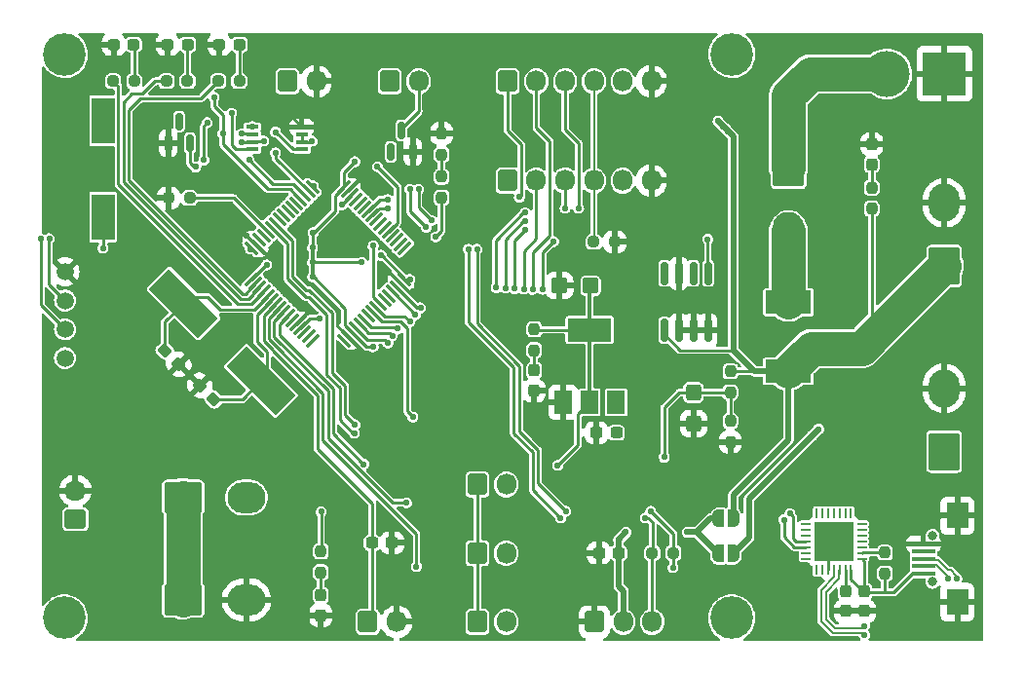
<source format=gbr>
%TF.GenerationSoftware,KiCad,Pcbnew,(6.0.4)*%
%TF.CreationDate,2022-08-07T13:44:39+09:00*%
%TF.ProjectId,cleanbot,636c6561-6e62-46f7-942e-6b696361645f,rev?*%
%TF.SameCoordinates,Original*%
%TF.FileFunction,Copper,L1,Top*%
%TF.FilePolarity,Positive*%
%FSLAX46Y46*%
G04 Gerber Fmt 4.6, Leading zero omitted, Abs format (unit mm)*
G04 Created by KiCad (PCBNEW (6.0.4)) date 2022-08-07 13:44:39*
%MOMM*%
%LPD*%
G01*
G04 APERTURE LIST*
G04 Aperture macros list*
%AMRoundRect*
0 Rectangle with rounded corners*
0 $1 Rounding radius*
0 $2 $3 $4 $5 $6 $7 $8 $9 X,Y pos of 4 corners*
0 Add a 4 corners polygon primitive as box body*
4,1,4,$2,$3,$4,$5,$6,$7,$8,$9,$2,$3,0*
0 Add four circle primitives for the rounded corners*
1,1,$1+$1,$2,$3*
1,1,$1+$1,$4,$5*
1,1,$1+$1,$6,$7*
1,1,$1+$1,$8,$9*
0 Add four rect primitives between the rounded corners*
20,1,$1+$1,$2,$3,$4,$5,0*
20,1,$1+$1,$4,$5,$6,$7,0*
20,1,$1+$1,$6,$7,$8,$9,0*
20,1,$1+$1,$8,$9,$2,$3,0*%
%AMRotRect*
0 Rectangle, with rotation*
0 The origin of the aperture is its center*
0 $1 length*
0 $2 width*
0 $3 Rotation angle, in degrees counterclockwise*
0 Add horizontal line*
21,1,$1,$2,0,0,$3*%
%AMFreePoly0*
4,1,22,0.500000,-0.750000,0.000000,-0.750000,0.000000,-0.745033,-0.079941,-0.743568,-0.215256,-0.701293,-0.333266,-0.622738,-0.424486,-0.514219,-0.481581,-0.384460,-0.499164,-0.250000,-0.500000,-0.250000,-0.500000,0.250000,-0.499164,0.250000,-0.499963,0.256109,-0.478152,0.396186,-0.417904,0.524511,-0.324060,0.630769,-0.204165,0.706417,-0.067858,0.745374,0.000000,0.744959,0.000000,0.750000,
0.500000,0.750000,0.500000,-0.750000,0.500000,-0.750000,$1*%
%AMFreePoly1*
4,1,20,0.000000,0.744959,0.073905,0.744508,0.209726,0.703889,0.328688,0.626782,0.421226,0.519385,0.479903,0.390333,0.500000,0.250000,0.500000,-0.250000,0.499851,-0.262216,0.476331,-0.402017,0.414519,-0.529596,0.319384,-0.634700,0.198574,-0.708877,0.061801,-0.746166,0.000000,-0.745033,0.000000,-0.750000,-0.500000,-0.750000,-0.500000,0.750000,0.000000,0.750000,0.000000,0.744959,
0.000000,0.744959,$1*%
G04 Aperture macros list end*
%TA.AperFunction,SMDPad,CuDef*%
%ADD10RoundRect,0.150000X0.150000X-0.825000X0.150000X0.825000X-0.150000X0.825000X-0.150000X-0.825000X0*%
%TD*%
%TA.AperFunction,ComponentPad*%
%ADD11RoundRect,0.250000X-0.600000X-0.675000X0.600000X-0.675000X0.600000X0.675000X-0.600000X0.675000X0*%
%TD*%
%TA.AperFunction,ComponentPad*%
%ADD12O,1.700000X1.850000*%
%TD*%
%TA.AperFunction,ComponentPad*%
%ADD13C,1.500000*%
%TD*%
%TA.AperFunction,SMDPad,CuDef*%
%ADD14R,1.100000X0.400000*%
%TD*%
%TA.AperFunction,SMDPad,CuDef*%
%ADD15RoundRect,0.237500X-0.237500X0.250000X-0.237500X-0.250000X0.237500X-0.250000X0.237500X0.250000X0*%
%TD*%
%TA.AperFunction,SMDPad,CuDef*%
%ADD16RoundRect,0.237500X-0.250000X-0.237500X0.250000X-0.237500X0.250000X0.237500X-0.250000X0.237500X0*%
%TD*%
%TA.AperFunction,SMDPad,CuDef*%
%ADD17RoundRect,0.237500X-0.237500X0.300000X-0.237500X-0.300000X0.237500X-0.300000X0.237500X0.300000X0*%
%TD*%
%TA.AperFunction,SMDPad,CuDef*%
%ADD18RoundRect,0.075000X-0.441942X-0.548008X0.548008X0.441942X0.441942X0.548008X-0.548008X-0.441942X0*%
%TD*%
%TA.AperFunction,SMDPad,CuDef*%
%ADD19RoundRect,0.075000X0.441942X-0.548008X0.548008X-0.441942X-0.441942X0.548008X-0.548008X0.441942X0*%
%TD*%
%TA.AperFunction,SMDPad,CuDef*%
%ADD20RoundRect,0.237500X0.237500X-0.250000X0.237500X0.250000X-0.237500X0.250000X-0.237500X-0.250000X0*%
%TD*%
%TA.AperFunction,SMDPad,CuDef*%
%ADD21RoundRect,0.237500X0.250000X0.237500X-0.250000X0.237500X-0.250000X-0.237500X0.250000X-0.237500X0*%
%TD*%
%TA.AperFunction,SMDPad,CuDef*%
%ADD22RoundRect,0.237500X-0.380070X0.044194X0.044194X-0.380070X0.380070X-0.044194X-0.044194X0.380070X0*%
%TD*%
%TA.AperFunction,SMDPad,CuDef*%
%ADD23RoundRect,0.237500X-0.287500X-0.237500X0.287500X-0.237500X0.287500X0.237500X-0.287500X0.237500X0*%
%TD*%
%TA.AperFunction,ComponentPad*%
%ADD24C,3.700000*%
%TD*%
%TA.AperFunction,SMDPad,CuDef*%
%ADD25FreePoly0,0.000000*%
%TD*%
%TA.AperFunction,SMDPad,CuDef*%
%ADD26FreePoly1,0.000000*%
%TD*%
%TA.AperFunction,SMDPad,CuDef*%
%ADD27RoundRect,0.237500X-0.237500X0.287500X-0.237500X-0.287500X0.237500X-0.287500X0.237500X0.287500X0*%
%TD*%
%TA.AperFunction,ComponentPad*%
%ADD28RoundRect,0.250001X1.399999X-1.099999X1.399999X1.099999X-1.399999X1.099999X-1.399999X-1.099999X0*%
%TD*%
%TA.AperFunction,ComponentPad*%
%ADD29O,3.300000X2.700000*%
%TD*%
%TA.AperFunction,SMDPad,CuDef*%
%ADD30R,4.000000X2.000000*%
%TD*%
%TA.AperFunction,SMDPad,CuDef*%
%ADD31RoundRect,0.150000X0.150000X-0.587500X0.150000X0.587500X-0.150000X0.587500X-0.150000X-0.587500X0*%
%TD*%
%TA.AperFunction,ComponentPad*%
%ADD32RoundRect,0.250000X0.675000X-0.600000X0.675000X0.600000X-0.675000X0.600000X-0.675000X-0.600000X0*%
%TD*%
%TA.AperFunction,ComponentPad*%
%ADD33O,1.850000X1.700000*%
%TD*%
%TA.AperFunction,SMDPad,CuDef*%
%ADD34RoundRect,0.062500X0.062500X-0.337500X0.062500X0.337500X-0.062500X0.337500X-0.062500X-0.337500X0*%
%TD*%
%TA.AperFunction,SMDPad,CuDef*%
%ADD35RoundRect,0.062500X0.337500X-0.062500X0.337500X0.062500X-0.337500X0.062500X-0.337500X-0.062500X0*%
%TD*%
%TA.AperFunction,SMDPad,CuDef*%
%ADD36R,3.350000X3.350000*%
%TD*%
%TA.AperFunction,ComponentPad*%
%ADD37R,3.800000X3.800000*%
%TD*%
%TA.AperFunction,ComponentPad*%
%ADD38C,4.000000*%
%TD*%
%TA.AperFunction,SMDPad,CuDef*%
%ADD39RoundRect,0.237500X-0.300000X-0.237500X0.300000X-0.237500X0.300000X0.237500X-0.300000X0.237500X0*%
%TD*%
%TA.AperFunction,SMDPad,CuDef*%
%ADD40RoundRect,0.250000X0.450000X0.425000X-0.450000X0.425000X-0.450000X-0.425000X0.450000X-0.425000X0*%
%TD*%
%TA.AperFunction,ComponentPad*%
%ADD41RoundRect,0.250001X1.099999X1.399999X-1.099999X1.399999X-1.099999X-1.399999X1.099999X-1.399999X0*%
%TD*%
%TA.AperFunction,ComponentPad*%
%ADD42O,2.700000X3.300000*%
%TD*%
%TA.AperFunction,SMDPad,CuDef*%
%ADD43RoundRect,0.250000X-0.425000X0.450000X-0.425000X-0.450000X0.425000X-0.450000X0.425000X0.450000X0*%
%TD*%
%TA.AperFunction,SMDPad,CuDef*%
%ADD44R,2.000000X4.000000*%
%TD*%
%TA.AperFunction,SMDPad,CuDef*%
%ADD45RotRect,6.000000X2.500000X135.000000*%
%TD*%
%TA.AperFunction,SMDPad,CuDef*%
%ADD46RoundRect,0.237500X0.237500X-0.287500X0.237500X0.287500X-0.237500X0.287500X-0.237500X-0.287500X0*%
%TD*%
%TA.AperFunction,SMDPad,CuDef*%
%ADD47R,1.500000X2.000000*%
%TD*%
%TA.AperFunction,SMDPad,CuDef*%
%ADD48R,3.800000X2.000000*%
%TD*%
%TA.AperFunction,ComponentPad*%
%ADD49RoundRect,0.250001X-1.099999X-1.399999X1.099999X-1.399999X1.099999X1.399999X-1.099999X1.399999X0*%
%TD*%
%TA.AperFunction,ComponentPad*%
%ADD50C,0.800000*%
%TD*%
%TA.AperFunction,SMDPad,CuDef*%
%ADD51R,2.000000X0.400000*%
%TD*%
%TA.AperFunction,SMDPad,CuDef*%
%ADD52R,1.900000X2.300000*%
%TD*%
%TA.AperFunction,SMDPad,CuDef*%
%ADD53RoundRect,0.237500X0.380070X-0.044194X-0.044194X0.380070X-0.380070X0.044194X0.044194X-0.380070X0*%
%TD*%
%TA.AperFunction,SMDPad,CuDef*%
%ADD54RoundRect,0.237500X0.300000X0.237500X-0.300000X0.237500X-0.300000X-0.237500X0.300000X-0.237500X0*%
%TD*%
%TA.AperFunction,ViaPad*%
%ADD55C,0.550000*%
%TD*%
%TA.AperFunction,Conductor*%
%ADD56C,0.500000*%
%TD*%
%TA.AperFunction,Conductor*%
%ADD57C,0.250000*%
%TD*%
%TA.AperFunction,Conductor*%
%ADD58C,0.300000*%
%TD*%
%TA.AperFunction,Conductor*%
%ADD59C,3.000000*%
%TD*%
%TA.AperFunction,Conductor*%
%ADD60C,0.200000*%
%TD*%
G04 APERTURE END LIST*
D10*
%TO.P,U3,1,-*%
%TO.N,+12V*%
X55626000Y28513000D03*
%TO.P,U3,2,GND*%
%TO.N,GND*%
X56896000Y28513000D03*
%TO.P,U3,3,REF2*%
X58166000Y28513000D03*
%TO.P,U3,4,GND*%
X59436000Y28513000D03*
%TO.P,U3,5*%
%TO.N,/CURRENT_SENSE_ADC*%
X59436000Y33463000D03*
%TO.P,U3,6,V+*%
%TO.N,+3V3*%
X58166000Y33463000D03*
%TO.P,U3,7,REF1*%
%TO.N,GND*%
X56896000Y33463000D03*
%TO.P,U3,8,+*%
%TO.N,/SHUNT_V_H*%
X55626000Y33463000D03*
%TD*%
D11*
%TO.P,J11,1,Pin_1*%
%TO.N,GND*%
X49570000Y3160000D03*
D12*
%TO.P,J11,2,Pin_2*%
%TO.N,Net-(C14-Pad2)*%
X52070000Y3160000D03*
%TO.P,J11,3,Pin_3*%
%TO.N,/DXL_UART*%
X54570000Y3160000D03*
%TD*%
D13*
%TO.P,J14,1,Pin_1*%
%TO.N,unconnected-(J14-Pad1)*%
X3556000Y26095000D03*
%TO.P,J14,2,Pin_2*%
%TO.N,/SWDIO*%
X3556000Y28595000D03*
%TO.P,J14,3,Pin_3*%
%TO.N,/SWCLK*%
X3556000Y31095000D03*
%TO.P,J14,4,Pin_4*%
%TO.N,GND*%
X3556000Y33595000D03*
%TD*%
D14*
%TO.P,U5,1*%
%TO.N,Net-(R18-Pad2)*%
X24121000Y44237000D03*
%TO.P,U5,2*%
%TO.N,/DXL_UART*%
X24121000Y44887000D03*
%TO.P,U5,3*%
X24121000Y45537000D03*
%TO.P,U5,4,GND*%
%TO.N,GND*%
X24121000Y46187000D03*
%TO.P,U5,5*%
%TO.N,/DXL_UART_TX*%
X19821000Y46187000D03*
%TO.P,U5,6*%
%TO.N,/DXL_UART_RX*%
X19821000Y45537000D03*
%TO.P,U5,7*%
%TO.N,Net-(R18-Pad2)*%
X19821000Y44887000D03*
%TO.P,U5,8,VCC*%
%TO.N,+5V*%
X19821000Y44237000D03*
%TD*%
D15*
%TO.P,R9,1*%
%TO.N,5V_Reg_out*%
X25781000Y9294500D03*
%TO.P,R9,2*%
%TO.N,Net-(D3-Pad2)*%
X25781000Y7469500D03*
%TD*%
D16*
%TO.P,R12,1*%
%TO.N,/PWR_GOOD_LED*%
X7737500Y50165000D03*
%TO.P,R12,2*%
%TO.N,Net-(D6-Pad2)*%
X9562500Y50165000D03*
%TD*%
D17*
%TO.P,C17,1*%
%TO.N,/3.3V*%
X71374000Y5815500D03*
%TO.P,C17,2*%
%TO.N,GND*%
X71374000Y4090500D03*
%TD*%
D18*
%TO.P,U4,1,VBAT*%
%TO.N,+3V3*%
X19751519Y32928819D03*
%TO.P,U4,2,PC13*%
%TO.N,/PWR_BAD_LED*%
X20105072Y32575266D03*
%TO.P,U4,3,PC14*%
%TO.N,/PWR_NORM_LED*%
X20458625Y32221713D03*
%TO.P,U4,4,PC15*%
%TO.N,/PWR_GOOD_LED*%
X20812179Y31868159D03*
%TO.P,U4,5,PD0*%
%TO.N,Net-(C4-Pad1)*%
X21165732Y31514606D03*
%TO.P,U4,6,PD1*%
%TO.N,Net-(C16-Pad1)*%
X21519286Y31161052D03*
%TO.P,U4,7,NRST*%
%TO.N,/NRST*%
X21872839Y30807499D03*
%TO.P,U4,8,PC0*%
%TO.N,/SW1*%
X22226392Y30453946D03*
%TO.P,U4,9,PC1*%
%TO.N,/SW2*%
X22579946Y30100392D03*
%TO.P,U4,10,PC2*%
%TO.N,/SW3*%
X22933499Y29746839D03*
%TO.P,U4,11,PC3*%
%TO.N,unconnected-(U4-Pad11)*%
X23287052Y29393286D03*
%TO.P,U4,12,VSSA*%
%TO.N,GND*%
X23640606Y29039732D03*
%TO.P,U4,13,VDDA*%
%TO.N,+3V3*%
X23994159Y28686179D03*
%TO.P,U4,14,PA0*%
%TO.N,unconnected-(U4-Pad14)*%
X24347713Y28332625D03*
%TO.P,U4,15,PA1*%
%TO.N,unconnected-(U4-Pad15)*%
X24701266Y27979072D03*
%TO.P,U4,16,PA2*%
%TO.N,unconnected-(U4-Pad16)*%
X25054819Y27625519D03*
D19*
%TO.P,U4,17,PA3*%
%TO.N,unconnected-(U4-Pad17)*%
X27777181Y27625519D03*
%TO.P,U4,18,VSS*%
%TO.N,GND*%
X28130734Y27979072D03*
%TO.P,U4,19,VDD*%
%TO.N,+3V3*%
X28484287Y28332625D03*
%TO.P,U4,20,PA4*%
%TO.N,/MOTOR_EN*%
X28837841Y28686179D03*
%TO.P,U4,21,PA5*%
%TO.N,/MOTOR_DIR_L*%
X29191394Y29039732D03*
%TO.P,U4,22,PA6*%
%TO.N,/MOTOR_DIR_R*%
X29544948Y29393286D03*
%TO.P,U4,23,PA7*%
%TO.N,unconnected-(U4-Pad23)*%
X29898501Y29746839D03*
%TO.P,U4,24,PC4*%
%TO.N,/BATT_PWR_ADC*%
X30252054Y30100392D03*
%TO.P,U4,25,PC5*%
%TO.N,/CURRENT_SENSE_ADC*%
X30605608Y30453946D03*
%TO.P,U4,26,PB0*%
%TO.N,/SUCTION_SIG*%
X30959161Y30807499D03*
%TO.P,U4,27,PB1*%
%TO.N,unconnected-(U4-Pad27)*%
X31312714Y31161052D03*
%TO.P,U4,28,PB2*%
%TO.N,unconnected-(U4-Pad28)*%
X31666268Y31514606D03*
%TO.P,U4,29,PB10*%
%TO.N,/MOTOR_PLS_L*%
X32019821Y31868159D03*
%TO.P,U4,30,PB11*%
%TO.N,/MOTOR_PLS_R*%
X32373375Y32221713D03*
%TO.P,U4,31,VSS*%
%TO.N,GND*%
X32726928Y32575266D03*
%TO.P,U4,32,VDD*%
%TO.N,+3V3*%
X33080481Y32928819D03*
D18*
%TO.P,U4,33,PB12*%
%TO.N,unconnected-(U4-Pad33)*%
X33080481Y35651181D03*
%TO.P,U4,34,PB13*%
%TO.N,unconnected-(U4-Pad34)*%
X32726928Y36004734D03*
%TO.P,U4,35,PB14*%
%TO.N,unconnected-(U4-Pad35)*%
X32373375Y36358287D03*
%TO.P,U4,36,PB15*%
%TO.N,unconnected-(U4-Pad36)*%
X32019821Y36711841D03*
%TO.P,U4,37,PC6*%
%TO.N,/BUZZER_PWM*%
X31666268Y37065394D03*
%TO.P,U4,38,PC7*%
%TO.N,unconnected-(U4-Pad38)*%
X31312714Y37418948D03*
%TO.P,U4,39,PC8*%
%TO.N,unconnected-(U4-Pad39)*%
X30959161Y37772501D03*
%TO.P,U4,40,PC9*%
%TO.N,unconnected-(U4-Pad40)*%
X30605608Y38126054D03*
%TO.P,U4,41,PA8*%
%TO.N,/MOTOR_PWM_L*%
X30252054Y38479608D03*
%TO.P,U4,42,PA9*%
%TO.N,/MOTOR_PWM_R*%
X29898501Y38833161D03*
%TO.P,U4,43,PA10*%
%TO.N,unconnected-(U4-Pad43)*%
X29544948Y39186714D03*
%TO.P,U4,44,PA11*%
%TO.N,unconnected-(U4-Pad44)*%
X29191394Y39540268D03*
%TO.P,U4,45,PA12*%
%TO.N,unconnected-(U4-Pad45)*%
X28837841Y39893821D03*
%TO.P,U4,46,PA13*%
%TO.N,/SWDIO*%
X28484287Y40247375D03*
%TO.P,U4,47,VSS*%
%TO.N,GND*%
X28130734Y40600928D03*
%TO.P,U4,48,VDD*%
%TO.N,+3V3*%
X27777181Y40954481D03*
D19*
%TO.P,U4,49,PA14*%
%TO.N,/SWCLK*%
X25054819Y40954481D03*
%TO.P,U4,50,PA15*%
%TO.N,/DXL_TX_EN*%
X24701266Y40600928D03*
%TO.P,U4,51,PC10*%
%TO.N,/DXL_UART_TX*%
X24347713Y40247375D03*
%TO.P,U4,52,PC11*%
%TO.N,/DXL_UART_RX*%
X23994159Y39893821D03*
%TO.P,U4,53,PC12*%
%TO.N,unconnected-(U4-Pad53)*%
X23640606Y39540268D03*
%TO.P,U4,54,PD2*%
%TO.N,unconnected-(U4-Pad54)*%
X23287052Y39186714D03*
%TO.P,U4,55,PB3*%
%TO.N,unconnected-(U4-Pad55)*%
X22933499Y38833161D03*
%TO.P,U4,56,PB4*%
%TO.N,unconnected-(U4-Pad56)*%
X22579946Y38479608D03*
%TO.P,U4,57,PB5*%
%TO.N,unconnected-(U4-Pad57)*%
X22226392Y38126054D03*
%TO.P,U4,58,PB6*%
%TO.N,/UART1_TX*%
X21872839Y37772501D03*
%TO.P,U4,59,PB7*%
%TO.N,/UART1_RX*%
X21519286Y37418948D03*
%TO.P,U4,60,BOOT0*%
%TO.N,Net-(R1-Pad1)*%
X21165732Y37065394D03*
%TO.P,U4,61,PB8*%
%TO.N,unconnected-(U4-Pad61)*%
X20812179Y36711841D03*
%TO.P,U4,62,PB9*%
%TO.N,unconnected-(U4-Pad62)*%
X20458625Y36358287D03*
%TO.P,U4,63,VSS*%
%TO.N,GND*%
X20105072Y36004734D03*
%TO.P,U4,64,VDD*%
%TO.N,+3V3*%
X19751519Y35651181D03*
%TD*%
D20*
%TO.P,R4,1*%
%TO.N,Net-(Q1-Pad1)*%
X36271200Y43791500D03*
%TO.P,R4,2*%
%TO.N,GND*%
X36271200Y45616500D03*
%TD*%
D21*
%TO.P,R21,1*%
%TO.N,+5V*%
X56411500Y9144000D03*
%TO.P,R21,2*%
%TO.N,/DXL_UART*%
X54586500Y9144000D03*
%TD*%
D22*
%TO.P,C4,1*%
%TO.N,Net-(C4-Pad1)*%
X12217120Y26771880D03*
%TO.P,C4,2*%
%TO.N,GND*%
X13436880Y25552120D03*
%TD*%
D23*
%TO.P,D6,1,K*%
%TO.N,GND*%
X7775000Y53340000D03*
%TO.P,D6,2,A*%
%TO.N,Net-(D6-Pad2)*%
X9525000Y53340000D03*
%TD*%
D24*
%TO.P,REF\u002A\u002A,*%
%TO.N,*%
X61500000Y52500000D03*
%TD*%
D11*
%TO.P,J17,1,Pin_1*%
%TO.N,+3V3*%
X39390000Y9129000D03*
D12*
%TO.P,J17,2,Pin_2*%
%TO.N,/SW2*%
X41890000Y9129000D03*
%TD*%
D24*
%TO.P,REF\u002A\u002A,*%
%TO.N,*%
X61500000Y3500000D03*
%TD*%
D25*
%TO.P,JP1,1,A*%
%TO.N,Net-(C14-Pad2)*%
X60335400Y9093200D03*
D26*
%TO.P,JP1,2,B*%
%TO.N,5V_Reg_out*%
X61635400Y9093200D03*
%TD*%
D11*
%TO.P,J16,1,Pin_1*%
%TO.N,+3V3*%
X39390000Y3160000D03*
D12*
%TO.P,J16,2,Pin_2*%
%TO.N,/SW1*%
X41890000Y3160000D03*
%TD*%
D16*
%TO.P,R13,1*%
%TO.N,/MOTOR_EN*%
X49506500Y36195000D03*
%TO.P,R13,2*%
%TO.N,GND*%
X51331500Y36195000D03*
%TD*%
D27*
%TO.P,D2,1,K*%
%TO.N,GND*%
X73660000Y44690000D03*
%TO.P,D2,2,A*%
%TO.N,Net-(D2-Pad2)*%
X73660000Y42940000D03*
%TD*%
D15*
%TO.P,R5,1*%
%TO.N,+12V*%
X61366400Y24939000D03*
%TO.P,R5,2*%
%TO.N,/BATT_PWR_ADC*%
X61366400Y23114000D03*
%TD*%
D28*
%TO.P,J9,1,Pin_1*%
%TO.N,RPI_5V*%
X13820000Y13970000D03*
D29*
%TO.P,J9,2,Pin_2*%
%TO.N,5V_Reg_out*%
X19320000Y13970000D03*
%TD*%
D30*
%TO.P,R15,1*%
%TO.N,+12V*%
X66421000Y24940000D03*
%TO.P,R15,2*%
%TO.N,/SHUNT_V_H*%
X66421000Y30940000D03*
%TD*%
D20*
%TO.P,R6,1*%
%TO.N,GND*%
X61366400Y18796000D03*
%TO.P,R6,2*%
%TO.N,/BATT_PWR_ADC*%
X61366400Y20621000D03*
%TD*%
D31*
%TO.P,Q2,1,E*%
%TO.N,GND*%
X12512000Y44782500D03*
%TO.P,Q2,2,B*%
%TO.N,/BUZZER_PWM*%
X14412000Y44782500D03*
%TO.P,Q2,3,C*%
%TO.N,Net-(LS1-Pad2)*%
X13462000Y46657500D03*
%TD*%
D17*
%TO.P,C6,1*%
%TO.N,+5V*%
X73025000Y5815500D03*
%TO.P,C6,2*%
%TO.N,GND*%
X73025000Y4090500D03*
%TD*%
D23*
%TO.P,D1,1,K*%
%TO.N,GND*%
X16952000Y53340000D03*
%TO.P,D1,2,A*%
%TO.N,Net-(D1-Pad2)*%
X18702000Y53340000D03*
%TD*%
D32*
%TO.P,J13,1,Pin_1*%
%TO.N,RPI_5V*%
X4460000Y12085000D03*
D33*
%TO.P,J13,2,Pin_2*%
%TO.N,GND*%
X4460000Y14585000D03*
%TD*%
D24*
%TO.P,REF\u002A\u002A,*%
%TO.N,*%
X3500000Y3500000D03*
%TD*%
D34*
%TO.P,U1,1,~{DCD}*%
%TO.N,unconnected-(U1-Pad1)*%
X68858000Y7710000D03*
%TO.P,U1,2,~{RI}/CLK*%
%TO.N,unconnected-(U1-Pad2)*%
X69358000Y7710000D03*
%TO.P,U1,3,GND*%
%TO.N,GND*%
X69858000Y7710000D03*
%TO.P,U1,4,D+*%
%TO.N,/USBD+*%
X70358000Y7710000D03*
%TO.P,U1,5,D-*%
%TO.N,/USBD-*%
X70858000Y7710000D03*
%TO.P,U1,6,VDD*%
%TO.N,/3.3V*%
X71358000Y7710000D03*
%TO.P,U1,7,VREGIN*%
%TO.N,+5V*%
X71858000Y7710000D03*
D35*
%TO.P,U1,8,VBUS*%
X72808000Y8660000D03*
%TO.P,U1,9,~{RST}*%
%TO.N,Net-(R2-Pad2)*%
X72808000Y9160000D03*
%TO.P,U1,10,NC*%
%TO.N,unconnected-(U1-Pad10)*%
X72808000Y9660000D03*
%TO.P,U1,11,~{SUSPEND}*%
%TO.N,unconnected-(U1-Pad11)*%
X72808000Y10160000D03*
%TO.P,U1,12,SUSPEND*%
%TO.N,unconnected-(U1-Pad12)*%
X72808000Y10660000D03*
%TO.P,U1,13,CHREN*%
%TO.N,unconnected-(U1-Pad13)*%
X72808000Y11160000D03*
%TO.P,U1,14,CHR1*%
%TO.N,unconnected-(U1-Pad14)*%
X72808000Y11660000D03*
D34*
%TO.P,U1,15,CHR0*%
%TO.N,unconnected-(U1-Pad15)*%
X71858000Y12610000D03*
%TO.P,U1,16,~{WAKEUP}/GPIO.3*%
%TO.N,unconnected-(U1-Pad16)*%
X71358000Y12610000D03*
%TO.P,U1,17,RS485/GPIO.2*%
%TO.N,unconnected-(U1-Pad17)*%
X70858000Y12610000D03*
%TO.P,U1,18,~{RXT}/GPIO.1*%
%TO.N,unconnected-(U1-Pad18)*%
X70358000Y12610000D03*
%TO.P,U1,19,~{TXT}/GPIO.0*%
%TO.N,unconnected-(U1-Pad19)*%
X69858000Y12610000D03*
%TO.P,U1,20,GPIO.6*%
%TO.N,unconnected-(U1-Pad20)*%
X69358000Y12610000D03*
%TO.P,U1,21,GPIO.5*%
%TO.N,unconnected-(U1-Pad21)*%
X68858000Y12610000D03*
D35*
%TO.P,U1,22,GPIO.4*%
%TO.N,unconnected-(U1-Pad22)*%
X67908000Y11660000D03*
%TO.P,U1,23,~{CTS}*%
%TO.N,unconnected-(U1-Pad23)*%
X67908000Y11160000D03*
%TO.P,U1,24,~{RTS}*%
%TO.N,unconnected-(U1-Pad24)*%
X67908000Y10660000D03*
%TO.P,U1,25,RXD*%
%TO.N,/UART1_TX*%
X67908000Y10160000D03*
%TO.P,U1,26,TXD*%
%TO.N,/UART1_RX*%
X67908000Y9660000D03*
%TO.P,U1,27,~{DSR}*%
%TO.N,unconnected-(U1-Pad27)*%
X67908000Y9160000D03*
%TO.P,U1,28,~{DTR}*%
%TO.N,unconnected-(U1-Pad28)*%
X67908000Y8660000D03*
D36*
%TO.P,U1,29,GND*%
%TO.N,GND*%
X70358000Y10160000D03*
%TD*%
D37*
%TO.P,J4,1,Pin_1*%
%TO.N,GND*%
X79970000Y50800000D03*
D38*
%TO.P,J4,2,Pin_2*%
%TO.N,+BATT*%
X74970000Y50800000D03*
%TD*%
D11*
%TO.P,J15,1,Pin_1*%
%TO.N,/NRST*%
X29865000Y3160000D03*
D12*
%TO.P,J15,2,Pin_2*%
%TO.N,GND*%
X32365000Y3160000D03*
%TD*%
D21*
%TO.P,R1,1*%
%TO.N,Net-(R1-Pad1)*%
X14374500Y40005000D03*
%TO.P,R1,2*%
%TO.N,GND*%
X12549500Y40005000D03*
%TD*%
D11*
%TO.P,J10,1,Pin_1*%
%TO.N,+12V*%
X22880000Y50150000D03*
D12*
%TO.P,J10,2,Pin_2*%
%TO.N,GND*%
X25380000Y50150000D03*
%TD*%
D28*
%TO.P,J7,1,Pin_1*%
%TO.N,RPI_5V*%
X13820000Y5080000D03*
D29*
%TO.P,J7,2,Pin_2*%
%TO.N,GND*%
X19320000Y5080000D03*
%TD*%
D39*
%TO.P,C15,1*%
%TO.N,/NRST*%
X30252500Y10033000D03*
%TO.P,C15,2*%
%TO.N,GND*%
X31977500Y10033000D03*
%TD*%
D23*
%TO.P,D4,1,K*%
%TO.N,GND*%
X12460000Y53340000D03*
%TO.P,D4,2,A*%
%TO.N,Net-(D4-Pad2)*%
X14210000Y53340000D03*
%TD*%
D16*
%TO.P,R7,1*%
%TO.N,/PWR_BAD_LED*%
X16867500Y50165000D03*
%TO.P,R7,2*%
%TO.N,Net-(D1-Pad2)*%
X18692500Y50165000D03*
%TD*%
D11*
%TO.P,J18,1,Pin_1*%
%TO.N,+3V3*%
X39390000Y15098000D03*
D12*
%TO.P,J18,2,Pin_2*%
%TO.N,/SW3*%
X41890000Y15098000D03*
%TD*%
D40*
%TO.P,C12,1*%
%TO.N,+3V3*%
X49229000Y32385000D03*
%TO.P,C12,2*%
%TO.N,GND*%
X46529000Y32385000D03*
%TD*%
D15*
%TO.P,R11,1*%
%TO.N,+3V3*%
X44323000Y28598500D03*
%TO.P,R11,2*%
%TO.N,Net-(D5-Pad2)*%
X44323000Y26773500D03*
%TD*%
D31*
%TO.P,Q1,1,G*%
%TO.N,Net-(Q1-Pad1)*%
X31866800Y44020500D03*
%TO.P,Q1,2,S*%
%TO.N,GND*%
X33766800Y44020500D03*
%TO.P,Q1,3,D*%
%TO.N,Net-(J3-Pad2)*%
X32816800Y45895500D03*
%TD*%
D41*
%TO.P,J6,1,Pin_1*%
%TO.N,5V_Reg_out*%
X79959200Y17959000D03*
D42*
%TO.P,J6,2,Pin_2*%
%TO.N,GND*%
X79959200Y23459000D03*
%TD*%
D43*
%TO.P,C13,1*%
%TO.N,/BATT_PWR_ADC*%
X58166000Y23090500D03*
%TO.P,C13,2*%
%TO.N,GND*%
X58166000Y20390500D03*
%TD*%
D11*
%TO.P,J3,1,Pin_1*%
%TO.N,+12V*%
X31770000Y50150000D03*
D12*
%TO.P,J3,2,Pin_2*%
%TO.N,Net-(J3-Pad2)*%
X34270000Y50150000D03*
%TD*%
D44*
%TO.P,LS1,1,+*%
%TO.N,+3V3*%
X6858000Y38354000D03*
%TO.P,LS1,2,-*%
%TO.N,Net-(LS1-Pad2)*%
X6858000Y46736000D03*
%TD*%
D45*
%TO.P,Y1,1,1*%
%TO.N,Net-(C16-Pad1)*%
X20579957Y24124043D03*
%TO.P,Y1,2,2*%
%TO.N,Net-(C4-Pad1)*%
X13862443Y30841557D03*
%TD*%
D24*
%TO.P,REF\u002A\u002A,*%
%TO.N,*%
X3500000Y52500000D03*
%TD*%
D11*
%TO.P,J2,1,Pin_1*%
%TO.N,/MOTOR_PWM_R*%
X42010000Y41514000D03*
D12*
%TO.P,J2,2,Pin_2*%
%TO.N,/MOTOR_DIR_R*%
X44510000Y41514000D03*
%TO.P,J2,3,Pin_3*%
%TO.N,/MOTOR_PLS_R*%
X47010000Y41514000D03*
%TO.P,J2,4,Pin_4*%
%TO.N,/MOTOR_EN*%
X49510000Y41514000D03*
%TO.P,J2,5,Pin_5*%
%TO.N,+12V*%
X52010000Y41514000D03*
%TO.P,J2,6,Pin_6*%
%TO.N,GND*%
X54510000Y41514000D03*
%TD*%
D20*
%TO.P,R8,1*%
%TO.N,+12V*%
X73660000Y39092500D03*
%TO.P,R8,2*%
%TO.N,Net-(D2-Pad2)*%
X73660000Y40917500D03*
%TD*%
D16*
%TO.P,R10,1*%
%TO.N,/PWR_NORM_LED*%
X12375500Y50165000D03*
%TO.P,R10,2*%
%TO.N,Net-(D4-Pad2)*%
X14200500Y50165000D03*
%TD*%
D25*
%TO.P,JP2,1,A*%
%TO.N,Net-(C14-Pad2)*%
X60335400Y12141200D03*
D26*
%TO.P,JP2,2,B*%
%TO.N,+12V*%
X61635400Y12141200D03*
%TD*%
D20*
%TO.P,R3,1*%
%TO.N,/SUCTION_SIG*%
X36271200Y40032300D03*
%TO.P,R3,2*%
%TO.N,Net-(Q1-Pad1)*%
X36271200Y41857300D03*
%TD*%
%TO.P,R2,1*%
%TO.N,+5V*%
X74803000Y7366000D03*
%TO.P,R2,2*%
%TO.N,Net-(R2-Pad2)*%
X74803000Y9191000D03*
%TD*%
D46*
%TO.P,D5,1,K*%
%TO.N,GND*%
X44323000Y23255000D03*
%TO.P,D5,2,A*%
%TO.N,Net-(D5-Pad2)*%
X44323000Y25005000D03*
%TD*%
D47*
%TO.P,U2,1,GND*%
%TO.N,GND*%
X46849000Y22250000D03*
D48*
%TO.P,U2,2,VO*%
%TO.N,+3V3*%
X49149000Y28550000D03*
D47*
X49149000Y22250000D03*
%TO.P,U2,3,VI*%
%TO.N,5V_Reg_out*%
X51449000Y22250000D03*
%TD*%
D49*
%TO.P,J8,1,Pin_1*%
%TO.N,+BATT*%
X66421000Y42620000D03*
D42*
%TO.P,J8,2,Pin_2*%
%TO.N,/SHUNT_V_H*%
X66421000Y37120000D03*
%TD*%
D11*
%TO.P,J1,1,Pin_1*%
%TO.N,/MOTOR_PWM_L*%
X42010000Y50150000D03*
D12*
%TO.P,J1,2,Pin_2*%
%TO.N,/MOTOR_DIR_L*%
X44510000Y50150000D03*
%TO.P,J1,3,Pin_3*%
%TO.N,/MOTOR_PLS_L*%
X47010000Y50150000D03*
%TO.P,J1,4,Pin_4*%
%TO.N,/MOTOR_EN*%
X49510000Y50150000D03*
%TO.P,J1,5,Pin_5*%
%TO.N,+12V*%
X52010000Y50150000D03*
%TO.P,J1,6,Pin_6*%
%TO.N,GND*%
X54510000Y50150000D03*
%TD*%
D41*
%TO.P,J5,1,Pin_1*%
%TO.N,+12V*%
X79959200Y34088000D03*
D42*
%TO.P,J5,2,Pin_2*%
%TO.N,GND*%
X79959200Y39588000D03*
%TD*%
D50*
%TO.P,J12,*%
%TO.N,*%
X78950000Y10636000D03*
X78950000Y6636000D03*
D51*
%TO.P,J12,1,VBUS*%
%TO.N,+5V*%
X78150000Y7336000D03*
%TO.P,J12,2,D-*%
%TO.N,/USBD-*%
X78150000Y7986000D03*
%TO.P,J12,3,D+*%
%TO.N,/USBD+*%
X78150000Y8636000D03*
%TO.P,J12,4,ID*%
%TO.N,unconnected-(J12-Pad4)*%
X78150000Y9286000D03*
%TO.P,J12,5,GND*%
%TO.N,GND*%
X78150000Y9936000D03*
D52*
%TO.P,J12,6,Shield*%
X81100000Y12386000D03*
X81100000Y4886000D03*
%TD*%
D53*
%TO.P,C16,1*%
%TO.N,Net-(C16-Pad1)*%
X16484880Y22504120D03*
%TO.P,C16,2*%
%TO.N,GND*%
X15265120Y23723880D03*
%TD*%
D54*
%TO.P,C11,1*%
%TO.N,5V_Reg_out*%
X51459300Y19608800D03*
%TO.P,C11,2*%
%TO.N,GND*%
X49734300Y19608800D03*
%TD*%
D39*
%TO.P,C14,1*%
%TO.N,GND*%
X49937500Y9144000D03*
%TO.P,C14,2*%
%TO.N,Net-(C14-Pad2)*%
X51662500Y9144000D03*
%TD*%
D46*
%TO.P,D3,1,K*%
%TO.N,GND*%
X25781000Y3734500D03*
%TO.P,D3,2,A*%
%TO.N,Net-(D3-Pad2)*%
X25781000Y5484500D03*
%TD*%
D55*
%TO.N,5V_Reg_out*%
X67805300Y18681700D03*
%TO.N,GND*%
X40132000Y12700000D03*
X40132000Y18669000D03*
%TO.N,+3V3*%
X29337000Y34417000D03*
%TO.N,GND*%
X71475600Y8991600D03*
X70332600Y8991600D03*
X69189600Y9042400D03*
X69215000Y10160000D03*
X70358000Y10160000D03*
X71450200Y10134600D03*
X71450200Y11252200D03*
X70358000Y11252200D03*
X69240400Y11252200D03*
%TO.N,+3V3*%
X25066000Y35687000D03*
X25095200Y36982400D03*
X25066000Y34413200D03*
X19663483Y35563145D03*
X6858000Y35661600D03*
X25066000Y33147000D03*
X28727120Y43154880D03*
X21082000Y34188400D03*
X49229000Y32385000D03*
X58166000Y33463000D03*
X46355000Y16764000D03*
X25705080Y29514520D03*
X33528000Y32918400D03*
X31013400Y35026600D03*
X30327880Y27076680D03*
%TO.N,GND*%
X24485320Y30734280D03*
X29946880Y41935120D03*
X29108120Y25856920D03*
X33763511Y31887022D03*
X19363798Y36746008D03*
X22198500Y47752000D03*
%TO.N,+12V*%
X60299600Y46685200D03*
X61188600Y45796200D03*
X60756800Y46228000D03*
%TO.N,/BATT_PWR_ADC*%
X55626000Y17475200D03*
X33782000Y20967060D03*
%TO.N,Net-(C14-Pad2)*%
X51663600Y10312400D03*
X58445400Y10947400D03*
X52298600Y10947400D03*
X57632600Y10947400D03*
%TO.N,/MOTOR_PWM_L*%
X43027600Y40081200D03*
X31597600Y39116000D03*
%TO.N,/MOTOR_DIR_L*%
X44178489Y32072311D03*
X31983719Y28048991D03*
%TO.N,/MOTOR_PLS_L*%
X48183800Y39116000D03*
X43510200Y37985903D03*
X33985873Y29855617D03*
X41848956Y32197722D03*
%TO.N,/MOTOR_EN*%
X49510000Y36198500D03*
X45999400Y36220400D03*
X31597600Y27406600D03*
X45034200Y32080200D03*
%TO.N,/MOTOR_PWM_R*%
X31597600Y39865503D03*
%TO.N,/MOTOR_DIR_R*%
X43429051Y32082173D03*
X32440749Y28643025D03*
%TO.N,/MOTOR_PLS_R*%
X34438388Y30455117D03*
X43540776Y38734781D03*
X41016857Y32213445D03*
X47015400Y39116000D03*
%TO.N,5V_Reg_out*%
X51449000Y22250000D03*
X68427600Y19304000D03*
X69037200Y19913600D03*
X25806400Y12750800D03*
X51459300Y19608800D03*
%TO.N,/DXL_UART*%
X34925000Y37465000D03*
X38608000Y35560000D03*
X53975000Y12192000D03*
X46609000Y12192000D03*
X25019000Y44958000D03*
X33528000Y40767000D03*
%TO.N,/SWDIO*%
X1434915Y36479567D03*
X27635200Y39420800D03*
%TO.N,/SWCLK*%
X25142855Y41042517D03*
X2184400Y36474400D03*
%TO.N,Net-(LS1-Pad2)*%
X13462000Y46657500D03*
X6858000Y46736000D03*
%TO.N,Net-(Q1-Pad1)*%
X36271200Y43791500D03*
X31866800Y44020500D03*
%TO.N,/BUZZER_PWM*%
X14909800Y42705020D03*
X30708600Y42722800D03*
%TO.N,/SUCTION_SIG*%
X30327600Y35864800D03*
X35763200Y36626800D03*
%TO.N,/SHUNT_V_H*%
X66421000Y30940000D03*
X55626000Y33463000D03*
%TO.N,/CURRENT_SENSE_ADC*%
X42615250Y32116194D03*
X33523317Y29256117D03*
X59410600Y36423600D03*
X43510200Y37236400D03*
%TO.N,+5V*%
X73025000Y5715000D03*
X54462816Y12761026D03*
X47058702Y12791602D03*
X18034000Y47371000D03*
X35374702Y38064602D03*
X56388000Y7874000D03*
X34277503Y40767000D03*
X39357503Y35560000D03*
%TO.N,/USBD-*%
X73025000Y2813000D03*
X80245000Y6910502D03*
%TO.N,/USBD+*%
X73025000Y2013000D03*
X81045000Y6910502D03*
%TO.N,/SW1*%
X34086800Y7975600D03*
%TO.N,/SW2*%
X33223200Y13512800D03*
%TO.N,/SW3*%
X29519970Y16870770D03*
%TO.N,/DXL_TX_EN*%
X21844000Y43942000D03*
%TO.N,Net-(R18-Pad2)*%
X20828000Y44958000D03*
X21844000Y45743500D03*
X18923000Y44836500D03*
%TO.N,/DXL_UART_TX*%
X15621000Y43307000D03*
X19537052Y43304520D03*
X15910500Y46545330D03*
X19821000Y46211502D03*
%TO.N,/DXL_UART_RX*%
X16510000Y48768000D03*
X18923000Y45593000D03*
X17272000Y45593000D03*
%TO.N,/UART1_TX*%
X28749348Y20306006D03*
X66548000Y12573000D03*
%TO.N,/UART1_RX*%
X28702000Y19558000D03*
X66018021Y12043021D03*
%TD*%
D56*
%TO.N,5V_Reg_out*%
X67805300Y18681700D02*
X62992000Y13868400D01*
D57*
%TO.N,+3V3*%
X29337000Y34417000D02*
X25069800Y34417000D01*
X25069800Y34417000D02*
X25066000Y34413200D01*
%TO.N,GND*%
X69858000Y8517000D02*
X70332600Y8991600D01*
X69858000Y7710000D02*
X69858000Y8517000D01*
%TO.N,+3V3*%
X33080481Y33010319D02*
X33080481Y32928819D01*
X48133000Y21234000D02*
X49149000Y22250000D01*
D58*
X25066000Y33147000D02*
X25066000Y34413200D01*
D57*
X27890314Y30402686D02*
X25066000Y33227000D01*
D58*
X25066000Y34413200D02*
X25066000Y35687000D01*
D57*
X27035689Y40212989D02*
X27777181Y40954481D01*
X27777181Y40954481D02*
X27777181Y42204941D01*
X25095200Y36982400D02*
X25146000Y36982400D01*
X39390000Y15098000D02*
X39390000Y9129000D01*
X27035689Y38872089D02*
X27035689Y40212989D01*
X25095200Y36982400D02*
X25066000Y36953200D01*
X39390000Y9129000D02*
X39390000Y3160000D01*
X6858000Y35661600D02*
X6858000Y38354000D01*
X31013400Y35026600D02*
X31064200Y35026600D01*
X24822500Y29514520D02*
X25705080Y29514520D01*
X25146000Y36982400D02*
X27035689Y38872089D01*
X25066000Y36953200D02*
X25066000Y35687000D01*
X23994159Y28686179D02*
X24822500Y29514520D01*
X44371500Y28550000D02*
X44323000Y28598500D01*
X48133000Y18542000D02*
X48133000Y21234000D01*
X19751519Y32928819D02*
X21011100Y34188400D01*
X33517581Y32928819D02*
X33528000Y32918400D01*
X27777181Y42204941D02*
X28727120Y43154880D01*
X49149000Y28550000D02*
X44371500Y28550000D01*
X29740232Y27076680D02*
X30327880Y27076680D01*
X28484287Y28332625D02*
X27890314Y28926598D01*
X21011100Y34188400D02*
X21082000Y34188400D01*
X46355000Y16764000D02*
X48133000Y18542000D01*
D58*
X49149000Y28550000D02*
X49149000Y32305000D01*
X49149000Y22250000D02*
X49149000Y28550000D01*
X49149000Y32305000D02*
X49229000Y32385000D01*
D57*
X25066000Y33227000D02*
X25066000Y35687000D01*
X31064200Y35026600D02*
X33080481Y33010319D01*
X27890314Y28926598D02*
X27890314Y30402686D01*
X33080481Y32928819D02*
X33517581Y32928819D01*
X28484287Y28332625D02*
X29740232Y27076680D01*
%TO.N,GND*%
X33415172Y31887022D02*
X33763511Y31887022D01*
X32726928Y32575266D02*
X33415172Y31887022D01*
X29464926Y41935120D02*
X29946880Y41935120D01*
X19363798Y36746008D02*
X20105072Y36004734D01*
X28130734Y40600928D02*
X29464926Y41935120D01*
X29108120Y27001686D02*
X29108120Y25856920D01*
X24121000Y46187000D02*
X22556000Y47752000D01*
X28130734Y27979072D02*
X29108120Y27001686D01*
X24485320Y29884446D02*
X24485320Y30734280D01*
X22556000Y47752000D02*
X22198500Y47752000D01*
X23640606Y29039732D02*
X24485320Y29884446D01*
D56*
%TO.N,+12V*%
X66421000Y24940000D02*
X63452000Y24940000D01*
D57*
X56991328Y26771600D02*
X55626000Y28136928D01*
D56*
X66421000Y18973800D02*
X61620400Y14173200D01*
D57*
X55626000Y28136928D02*
X55626000Y28513000D01*
D56*
X66421000Y24940000D02*
X66421000Y18973800D01*
X63452000Y24940000D02*
X61620400Y26771600D01*
X61620400Y45364400D02*
X60299600Y46685200D01*
D59*
X68405000Y26924000D02*
X72795200Y26924000D01*
D57*
X73660000Y39092500D02*
X73660000Y28321000D01*
X61620400Y26771600D02*
X56991328Y26771600D01*
D56*
X61620400Y12156200D02*
X61635400Y12141200D01*
D57*
X61366400Y24939000D02*
X63451000Y24939000D01*
D59*
X73926100Y28054900D02*
X79959200Y34088000D01*
D57*
X63451000Y24939000D02*
X63452000Y24940000D01*
D59*
X72795200Y26924000D02*
X73926100Y28054900D01*
D56*
X61620400Y26771600D02*
X61620400Y45364400D01*
D57*
X73660000Y28321000D02*
X73926100Y28054900D01*
D56*
X61620400Y14173200D02*
X61620400Y12156200D01*
D59*
X66421000Y24940000D02*
X68405000Y26924000D01*
D57*
%TO.N,Net-(C4-Pad1)*%
X12217120Y29235120D02*
X14407757Y31425757D01*
X15919843Y31425757D02*
X17018000Y30327600D01*
X14407757Y31425757D02*
X15919843Y31425757D01*
X17018000Y30327600D02*
X19978726Y30327600D01*
X12217120Y26771880D02*
X12217120Y29235120D01*
X19978726Y30327600D02*
X21165732Y31514606D01*
%TO.N,Net-(C16-Pad1)*%
X18948120Y22504120D02*
X21138757Y24694757D01*
X20269200Y29910966D02*
X21519286Y31161052D01*
X16484880Y22504120D02*
X18948120Y22504120D01*
X21138757Y26613243D02*
X20269200Y27482800D01*
X21138757Y24694757D02*
X21138757Y26613243D01*
X20269200Y27482800D02*
X20269200Y29910966D01*
%TO.N,/BATT_PWR_ADC*%
X56923300Y23090500D02*
X58166000Y23090500D01*
X58189500Y23114000D02*
X58166000Y23090500D01*
X33274000Y21475060D02*
X33274000Y28657612D01*
X55626000Y17475200D02*
X55626000Y21793200D01*
X61366400Y23114000D02*
X58189500Y23114000D01*
X61366400Y20621000D02*
X61366400Y23114000D01*
X33274000Y28657612D02*
X32682780Y29248832D01*
X32682780Y29248832D02*
X31103614Y29248832D01*
X55626000Y21793200D02*
X56923300Y23090500D01*
X33782000Y20967060D02*
X33274000Y21475060D01*
X31103614Y29248832D02*
X30252054Y30100392D01*
D56*
%TO.N,Net-(C14-Pad2)*%
X51662500Y9144000D02*
X51662500Y6249500D01*
X51663600Y10312400D02*
X52298600Y10947400D01*
X51663600Y10312400D02*
X51663600Y9145100D01*
X60335400Y12141200D02*
X59639200Y12141200D01*
X52070000Y5842000D02*
X52070000Y3160000D01*
X51663600Y9145100D02*
X51662500Y9144000D01*
X59639200Y12141200D02*
X58445400Y10947400D01*
X51662500Y6249500D02*
X52070000Y5842000D01*
X58445400Y10947400D02*
X57632600Y10947400D01*
X60335400Y9093200D02*
X60299600Y9093200D01*
X60299600Y9093200D02*
X58445400Y10947400D01*
D57*
%TO.N,Net-(D1-Pad2)*%
X18692500Y50165000D02*
X18692500Y53330500D01*
X18692500Y53330500D02*
X18702000Y53340000D01*
%TO.N,Net-(D2-Pad2)*%
X73660000Y40917500D02*
X73660000Y42940000D01*
%TO.N,Net-(D3-Pad2)*%
X25781000Y5484500D02*
X25781000Y7469500D01*
%TO.N,Net-(D4-Pad2)*%
X14200500Y50165000D02*
X14200500Y53330500D01*
X14200500Y53330500D02*
X14210000Y53340000D01*
%TO.N,Net-(D5-Pad2)*%
X44323000Y26773500D02*
X44323000Y25005000D01*
%TO.N,Net-(D6-Pad2)*%
X9562500Y50165000D02*
X9562500Y53302500D01*
X9562500Y53302500D02*
X9525000Y53340000D01*
%TO.N,/MOTOR_PWM_L*%
X43184520Y44674080D02*
X42010000Y45848600D01*
X42010000Y45848600D02*
X42010000Y50150000D01*
X30888446Y39116000D02*
X31597600Y39116000D01*
X43184520Y40238120D02*
X43184520Y44674080D01*
X43027600Y40081200D02*
X43184520Y40238120D01*
X30252054Y38479608D02*
X30888446Y39116000D01*
%TO.N,/MOTOR_DIR_L*%
X44510000Y46117200D02*
X44510000Y50150000D01*
X31747199Y28285511D02*
X29945615Y28285511D01*
X29945615Y28285511D02*
X29191394Y29039732D01*
X44178489Y32072311D02*
X44178489Y35247327D01*
X45684520Y36753358D02*
X45684520Y44942680D01*
X31983719Y28048991D02*
X31747199Y28285511D01*
X45684520Y44942680D02*
X44510000Y46117200D01*
X44178489Y35247327D02*
X45684520Y36753358D01*
%TO.N,/MOTOR_PLS_L*%
X48184520Y39116720D02*
X48184520Y44754080D01*
X48184520Y44754080D02*
X47010000Y45928600D01*
X41848956Y36422994D02*
X43411865Y37985903D01*
X43411865Y37985903D02*
X43510200Y37985903D01*
X48183800Y39116000D02*
X48184520Y39116720D01*
X47010000Y45928600D02*
X47010000Y50150000D01*
X41848956Y32197722D02*
X41848956Y36422994D01*
X33985873Y29902107D02*
X33985873Y29855617D01*
X32019821Y31868159D02*
X33985873Y29902107D01*
%TO.N,/MOTOR_EN*%
X31597600Y27406600D02*
X31328009Y27676191D01*
X29431815Y28092205D02*
X28837841Y28686179D01*
D60*
X49510000Y50150000D02*
X49510000Y41514000D01*
D57*
X29854809Y27676191D02*
X29438795Y28092205D01*
X31328009Y27676191D02*
X29854809Y27676191D01*
D60*
X49510000Y36198500D02*
X49506500Y36195000D01*
D57*
X29438795Y28092205D02*
X29431815Y28092205D01*
X45034200Y35255200D02*
X45999400Y36220400D01*
D60*
X49510000Y41514000D02*
X49510000Y36198500D01*
D57*
X45034200Y32080200D02*
X45034200Y35255200D01*
%TO.N,/MOTOR_PWM_R*%
X30930843Y39865503D02*
X31597600Y39865503D01*
X29898501Y38833161D02*
X30930843Y39865503D01*
%TO.N,/MOTOR_DIR_R*%
X43429051Y35402651D02*
X44510000Y36483600D01*
X32284462Y28799312D02*
X30138922Y28799312D01*
X43429051Y32082173D02*
X43429051Y35402651D01*
X44510000Y36483600D02*
X44510000Y41514000D01*
X30138922Y28799312D02*
X29544948Y29393286D01*
X32440749Y28643025D02*
X32284462Y28799312D01*
%TO.N,/MOTOR_PLS_R*%
X41016857Y32213445D02*
X41016857Y36340398D01*
X47015400Y39116000D02*
X47015400Y41508600D01*
X47015400Y41508600D02*
X47010000Y41514000D01*
X41016857Y36340398D02*
X43411240Y38734781D01*
X43411240Y38734781D02*
X43540776Y38734781D01*
X32373375Y32221713D02*
X34139971Y30455117D01*
X34139971Y30455117D02*
X34438388Y30455117D01*
%TO.N,Net-(J3-Pad2)*%
X32816800Y46075600D02*
X34290000Y47548800D01*
X34290000Y47548800D02*
X34270000Y47568800D01*
X34270000Y47568800D02*
X34270000Y50150000D01*
X32816800Y45895500D02*
X32816800Y46075600D01*
D59*
%TO.N,+BATT*%
X74970000Y50800000D02*
X68326000Y50800000D01*
X66421000Y48895000D02*
X66421000Y42620000D01*
X68326000Y50800000D02*
X66421000Y48895000D01*
D56*
%TO.N,5V_Reg_out*%
X68427600Y19304000D02*
X69037200Y19913600D01*
X62992000Y10449800D02*
X61635400Y9093200D01*
X68427600Y19304000D02*
X67805300Y18681700D01*
D57*
X25806400Y9319900D02*
X25781000Y9294500D01*
D56*
X62992000Y13868400D02*
X62992000Y10449800D01*
D57*
X25806400Y12750800D02*
X25806400Y9319900D01*
%TO.N,/DXL_UART*%
X44196000Y17907000D02*
X44196000Y14605000D01*
X53975000Y12192000D02*
X54229000Y12192000D01*
X42545000Y19558000D02*
X44196000Y17907000D01*
X24121000Y45537000D02*
X24121000Y44887000D01*
X24121000Y44887000D02*
X24948000Y44887000D01*
X42545000Y25273000D02*
X42545000Y19558000D01*
X54229000Y12192000D02*
X54610000Y11811000D01*
X54610000Y9167500D02*
X54586500Y9144000D01*
X24948000Y44887000D02*
X25019000Y44958000D01*
X54610000Y11811000D02*
X54610000Y9167500D01*
X34925000Y37465000D02*
X33528000Y38862000D01*
X33528000Y38862000D02*
X33528000Y40767000D01*
X38608000Y35560000D02*
X38608000Y29210000D01*
X54586500Y9144000D02*
X54570000Y9127500D01*
X44196000Y14605000D02*
X46609000Y12192000D01*
X54570000Y9127500D02*
X54570000Y3160000D01*
X38608000Y29210000D02*
X42545000Y25273000D01*
%TO.N,/3.3V*%
X71374000Y5815500D02*
X71374000Y7694000D01*
X71374000Y7694000D02*
X71358000Y7710000D01*
%TO.N,/SWDIO*%
X3556000Y28595000D02*
X1434915Y30716085D01*
X27657712Y39420800D02*
X28484287Y40247375D01*
X27635200Y39420800D02*
X27657712Y39420800D01*
X1434915Y30716085D02*
X1434915Y36479567D01*
%TO.N,/SWCLK*%
X2133600Y36423600D02*
X2184400Y36474400D01*
X3556000Y31095000D02*
X2133600Y32517400D01*
X2133600Y32517400D02*
X2133600Y36423600D01*
%TO.N,Net-(Q1-Pad1)*%
X36271200Y41857300D02*
X36271200Y43791500D01*
%TO.N,/BUZZER_PWM*%
X32435800Y40995600D02*
X30708600Y42722800D01*
X32435800Y37834926D02*
X32435800Y40995600D01*
X31666268Y37065394D02*
X32435800Y37834926D01*
X14412000Y43042800D02*
X14412000Y44782500D01*
X14749780Y42705020D02*
X14412000Y43042800D01*
X14909800Y42705020D02*
X14749780Y42705020D01*
%TO.N,Net-(R1-Pad1)*%
X14374500Y40005000D02*
X18226126Y40005000D01*
X18226126Y40005000D02*
X21165732Y37065394D01*
%TO.N,/SUCTION_SIG*%
X30327600Y31439060D02*
X30327600Y35864800D01*
X35763200Y36626800D02*
X36271200Y37134800D01*
X36271200Y37134800D02*
X36271200Y40032300D01*
X30959161Y30807499D02*
X30327600Y31439060D01*
%TO.N,/PWR_BAD_LED*%
X10075402Y48623280D02*
X9081551Y47629429D01*
X9081551Y47629429D02*
X9081551Y41605200D01*
X9081551Y41605200D02*
X9081551Y41567485D01*
X16867500Y50165000D02*
X15325780Y48623280D01*
X20105072Y32575266D02*
X19205966Y31676160D01*
X19205966Y31676160D02*
X18972876Y31676160D01*
X15325780Y48623280D02*
X10075402Y48623280D01*
X9081551Y41567485D02*
X18972876Y31676160D01*
%TO.N,/PWR_NORM_LED*%
X20458625Y32221713D02*
X19732912Y31496000D01*
X18786678Y31226640D02*
X8632031Y41381287D01*
X19732912Y31467712D02*
X19507200Y31242000D01*
X19507200Y31242000D02*
X19507200Y31226640D01*
X8632031Y48361600D02*
X9343231Y49072800D01*
X11353800Y50165000D02*
X12375500Y50165000D01*
X8632031Y41381287D02*
X8632031Y48361600D01*
X10261600Y49072800D02*
X11353800Y50165000D01*
X19507200Y31226640D02*
X18786678Y31226640D01*
X9343231Y49072800D02*
X10261600Y49072800D01*
X19732912Y31496000D02*
X19732912Y31467712D01*
%TO.N,/PWR_GOOD_LED*%
X7737500Y50165000D02*
X8182511Y49719989D01*
X8182511Y49719989D02*
X8182511Y41195089D01*
X18600480Y30777120D02*
X19721140Y30777120D01*
X19721140Y30777120D02*
X20812179Y31868159D01*
X8182511Y41195089D02*
X18600480Y30777120D01*
%TO.N,/NRST*%
X21588277Y26799441D02*
X21588277Y26773323D01*
X30252500Y13435500D02*
X30252500Y10033000D01*
X20820320Y27567398D02*
X21588277Y26799441D01*
X30252500Y10033000D02*
X30252500Y3547500D01*
X21588277Y26773323D02*
X25501600Y22860000D01*
X20820320Y29791014D02*
X20820320Y27567398D01*
X30252500Y3547500D02*
X29865000Y3160000D01*
X25501600Y22860000D02*
X25501600Y18186400D01*
X21872839Y30807499D02*
X21836805Y30807499D01*
X21836805Y30807499D02*
X20820320Y29791014D01*
X25501600Y18186400D02*
X30252500Y13435500D01*
D59*
%TO.N,/SHUNT_V_H*%
X66421000Y37120000D02*
X66421000Y30940000D01*
D57*
%TO.N,/CURRENT_SENSE_ADC*%
X59410600Y33488400D02*
X59436000Y33463000D01*
X42615250Y36341450D02*
X43510200Y37236400D01*
X33081082Y29698352D02*
X33523317Y29256117D01*
X30605608Y30453946D02*
X31361202Y29698352D01*
X31361202Y29698352D02*
X33081082Y29698352D01*
X42615250Y32116194D02*
X42615250Y36341450D01*
X59410600Y36423600D02*
X59410600Y33488400D01*
%TO.N,+5V*%
X74803000Y5842000D02*
X74676000Y5715000D01*
X18374000Y44237000D02*
X19821000Y44237000D01*
X72808000Y8660000D02*
X73025000Y8443000D01*
X34277503Y39161801D02*
X35374702Y38064602D01*
X74676000Y5715000D02*
X73025000Y5715000D01*
X34277503Y40767000D02*
X34277503Y39161801D01*
X18034000Y47371000D02*
X18034000Y44577000D01*
X75565000Y5715000D02*
X74676000Y5715000D01*
X18034000Y44577000D02*
X18374000Y44237000D01*
X56388000Y9120500D02*
X56411500Y9144000D01*
X44645520Y18093197D02*
X44645520Y15204784D01*
X78150000Y7336000D02*
X77186000Y7336000D01*
X54462816Y12761026D02*
X56411500Y10812342D01*
X74803000Y7366000D02*
X74803000Y5842000D01*
X73025000Y5815500D02*
X73025000Y5715000D01*
X44577359Y18161359D02*
X44645520Y18093197D01*
X43053000Y25400718D02*
X43053000Y19685718D01*
X73025000Y8443000D02*
X73025000Y5715000D01*
X56388000Y7874000D02*
X56388000Y9120500D01*
X39357503Y29096215D02*
X43053000Y25400718D01*
X43053000Y19685718D02*
X44577359Y18161359D01*
X39357503Y35560000D02*
X39357503Y29096215D01*
X56411500Y10812342D02*
X56411500Y9144000D01*
X44645520Y15204784D02*
X47058702Y12791602D01*
X71858000Y6882000D02*
X73025000Y5715000D01*
X71858000Y7710000D02*
X71858000Y6882000D01*
X77186000Y7336000D02*
X75565000Y5715000D01*
D60*
%TO.N,/USBD-*%
X80245000Y7074105D02*
X79233105Y8086000D01*
X72850001Y2638001D02*
X73025000Y2813000D01*
X79233105Y8086000D02*
X79050000Y8086000D01*
X69694000Y3395200D02*
X70451199Y2638001D01*
X70858000Y7710000D02*
X70833001Y7685001D01*
X69694000Y5748800D02*
X69694000Y3395200D01*
X78950000Y7986000D02*
X78150000Y7986000D01*
X70451199Y2638001D02*
X72850001Y2638001D01*
X79050000Y8086000D02*
X78950000Y7986000D01*
X70833001Y7685001D02*
X70833001Y6887801D01*
X70833001Y6887801D02*
X69694000Y5748800D01*
X80245000Y6910502D02*
X80245000Y7074105D01*
%TO.N,/USBD+*%
X70382999Y7685001D02*
X70382999Y7074199D01*
X81045000Y6910502D02*
X80994511Y6960991D01*
X78950000Y8636000D02*
X78150000Y8636000D01*
X80555459Y7660013D02*
X80295489Y7660013D01*
X80994511Y7220961D02*
X80555459Y7660013D01*
X70264801Y2187999D02*
X72850001Y2187999D01*
X69244000Y5935200D02*
X69244000Y3208800D01*
X79419502Y8536000D02*
X79050000Y8536000D01*
X70358000Y7710000D02*
X70382999Y7685001D01*
X72850001Y2187999D02*
X73025000Y2013000D01*
X80295489Y7660013D02*
X79419502Y8536000D01*
X69244000Y3208800D02*
X70264801Y2187999D01*
X80994511Y6960991D02*
X80994511Y7220961D01*
X70382999Y7074199D02*
X69244000Y5935200D01*
X79050000Y8536000D02*
X78950000Y8636000D01*
D57*
%TO.N,/SW1*%
X22037797Y26959521D02*
X22037797Y26985639D01*
X21269840Y29497394D02*
X22226392Y30453946D01*
X25951120Y23046198D02*
X22037797Y26959521D01*
X21269840Y27753596D02*
X21269840Y29497394D01*
X25951120Y18956080D02*
X25951120Y23046198D01*
X22037797Y26985639D02*
X21269840Y27753596D01*
X34086800Y7975600D02*
X34086800Y10820400D01*
X34086800Y10820400D02*
X25951120Y18956080D01*
%TO.N,/SW2*%
X26400640Y23258720D02*
X21719360Y27940000D01*
X33223200Y13512800D02*
X32030118Y13512800D01*
X21719360Y29239806D02*
X22579946Y30100392D01*
X32030118Y13512800D02*
X26400640Y19142278D01*
X26400640Y19142278D02*
X26400640Y23258720D01*
X21719360Y27940000D02*
X21719360Y29239806D01*
%TO.N,/SW3*%
X26850160Y19540580D02*
X29519970Y16870770D01*
X22168880Y28126198D02*
X26850160Y23444917D01*
X22168880Y28982220D02*
X22168880Y28126198D01*
X22933499Y29746839D02*
X22168880Y28982220D01*
X26850160Y23444917D02*
X26850160Y19540580D01*
%TO.N,Net-(R2-Pad2)*%
X72839000Y9191000D02*
X72808000Y9160000D01*
X74803000Y9191000D02*
X72839000Y9191000D01*
%TO.N,/DXL_TX_EN*%
X21844000Y43458194D02*
X24701266Y40600928D01*
X21844000Y43942000D02*
X21844000Y43458194D01*
%TO.N,Net-(R18-Pad2)*%
X18923000Y44836500D02*
X19770500Y44836500D01*
X19770500Y44836500D02*
X19821000Y44887000D01*
X24121000Y44237000D02*
X23350500Y44237000D01*
X23350500Y44237000D02*
X21844000Y45743500D01*
X19892000Y44958000D02*
X19821000Y44887000D01*
X20828000Y44958000D02*
X19892000Y44958000D01*
%TO.N,/DXL_UART_TX*%
X15621000Y43307000D02*
X15621000Y46255830D01*
X24347713Y40247375D02*
X23378568Y41216520D01*
X21625052Y41216520D02*
X19537052Y43304520D01*
X21625052Y41216520D02*
X23378568Y41216520D01*
X15621000Y46255830D02*
X15910500Y46545330D01*
%TO.N,/DXL_UART_RX*%
X23120980Y40767000D02*
X23994159Y39893821D01*
X18923000Y45593000D02*
X19765000Y45593000D01*
X21208282Y40767000D02*
X23120980Y40767000D01*
X16510000Y48006000D02*
X17272000Y47244000D01*
X17272000Y44703282D02*
X21208282Y40767000D01*
X16510000Y48768000D02*
X16510000Y48006000D01*
X17272000Y47244000D02*
X17272000Y45593000D01*
X19765000Y45593000D02*
X19821000Y45537000D01*
X17272000Y45593000D02*
X17272000Y44703282D01*
%TO.N,/UART1_TX*%
X67056000Y10160000D02*
X67908000Y10160000D01*
X23309520Y33206198D02*
X24511359Y32004359D01*
X66802000Y10414000D02*
X67056000Y10160000D01*
X66802000Y12319000D02*
X66802000Y10414000D01*
X21872839Y37772501D02*
X23309520Y36335820D01*
X26754111Y30015606D02*
X26754111Y24812402D01*
X27881520Y21173834D02*
X28749348Y20306006D01*
X27881520Y23684992D02*
X27881520Y21173834D01*
X24765358Y32004359D02*
X26754111Y30015606D01*
X26754111Y24812402D02*
X27881520Y23684992D01*
X23309520Y36335820D02*
X23309520Y33206198D01*
X24511359Y32004359D02*
X24765358Y32004359D01*
X66548000Y12573000D02*
X66802000Y12319000D01*
%TO.N,/UART1_RX*%
X22860000Y36078234D02*
X22860000Y33020000D01*
X22860000Y33020000D02*
X24511000Y31369000D01*
X28575000Y19558000D02*
X28702000Y19558000D01*
X24511000Y31369000D02*
X24765000Y31369000D01*
X26289000Y24641795D02*
X27432000Y23498795D01*
X66920283Y9660000D02*
X67908000Y9660000D01*
X66018021Y10562262D02*
X66920283Y9660000D01*
X66018021Y12043021D02*
X66018021Y10562262D01*
X26304591Y29829409D02*
X26304591Y26685591D01*
X26289000Y26670000D02*
X26289000Y24641795D01*
X27432000Y23498795D02*
X27432000Y20701000D01*
X24765000Y31369000D02*
X26304591Y29829409D01*
X26304591Y26685591D02*
X26289000Y26670000D01*
X21519286Y37418948D02*
X22860000Y36078234D01*
X27432000Y20701000D02*
X28575000Y19558000D01*
D59*
%TO.N,RPI_5V*%
X13820000Y13970000D02*
X13820000Y5080000D01*
%TD*%
%TA.AperFunction,Conductor*%
%TO.N,GND*%
G36*
X11660534Y54335998D02*
G01*
X11707027Y54282342D01*
X11717131Y54212068D01*
X11687637Y54147488D01*
X11681586Y54140982D01*
X11588637Y54047871D01*
X11579625Y54036460D01*
X11496088Y53900937D01*
X11489944Y53887759D01*
X11439685Y53736234D01*
X11436819Y53722868D01*
X11427328Y53630230D01*
X11427000Y53623815D01*
X11427000Y53612115D01*
X11431475Y53596876D01*
X11432865Y53595671D01*
X11440548Y53594000D01*
X12588000Y53594000D01*
X12656121Y53573998D01*
X12702614Y53520342D01*
X12714000Y53468000D01*
X12714000Y52375115D01*
X12718475Y52359876D01*
X12719865Y52358671D01*
X12727548Y52357000D01*
X12793766Y52357000D01*
X12800282Y52357337D01*
X12894132Y52367075D01*
X12907528Y52369968D01*
X13058953Y52420488D01*
X13072115Y52426653D01*
X13207492Y52510426D01*
X13218890Y52519460D01*
X13331363Y52632129D01*
X13340375Y52643540D01*
X13415617Y52765606D01*
X13468389Y52813099D01*
X13538461Y52824523D01*
X13603584Y52796249D01*
X13605320Y52794663D01*
X13609289Y52789289D01*
X13616860Y52783697D01*
X13707655Y52716635D01*
X13707657Y52716634D01*
X13715232Y52711039D01*
X13724122Y52707917D01*
X13790749Y52684519D01*
X13848394Y52643076D01*
X13874482Y52577046D01*
X13875000Y52565637D01*
X13875000Y50929530D01*
X13854998Y50861409D01*
X13801342Y50814916D01*
X13790749Y50810648D01*
X13760739Y50800109D01*
X13743232Y50793961D01*
X13735657Y50788366D01*
X13735655Y50788365D01*
X13644860Y50721303D01*
X13637289Y50715711D01*
X13631697Y50708140D01*
X13577650Y50634965D01*
X13559039Y50609768D01*
X13555919Y50600883D01*
X13555917Y50600879D01*
X13518139Y50493303D01*
X13515399Y50485500D01*
X13512500Y50454833D01*
X13512501Y49875168D01*
X13512780Y49872219D01*
X13512780Y49872213D01*
X13514676Y49852150D01*
X13515399Y49844500D01*
X13517944Y49837252D01*
X13517945Y49837249D01*
X13549955Y49746100D01*
X13559039Y49720232D01*
X13564633Y49712658D01*
X13564635Y49712655D01*
X13615033Y49644421D01*
X13637289Y49614289D01*
X13644860Y49608697D01*
X13735655Y49541635D01*
X13735657Y49541634D01*
X13743232Y49536039D01*
X13752119Y49532918D01*
X13752121Y49532917D01*
X13860252Y49494944D01*
X13860254Y49494943D01*
X13867500Y49492399D01*
X13875144Y49491676D01*
X13875146Y49491676D01*
X13883121Y49490922D01*
X13898167Y49489500D01*
X14200347Y49489500D01*
X14502832Y49489501D01*
X14505782Y49489780D01*
X14505787Y49489780D01*
X14525850Y49491676D01*
X14525851Y49491676D01*
X14533500Y49492399D01*
X14540748Y49494944D01*
X14540751Y49494945D01*
X14648879Y49532917D01*
X14648881Y49532918D01*
X14657768Y49536039D01*
X14665343Y49541634D01*
X14665345Y49541635D01*
X14756140Y49608697D01*
X14763711Y49614289D01*
X14785967Y49644421D01*
X14836365Y49712655D01*
X14836367Y49712658D01*
X14841961Y49720232D01*
X14851046Y49746100D01*
X14883056Y49837252D01*
X14883057Y49837254D01*
X14885601Y49844500D01*
X14888500Y49875167D01*
X14888499Y50454832D01*
X14887581Y50464554D01*
X14886324Y50477850D01*
X14886324Y50477851D01*
X14885601Y50485500D01*
X14882861Y50493303D01*
X14845083Y50600879D01*
X14845081Y50600883D01*
X14841961Y50609768D01*
X14823351Y50634965D01*
X14769303Y50708140D01*
X14763711Y50715711D01*
X14756140Y50721303D01*
X14665345Y50788365D01*
X14665343Y50788366D01*
X14657768Y50793961D01*
X14640261Y50800109D01*
X14610251Y50810648D01*
X14552606Y50852091D01*
X14526518Y50918121D01*
X14526000Y50929530D01*
X14526000Y52558965D01*
X14546002Y52627086D01*
X14599658Y52673579D01*
X14610229Y52677839D01*
X14704768Y52711039D01*
X14712343Y52716634D01*
X14712345Y52716635D01*
X14803140Y52783697D01*
X14810711Y52789289D01*
X14820359Y52802352D01*
X14883365Y52887655D01*
X14883366Y52887657D01*
X14888961Y52895232D01*
X14894548Y52911139D01*
X14930056Y53012252D01*
X14930057Y53012254D01*
X14932601Y53019500D01*
X14935500Y53050167D01*
X14935500Y53056234D01*
X15919000Y53056234D01*
X15919337Y53049718D01*
X15929075Y52955868D01*
X15931968Y52942472D01*
X15982488Y52791047D01*
X15988653Y52777885D01*
X16072426Y52642508D01*
X16081460Y52631110D01*
X16194129Y52518637D01*
X16205540Y52509625D01*
X16341063Y52426088D01*
X16354241Y52419944D01*
X16505766Y52369685D01*
X16519132Y52366819D01*
X16611770Y52357328D01*
X16618185Y52357000D01*
X16679885Y52357000D01*
X16695124Y52361475D01*
X16696329Y52362865D01*
X16698000Y52370548D01*
X16698000Y53067885D01*
X16693525Y53083124D01*
X16692135Y53084329D01*
X16684452Y53086000D01*
X15937115Y53086000D01*
X15921876Y53081525D01*
X15920671Y53080135D01*
X15919000Y53072452D01*
X15919000Y53056234D01*
X14935500Y53056234D01*
X14935499Y53629832D01*
X14932601Y53660500D01*
X14888961Y53784768D01*
X14810711Y53890711D01*
X14764807Y53924616D01*
X14712345Y53963365D01*
X14712343Y53963366D01*
X14704768Y53968961D01*
X14695881Y53972082D01*
X14695879Y53972083D01*
X14587748Y54010056D01*
X14587746Y54010057D01*
X14580500Y54012601D01*
X14572856Y54013324D01*
X14572854Y54013324D01*
X14564879Y54014078D01*
X14549833Y54015500D01*
X14210172Y54015500D01*
X13870168Y54015499D01*
X13867218Y54015220D01*
X13867213Y54015220D01*
X13847150Y54013324D01*
X13847149Y54013324D01*
X13839500Y54012601D01*
X13832252Y54010056D01*
X13832249Y54010055D01*
X13724121Y53972083D01*
X13724119Y53972082D01*
X13715232Y53968961D01*
X13707657Y53963366D01*
X13707655Y53963365D01*
X13655193Y53924616D01*
X13609289Y53890711D01*
X13608392Y53889497D01*
X13549741Y53857470D01*
X13478926Y53862535D01*
X13422090Y53905082D01*
X13415813Y53914289D01*
X13339573Y54037492D01*
X13330540Y54048890D01*
X13238443Y54140827D01*
X13204364Y54203110D01*
X13209367Y54273930D01*
X13251864Y54330803D01*
X13318363Y54355671D01*
X13327461Y54356000D01*
X16084413Y54356000D01*
X16152534Y54335998D01*
X16199027Y54282342D01*
X16209131Y54212068D01*
X16179637Y54147488D01*
X16173586Y54140982D01*
X16080637Y54047871D01*
X16071625Y54036460D01*
X15988088Y53900937D01*
X15981944Y53887759D01*
X15931685Y53736234D01*
X15928819Y53722868D01*
X15919328Y53630230D01*
X15919000Y53623815D01*
X15919000Y53612115D01*
X15923475Y53596876D01*
X15924865Y53595671D01*
X15932548Y53594000D01*
X17080000Y53594000D01*
X17148121Y53573998D01*
X17194614Y53520342D01*
X17206000Y53468000D01*
X17206000Y52375115D01*
X17210475Y52359876D01*
X17211865Y52358671D01*
X17219548Y52357000D01*
X17285766Y52357000D01*
X17292282Y52357337D01*
X17386132Y52367075D01*
X17399528Y52369968D01*
X17550953Y52420488D01*
X17564115Y52426653D01*
X17699492Y52510426D01*
X17710890Y52519460D01*
X17823363Y52632129D01*
X17832375Y52643540D01*
X17907617Y52765606D01*
X17960389Y52813099D01*
X18030461Y52824523D01*
X18095584Y52796249D01*
X18097320Y52794663D01*
X18101289Y52789289D01*
X18108860Y52783697D01*
X18199655Y52716635D01*
X18199657Y52716634D01*
X18207232Y52711039D01*
X18216122Y52707917D01*
X18282749Y52684519D01*
X18340394Y52643076D01*
X18366482Y52577046D01*
X18367000Y52565637D01*
X18367000Y50929530D01*
X18346998Y50861409D01*
X18293342Y50814916D01*
X18282749Y50810648D01*
X18252739Y50800109D01*
X18235232Y50793961D01*
X18227657Y50788366D01*
X18227655Y50788365D01*
X18136860Y50721303D01*
X18129289Y50715711D01*
X18123697Y50708140D01*
X18069650Y50634965D01*
X18051039Y50609768D01*
X18047919Y50600883D01*
X18047917Y50600879D01*
X18010139Y50493303D01*
X18007399Y50485500D01*
X18004500Y50454833D01*
X18004501Y49875168D01*
X18004780Y49872219D01*
X18004780Y49872213D01*
X18006676Y49852150D01*
X18007399Y49844500D01*
X18009944Y49837252D01*
X18009945Y49837249D01*
X18041955Y49746100D01*
X18051039Y49720232D01*
X18056633Y49712658D01*
X18056635Y49712655D01*
X18107033Y49644421D01*
X18129289Y49614289D01*
X18136860Y49608697D01*
X18227655Y49541635D01*
X18227657Y49541634D01*
X18235232Y49536039D01*
X18244119Y49532918D01*
X18244121Y49532917D01*
X18352252Y49494944D01*
X18352254Y49494943D01*
X18359500Y49492399D01*
X18367144Y49491676D01*
X18367146Y49491676D01*
X18375121Y49490922D01*
X18390167Y49489500D01*
X18692347Y49489500D01*
X18994832Y49489501D01*
X18997782Y49489780D01*
X18997787Y49489780D01*
X19017850Y49491676D01*
X19017851Y49491676D01*
X19025500Y49492399D01*
X19032748Y49494944D01*
X19032751Y49494945D01*
X19140879Y49532917D01*
X19140881Y49532918D01*
X19149768Y49536039D01*
X19157343Y49541634D01*
X19157345Y49541635D01*
X19248140Y49608697D01*
X19255711Y49614289D01*
X19277967Y49644421D01*
X19328365Y49712655D01*
X19328367Y49712658D01*
X19333961Y49720232D01*
X19343046Y49746100D01*
X19375056Y49837252D01*
X19375057Y49837254D01*
X19377601Y49844500D01*
X19380500Y49875167D01*
X19380499Y50454832D01*
X19379581Y50464554D01*
X19378324Y50477850D01*
X19378324Y50477851D01*
X19377601Y50485500D01*
X19374861Y50493303D01*
X19337083Y50600879D01*
X19337081Y50600883D01*
X19333961Y50609768D01*
X19315351Y50634965D01*
X19261303Y50708140D01*
X19255711Y50715711D01*
X19248140Y50721303D01*
X19157345Y50788365D01*
X19157343Y50788366D01*
X19149768Y50793961D01*
X19132261Y50800109D01*
X19102251Y50810648D01*
X19044606Y50852091D01*
X19018518Y50918121D01*
X19018000Y50929530D01*
X19018000Y52558965D01*
X19038002Y52627086D01*
X19091658Y52673579D01*
X19102229Y52677839D01*
X19196768Y52711039D01*
X19204343Y52716634D01*
X19204345Y52716635D01*
X19295140Y52783697D01*
X19302711Y52789289D01*
X19312359Y52802352D01*
X19375365Y52887655D01*
X19375366Y52887657D01*
X19380961Y52895232D01*
X19386548Y52911139D01*
X19422056Y53012252D01*
X19422057Y53012254D01*
X19424601Y53019500D01*
X19427500Y53050167D01*
X19427499Y53629832D01*
X19424601Y53660500D01*
X19380961Y53784768D01*
X19302711Y53890711D01*
X19256807Y53924616D01*
X19204345Y53963365D01*
X19204343Y53963366D01*
X19196768Y53968961D01*
X19187881Y53972082D01*
X19187879Y53972083D01*
X19079748Y54010056D01*
X19079746Y54010057D01*
X19072500Y54012601D01*
X19064856Y54013324D01*
X19064854Y54013324D01*
X19056879Y54014078D01*
X19041833Y54015500D01*
X18702172Y54015500D01*
X18362168Y54015499D01*
X18359218Y54015220D01*
X18359213Y54015220D01*
X18339150Y54013324D01*
X18339149Y54013324D01*
X18331500Y54012601D01*
X18324252Y54010056D01*
X18324249Y54010055D01*
X18216121Y53972083D01*
X18216119Y53972082D01*
X18207232Y53968961D01*
X18199657Y53963366D01*
X18199655Y53963365D01*
X18147193Y53924616D01*
X18101289Y53890711D01*
X18100392Y53889497D01*
X18041741Y53857470D01*
X17970926Y53862535D01*
X17914090Y53905082D01*
X17907813Y53914289D01*
X17831573Y54037492D01*
X17822540Y54048890D01*
X17730443Y54140827D01*
X17696364Y54203110D01*
X17701367Y54273930D01*
X17743864Y54330803D01*
X17810363Y54355671D01*
X17819461Y54356000D01*
X60178294Y54356000D01*
X60246415Y54335998D01*
X60292908Y54282342D01*
X60303012Y54212068D01*
X60273518Y54147488D01*
X60257074Y54131666D01*
X60112171Y54015577D01*
X60112165Y54015571D01*
X60108823Y54012894D01*
X59916371Y53810092D01*
X59753223Y53583048D01*
X59622398Y53335962D01*
X59620926Y53331939D01*
X59620924Y53331935D01*
X59529287Y53081525D01*
X59526317Y53073408D01*
X59466757Y52800243D01*
X59466421Y52795974D01*
X59446812Y52546804D01*
X59444822Y52521523D01*
X59460916Y52242404D01*
X59514741Y51968052D01*
X59605303Y51703543D01*
X59607230Y51699712D01*
X59713028Y51489357D01*
X59730925Y51453772D01*
X59850415Y51279913D01*
X59876541Y51241900D01*
X59889282Y51223361D01*
X59892169Y51220188D01*
X59892170Y51220187D01*
X60065862Y51029301D01*
X60077444Y51016573D01*
X60080725Y51013830D01*
X60288638Y50839987D01*
X60288643Y50839983D01*
X60291930Y50837235D01*
X60373569Y50786023D01*
X60525131Y50690948D01*
X60525135Y50690946D01*
X60528771Y50688665D01*
X60532681Y50686900D01*
X60532682Y50686899D01*
X60779671Y50575379D01*
X60779675Y50575377D01*
X60783583Y50573613D01*
X60850801Y50553702D01*
X61047539Y50495425D01*
X61047544Y50495424D01*
X61051652Y50494207D01*
X61055886Y50493559D01*
X61055891Y50493558D01*
X61286762Y50458230D01*
X61328018Y50451917D01*
X61470396Y50449681D01*
X61603275Y50447593D01*
X61603281Y50447593D01*
X61607566Y50447526D01*
X61885123Y50481114D01*
X62155554Y50552060D01*
X62159514Y50553700D01*
X62159519Y50553702D01*
X62313158Y50617342D01*
X62413855Y50659052D01*
X62655245Y50800109D01*
X62875258Y50972621D01*
X62885365Y50983050D01*
X63066840Y51170319D01*
X63069823Y51173397D01*
X63235340Y51398720D01*
X63261954Y51447737D01*
X63366695Y51640646D01*
X63366696Y51640648D01*
X63368745Y51644422D01*
X63467570Y51905956D01*
X63502953Y52060445D01*
X63529030Y52174302D01*
X63529031Y52174307D01*
X63529987Y52178482D01*
X63554840Y52456957D01*
X63555204Y52491648D01*
X63555265Y52497516D01*
X63555265Y52497517D01*
X63555291Y52500000D01*
X63554580Y52510426D01*
X63536567Y52774658D01*
X63536566Y52774664D01*
X63536275Y52778935D01*
X63532747Y52795974D01*
X63480450Y53048502D01*
X63479579Y53052708D01*
X63473734Y53069216D01*
X63387684Y53312213D01*
X63386253Y53316254D01*
X63258022Y53564696D01*
X63180792Y53674583D01*
X63099724Y53789933D01*
X63099721Y53789936D01*
X63097261Y53793437D01*
X63081785Y53810092D01*
X62909861Y53995104D01*
X62909860Y53995105D01*
X62906944Y53998243D01*
X62892513Y54010055D01*
X62742918Y54132496D01*
X62702872Y54191121D01*
X62700879Y54262089D01*
X62737570Y54322870D01*
X62801297Y54354165D01*
X62822724Y54356000D01*
X83186000Y54356000D01*
X83254121Y54335998D01*
X83300614Y54282342D01*
X83312000Y54230000D01*
X83312000Y1650000D01*
X83291998Y1581879D01*
X83238342Y1535386D01*
X83186000Y1524000D01*
X73507793Y1524000D01*
X73439672Y1544002D01*
X73393179Y1597658D01*
X73383075Y1667932D01*
X73412330Y1730197D01*
X73412217Y1730273D01*
X73412707Y1730999D01*
X73414377Y1734554D01*
X73417233Y1737709D01*
X73417234Y1737710D01*
X73423261Y1744369D01*
X73429254Y1756737D01*
X73478734Y1858865D01*
X73478734Y1858866D01*
X73482649Y1866946D01*
X73500126Y1970824D01*
X73504441Y1996470D01*
X73504441Y1996475D01*
X73505247Y2001263D01*
X73505390Y2013000D01*
X73494655Y2087959D01*
X73487354Y2138943D01*
X73487353Y2138946D01*
X73486081Y2147829D01*
X73482256Y2156243D01*
X73451739Y2223361D01*
X73429706Y2271820D01*
X73386123Y2322400D01*
X73378889Y2330796D01*
X73349575Y2395459D01*
X73359874Y2465704D01*
X73380927Y2497599D01*
X73417233Y2537709D01*
X73417234Y2537710D01*
X73423261Y2544369D01*
X73452310Y2604325D01*
X73478734Y2658865D01*
X73478734Y2658866D01*
X73482649Y2666946D01*
X73495118Y2741059D01*
X73504441Y2796470D01*
X73504441Y2796475D01*
X73505247Y2801263D01*
X73505390Y2813000D01*
X73496990Y2871653D01*
X73487355Y2938936D01*
X73487354Y2938939D01*
X73486081Y2947829D01*
X73483942Y2952533D01*
X73484019Y3021610D01*
X73522470Y3081293D01*
X73565002Y3105501D01*
X73573949Y3108486D01*
X73587115Y3114653D01*
X73722492Y3198426D01*
X73733890Y3207460D01*
X73846363Y3320129D01*
X73855375Y3331540D01*
X73938912Y3467063D01*
X73945056Y3480241D01*
X73995315Y3631766D01*
X73998181Y3645132D01*
X74002914Y3691331D01*
X79642001Y3691331D01*
X79642371Y3684510D01*
X79647895Y3633648D01*
X79651521Y3618396D01*
X79696676Y3497946D01*
X79705214Y3482351D01*
X79781715Y3380276D01*
X79794276Y3367715D01*
X79896351Y3291214D01*
X79911946Y3282676D01*
X80032394Y3237522D01*
X80047649Y3233895D01*
X80098514Y3228369D01*
X80105328Y3228000D01*
X80827885Y3228000D01*
X80843124Y3232475D01*
X80844329Y3233865D01*
X80846000Y3241548D01*
X80846000Y3246116D01*
X81354000Y3246116D01*
X81358475Y3230877D01*
X81359865Y3229672D01*
X81367548Y3228001D01*
X82094669Y3228001D01*
X82101490Y3228371D01*
X82152352Y3233895D01*
X82167604Y3237521D01*
X82288054Y3282676D01*
X82303649Y3291214D01*
X82405724Y3367715D01*
X82418285Y3380276D01*
X82494786Y3482351D01*
X82503324Y3497946D01*
X82548478Y3618394D01*
X82552105Y3633649D01*
X82557631Y3684514D01*
X82558000Y3691328D01*
X82558000Y4613885D01*
X82553525Y4629124D01*
X82552135Y4630329D01*
X82544452Y4632000D01*
X81372115Y4632000D01*
X81356876Y4627525D01*
X81355671Y4626135D01*
X81354000Y4618452D01*
X81354000Y3246116D01*
X80846000Y3246116D01*
X80846000Y4613885D01*
X80841525Y4629124D01*
X80840135Y4630329D01*
X80832452Y4632000D01*
X79660116Y4632000D01*
X79644877Y4627525D01*
X79643672Y4626135D01*
X79642001Y4618452D01*
X79642001Y3691331D01*
X74002914Y3691331D01*
X74007672Y3737770D01*
X74008000Y3744185D01*
X74008000Y3818385D01*
X74003525Y3833624D01*
X74002135Y3834829D01*
X73994452Y3836500D01*
X70409115Y3836500D01*
X70393876Y3832025D01*
X70392671Y3830635D01*
X70391000Y3822952D01*
X70391000Y3744234D01*
X70391337Y3737718D01*
X70401075Y3643868D01*
X70403968Y3630472D01*
X70454488Y3479047D01*
X70460653Y3465885D01*
X70544426Y3330508D01*
X70553460Y3319110D01*
X70666129Y3206637D01*
X70677543Y3197623D01*
X70719499Y3171761D01*
X70766993Y3118989D01*
X70778417Y3048918D01*
X70750143Y2983794D01*
X70691150Y2944294D01*
X70653384Y2938501D01*
X70627860Y2938501D01*
X70559739Y2958503D01*
X70538765Y2975406D01*
X70031405Y3482766D01*
X69997379Y3545078D01*
X69994500Y3571861D01*
X69994500Y5572139D01*
X70014502Y5640260D01*
X70031405Y5661234D01*
X70483405Y6113234D01*
X70545717Y6147260D01*
X70616532Y6142195D01*
X70673368Y6099648D01*
X70698179Y6033128D01*
X70698500Y6024139D01*
X70698501Y5692302D01*
X70698501Y5463168D01*
X70698780Y5460219D01*
X70698780Y5460213D01*
X70700410Y5442961D01*
X70701399Y5432500D01*
X70703944Y5425252D01*
X70703945Y5425249D01*
X70741201Y5319162D01*
X70745039Y5308232D01*
X70750634Y5300657D01*
X70750635Y5300655D01*
X70807357Y5223859D01*
X70831739Y5157180D01*
X70816202Y5087905D01*
X70772307Y5041855D01*
X70676508Y4982573D01*
X70665110Y4973540D01*
X70552637Y4860871D01*
X70543625Y4849460D01*
X70460088Y4713937D01*
X70453944Y4700759D01*
X70403685Y4549234D01*
X70400819Y4535868D01*
X70391328Y4443230D01*
X70391000Y4436815D01*
X70391000Y4362615D01*
X70395475Y4347376D01*
X70396865Y4346171D01*
X70404548Y4344500D01*
X73989885Y4344500D01*
X74005124Y4348975D01*
X74006329Y4350365D01*
X74008000Y4358048D01*
X74008000Y4436766D01*
X74007663Y4443282D01*
X73997925Y4537132D01*
X73995032Y4550528D01*
X73944512Y4701953D01*
X73938347Y4715115D01*
X73854574Y4850492D01*
X73845540Y4861890D01*
X73732871Y4974363D01*
X73721457Y4983377D01*
X73626847Y5041695D01*
X73579353Y5094467D01*
X73567929Y5164538D01*
X73591610Y5223813D01*
X73648365Y5300654D01*
X73648368Y5300659D01*
X73653961Y5308232D01*
X73657083Y5317121D01*
X73659909Y5322458D01*
X73709461Y5373302D01*
X73771264Y5389500D01*
X74656290Y5389500D01*
X74667272Y5389020D01*
X74693819Y5386697D01*
X74693821Y5386697D01*
X74704807Y5385736D01*
X74715460Y5388591D01*
X74720379Y5389021D01*
X74731361Y5389500D01*
X75545290Y5389500D01*
X75556272Y5389020D01*
X75582820Y5386697D01*
X75582822Y5386697D01*
X75593807Y5385736D01*
X75630215Y5395492D01*
X75640942Y5397870D01*
X75644301Y5398462D01*
X75678045Y5404412D01*
X75687590Y5409923D01*
X75690866Y5411115D01*
X75694034Y5412592D01*
X75704684Y5415446D01*
X75735544Y5437055D01*
X75744815Y5442961D01*
X75767906Y5456293D01*
X75777455Y5461806D01*
X75801685Y5490683D01*
X75809111Y5498785D01*
X77208922Y6898595D01*
X77271234Y6932621D01*
X77298017Y6935500D01*
X78240112Y6935500D01*
X78308233Y6915498D01*
X78354726Y6861842D01*
X78364653Y6792802D01*
X78364956Y6792762D01*
X78344318Y6636000D01*
X78364956Y6479238D01*
X78425464Y6333159D01*
X78521718Y6207718D01*
X78647159Y6111464D01*
X78793238Y6050956D01*
X78801426Y6049878D01*
X78817719Y6047733D01*
X78950000Y6030318D01*
X78958188Y6031396D01*
X79098574Y6049878D01*
X79106762Y6050956D01*
X79252841Y6111464D01*
X79378282Y6207718D01*
X79383305Y6214264D01*
X79383309Y6214268D01*
X79437419Y6284785D01*
X79494757Y6326652D01*
X79565628Y6330874D01*
X79627531Y6296110D01*
X79660812Y6233397D01*
X79655362Y6163848D01*
X79651521Y6153603D01*
X79647895Y6138351D01*
X79642369Y6087486D01*
X79642000Y6080672D01*
X79642000Y5158115D01*
X79646475Y5142876D01*
X79647865Y5141671D01*
X79655548Y5140000D01*
X82539884Y5140000D01*
X82555123Y5144475D01*
X82556328Y5145865D01*
X82557999Y5153548D01*
X82557999Y6080669D01*
X82557629Y6087490D01*
X82552105Y6138352D01*
X82548479Y6153604D01*
X82503324Y6274054D01*
X82494786Y6289649D01*
X82418285Y6391724D01*
X82405724Y6404285D01*
X82303649Y6480786D01*
X82288054Y6489324D01*
X82167606Y6534478D01*
X82152351Y6538105D01*
X82101486Y6543631D01*
X82094672Y6544000D01*
X81596899Y6544000D01*
X81528778Y6564002D01*
X81482285Y6617658D01*
X81472181Y6687932D01*
X81483506Y6724937D01*
X81502649Y6764448D01*
X81519787Y6866311D01*
X81524441Y6893972D01*
X81524441Y6893977D01*
X81525247Y6898765D01*
X81525390Y6910502D01*
X81516559Y6972169D01*
X81507354Y7036445D01*
X81507353Y7036448D01*
X81506081Y7045331D01*
X81449706Y7169322D01*
X81439233Y7181477D01*
X81366657Y7265704D01*
X81360796Y7272506D01*
X81336626Y7288172D01*
X81309660Y7305652D01*
X81270931Y7345272D01*
X81270113Y7346600D01*
X81266783Y7352002D01*
X81258280Y7368372D01*
X81252060Y7382849D01*
X81252058Y7382853D01*
X81248547Y7391024D01*
X81244533Y7395910D01*
X81242348Y7398095D01*
X81240296Y7400358D01*
X81240456Y7400503D01*
X81233336Y7409510D01*
X81227084Y7416405D01*
X81220979Y7426309D01*
X81199191Y7442877D01*
X81186372Y7454071D01*
X80804978Y7835465D01*
X80803222Y7837499D01*
X80800884Y7842282D01*
X80764982Y7875586D01*
X80761577Y7878866D01*
X80748182Y7892261D01*
X80744212Y7894985D01*
X80741564Y7897310D01*
X80727340Y7910505D01*
X80727337Y7910507D01*
X80718813Y7918414D01*
X80708009Y7922724D01*
X80704020Y7925246D01*
X80693232Y7931007D01*
X80688907Y7932924D01*
X80679313Y7939505D01*
X80667994Y7942191D01*
X80667992Y7942192D01*
X80655332Y7945196D01*
X80637735Y7950761D01*
X80623097Y7956601D01*
X80623094Y7956602D01*
X80614837Y7959896D01*
X80608544Y7960513D01*
X80605465Y7960513D01*
X80602392Y7960663D01*
X80602403Y7960879D01*
X80591028Y7962211D01*
X80581713Y7962667D01*
X80570393Y7965353D01*
X80558864Y7963784D01*
X80558863Y7963784D01*
X80543286Y7961664D01*
X80526295Y7960513D01*
X80472152Y7960513D01*
X80404031Y7980515D01*
X80383057Y7997417D01*
X79669018Y8711455D01*
X79667265Y8713485D01*
X79664927Y8718269D01*
X79650892Y8731289D01*
X79629025Y8751573D01*
X79625620Y8754853D01*
X79612225Y8768248D01*
X79608255Y8770972D01*
X79605607Y8773297D01*
X79591383Y8786492D01*
X79591380Y8786494D01*
X79582856Y8794401D01*
X79572052Y8798711D01*
X79568063Y8801233D01*
X79557275Y8806994D01*
X79552950Y8808911D01*
X79543356Y8815492D01*
X79532037Y8818178D01*
X79532035Y8818179D01*
X79519375Y8821183D01*
X79501778Y8826748D01*
X79487140Y8832588D01*
X79487137Y8832589D01*
X79478880Y8835883D01*
X79472587Y8836500D01*
X79469508Y8836500D01*
X79466435Y8836650D01*
X79466446Y8836866D01*
X79455070Y8838198D01*
X79448499Y8838519D01*
X79446556Y8839194D01*
X79440483Y8839905D01*
X79434436Y8841340D01*
X79434889Y8843249D01*
X79381436Y8861824D01*
X79337618Y8917685D01*
X79330958Y8988369D01*
X79335095Y9002124D01*
X79338867Y9007769D01*
X79350500Y9066252D01*
X79350500Y9188354D01*
X79370502Y9256475D01*
X79400935Y9289180D01*
X79505724Y9367715D01*
X79518285Y9380276D01*
X79594786Y9482351D01*
X79603324Y9497946D01*
X79648478Y9618394D01*
X79652105Y9633649D01*
X79657631Y9684514D01*
X79658000Y9691328D01*
X79658000Y9717885D01*
X79653525Y9733124D01*
X79652135Y9734329D01*
X79644452Y9736000D01*
X76660116Y9736000D01*
X76644877Y9731525D01*
X76643672Y9730135D01*
X76642001Y9722452D01*
X76642001Y9691331D01*
X76642371Y9684510D01*
X76647895Y9633648D01*
X76651521Y9618396D01*
X76696676Y9497946D01*
X76705214Y9482351D01*
X76781715Y9380276D01*
X76794276Y9367715D01*
X76899065Y9289180D01*
X76941580Y9232321D01*
X76949500Y9188354D01*
X76949500Y9066252D01*
X76961133Y9007769D01*
X76963726Y9003888D01*
X76970743Y8938630D01*
X76965496Y8920761D01*
X76961133Y8914231D01*
X76949500Y8855748D01*
X76949500Y8416252D01*
X76961133Y8357769D01*
X76963726Y8353888D01*
X76970743Y8288630D01*
X76965496Y8270761D01*
X76961133Y8264231D01*
X76949500Y8205748D01*
X76949500Y7766252D01*
X76961133Y7707769D01*
X76963726Y7703888D01*
X76970743Y7638630D01*
X76965496Y7620761D01*
X76961133Y7614231D01*
X76958046Y7598709D01*
X76957969Y7598323D01*
X76954394Y7591636D01*
X76953962Y7590592D01*
X76953859Y7590635D01*
X76923485Y7533812D01*
X76191278Y6801604D01*
X75467079Y6077405D01*
X75404767Y6043380D01*
X75377984Y6040500D01*
X75254500Y6040500D01*
X75186379Y6060502D01*
X75139886Y6114158D01*
X75128500Y6166500D01*
X75128500Y6593359D01*
X75148502Y6661480D01*
X75202158Y6707973D01*
X75212752Y6712242D01*
X75227152Y6717299D01*
X75247768Y6724539D01*
X75353711Y6802789D01*
X75401048Y6866879D01*
X75426365Y6901155D01*
X75426366Y6901157D01*
X75431961Y6908732D01*
X75437482Y6924452D01*
X75473056Y7025752D01*
X75473057Y7025754D01*
X75475601Y7033000D01*
X75478500Y7063667D01*
X75478499Y7668332D01*
X75475601Y7699000D01*
X75473055Y7706251D01*
X75435083Y7814379D01*
X75435082Y7814381D01*
X75431961Y7823268D01*
X75422953Y7835465D01*
X75359303Y7921640D01*
X75353711Y7929211D01*
X75332069Y7945196D01*
X75255345Y8001865D01*
X75255343Y8001866D01*
X75247768Y8007461D01*
X75238881Y8010582D01*
X75238879Y8010583D01*
X75130748Y8048556D01*
X75130746Y8048557D01*
X75123500Y8051101D01*
X75115856Y8051824D01*
X75115854Y8051824D01*
X75107879Y8052578D01*
X75092833Y8054000D01*
X74803147Y8054000D01*
X74513168Y8053999D01*
X74510218Y8053720D01*
X74510213Y8053720D01*
X74490150Y8051824D01*
X74490149Y8051824D01*
X74482500Y8051101D01*
X74475252Y8048556D01*
X74475249Y8048555D01*
X74367121Y8010583D01*
X74367119Y8010582D01*
X74358232Y8007461D01*
X74350657Y8001866D01*
X74350655Y8001865D01*
X74273931Y7945196D01*
X74252289Y7929211D01*
X74246697Y7921640D01*
X74183048Y7835465D01*
X74174039Y7823268D01*
X74170918Y7814381D01*
X74170917Y7814379D01*
X74132945Y7706251D01*
X74130399Y7699000D01*
X74127500Y7668333D01*
X74127501Y7063668D01*
X74130399Y7033000D01*
X74132944Y7025752D01*
X74132945Y7025749D01*
X74168519Y6924452D01*
X74174039Y6908732D01*
X74179634Y6901157D01*
X74179635Y6901155D01*
X74204952Y6866879D01*
X74252289Y6802789D01*
X74358232Y6724539D01*
X74378848Y6717299D01*
X74393248Y6712242D01*
X74450894Y6670799D01*
X74476982Y6604769D01*
X74477500Y6593359D01*
X74477500Y6166500D01*
X74457498Y6098379D01*
X74403842Y6051886D01*
X74351500Y6040500D01*
X73826499Y6040500D01*
X73758378Y6060502D01*
X73711885Y6114158D01*
X73701492Y6161937D01*
X73700639Y6161897D01*
X73700499Y6164867D01*
X73700499Y6167832D01*
X73699955Y6173596D01*
X73698324Y6190850D01*
X73698324Y6190851D01*
X73697601Y6198500D01*
X73695055Y6205751D01*
X73657083Y6313879D01*
X73657082Y6313881D01*
X73653961Y6322768D01*
X73646287Y6333159D01*
X73581303Y6421140D01*
X73575711Y6428711D01*
X73528434Y6463630D01*
X73477342Y6501367D01*
X73477341Y6501367D01*
X73469768Y6506961D01*
X73449152Y6514201D01*
X73434752Y6519258D01*
X73377106Y6560701D01*
X73351018Y6626731D01*
X73350500Y6638141D01*
X73350500Y8392697D01*
X73371734Y8462697D01*
X73393240Y8494883D01*
X73395938Y8508444D01*
X73405225Y8555135D01*
X73408500Y8571599D01*
X73408499Y8739499D01*
X73428501Y8807620D01*
X73482156Y8854113D01*
X73534499Y8865500D01*
X74038470Y8865500D01*
X74106591Y8845498D01*
X74153084Y8791842D01*
X74157352Y8781249D01*
X74174039Y8733732D01*
X74179634Y8726157D01*
X74179635Y8726155D01*
X74228408Y8660122D01*
X74252289Y8627789D01*
X74259860Y8622197D01*
X74350655Y8555135D01*
X74350657Y8555134D01*
X74358232Y8549539D01*
X74367119Y8546418D01*
X74367121Y8546417D01*
X74475252Y8508444D01*
X74475254Y8508443D01*
X74482500Y8505899D01*
X74490144Y8505176D01*
X74490146Y8505176D01*
X74498121Y8504422D01*
X74513167Y8503000D01*
X74802853Y8503000D01*
X75092832Y8503001D01*
X75095782Y8503280D01*
X75095787Y8503280D01*
X75115850Y8505176D01*
X75115851Y8505176D01*
X75123500Y8505899D01*
X75130748Y8508444D01*
X75130751Y8508445D01*
X75238879Y8546417D01*
X75238881Y8546418D01*
X75247768Y8549539D01*
X75255343Y8555134D01*
X75255345Y8555135D01*
X75346140Y8622197D01*
X75353711Y8627789D01*
X75377592Y8660122D01*
X75426365Y8726155D01*
X75426366Y8726157D01*
X75431961Y8733732D01*
X75437113Y8748401D01*
X75473056Y8850752D01*
X75473057Y8850754D01*
X75475601Y8858000D01*
X75478500Y8888667D01*
X75478499Y9493332D01*
X75475601Y9524000D01*
X75469900Y9540234D01*
X75435083Y9639379D01*
X75435082Y9639381D01*
X75431961Y9648268D01*
X75405193Y9684510D01*
X75359303Y9746640D01*
X75353711Y9754211D01*
X75324101Y9776081D01*
X75255345Y9826865D01*
X75255343Y9826866D01*
X75247768Y9832461D01*
X75238881Y9835582D01*
X75238879Y9835583D01*
X75130748Y9873556D01*
X75130746Y9873557D01*
X75123500Y9876101D01*
X75115856Y9876824D01*
X75115854Y9876824D01*
X75107879Y9877578D01*
X75092833Y9879000D01*
X74803147Y9879000D01*
X74513168Y9878999D01*
X74510218Y9878720D01*
X74510213Y9878720D01*
X74490150Y9876824D01*
X74490149Y9876824D01*
X74482500Y9876101D01*
X74475252Y9873556D01*
X74475249Y9873555D01*
X74367121Y9835583D01*
X74367119Y9835582D01*
X74358232Y9832461D01*
X74350657Y9826866D01*
X74350655Y9826865D01*
X74281899Y9776081D01*
X74252289Y9754211D01*
X74246697Y9746640D01*
X74200808Y9684510D01*
X74174039Y9648268D01*
X74170917Y9639378D01*
X74157352Y9600751D01*
X74115909Y9543106D01*
X74049879Y9517018D01*
X74038470Y9516500D01*
X73534500Y9516500D01*
X73466379Y9536502D01*
X73419886Y9590158D01*
X73408500Y9642499D01*
X73408499Y9742212D01*
X73408499Y9748400D01*
X73405108Y9765452D01*
X73395661Y9812946D01*
X73395661Y9812947D01*
X73393240Y9825117D01*
X73383296Y9839999D01*
X73362082Y9907752D01*
X73383296Y9980001D01*
X73386347Y9984567D01*
X73393240Y9994883D01*
X73396542Y10011480D01*
X73406891Y10063512D01*
X73408500Y10071599D01*
X73408500Y10154115D01*
X76642000Y10154115D01*
X76646475Y10138876D01*
X76647865Y10137671D01*
X76655548Y10136000D01*
X77931885Y10136000D01*
X77947124Y10140475D01*
X77948329Y10141865D01*
X77950000Y10149548D01*
X77950000Y10625884D01*
X77947029Y10636000D01*
X78344318Y10636000D01*
X78345396Y10627813D01*
X78345396Y10627812D01*
X78348922Y10601029D01*
X78350000Y10584583D01*
X78350000Y10154115D01*
X78354475Y10138876D01*
X78355865Y10137671D01*
X78363548Y10136000D01*
X78573055Y10136000D01*
X78636054Y10119120D01*
X78640607Y10116491D01*
X78647159Y10111464D01*
X78793238Y10050956D01*
X78801426Y10049878D01*
X78824715Y10046812D01*
X78950000Y10030318D01*
X78958188Y10031396D01*
X79098574Y10049878D01*
X79106762Y10050956D01*
X79252841Y10111464D01*
X79259393Y10116491D01*
X79263946Y10119120D01*
X79326945Y10136000D01*
X79639884Y10136000D01*
X79655123Y10140475D01*
X79656328Y10141865D01*
X79657999Y10149548D01*
X79657999Y10180669D01*
X79657629Y10187490D01*
X79652105Y10238352D01*
X79648479Y10253604D01*
X79603324Y10374054D01*
X79594786Y10389649D01*
X79564737Y10429743D01*
X79539889Y10496250D01*
X79540641Y10521755D01*
X79540780Y10522806D01*
X79555682Y10636000D01*
X79535044Y10792762D01*
X79531884Y10800391D01*
X79529746Y10808370D01*
X79531261Y10808776D01*
X79524669Y10870071D01*
X79556447Y10933559D01*
X79617504Y10969788D01*
X79688455Y10967256D01*
X79749494Y10923268D01*
X79781714Y10880277D01*
X79794276Y10867715D01*
X79896351Y10791214D01*
X79911946Y10782676D01*
X80032394Y10737522D01*
X80047649Y10733895D01*
X80098514Y10728369D01*
X80105328Y10728000D01*
X80827885Y10728000D01*
X80843124Y10732475D01*
X80844329Y10733865D01*
X80846000Y10741548D01*
X80846000Y10746116D01*
X81354000Y10746116D01*
X81358475Y10730877D01*
X81359865Y10729672D01*
X81367548Y10728001D01*
X82094669Y10728001D01*
X82101490Y10728371D01*
X82152352Y10733895D01*
X82167604Y10737521D01*
X82288054Y10782676D01*
X82303649Y10791214D01*
X82405724Y10867715D01*
X82418285Y10880276D01*
X82494786Y10982351D01*
X82503324Y10997946D01*
X82548478Y11118394D01*
X82552105Y11133649D01*
X82557631Y11184514D01*
X82558000Y11191328D01*
X82558000Y12113885D01*
X82553525Y12129124D01*
X82552135Y12130329D01*
X82544452Y12132000D01*
X81372115Y12132000D01*
X81356876Y12127525D01*
X81355671Y12126135D01*
X81354000Y12118452D01*
X81354000Y10746116D01*
X80846000Y10746116D01*
X80846000Y12113885D01*
X80841525Y12129124D01*
X80840135Y12130329D01*
X80832452Y12132000D01*
X79660116Y12132000D01*
X79644877Y12127525D01*
X79643672Y12126135D01*
X79642001Y12118452D01*
X79642001Y11191331D01*
X79642371Y11184510D01*
X79647895Y11133648D01*
X79651520Y11118399D01*
X79655362Y11108152D01*
X79660547Y11037345D01*
X79626628Y10974975D01*
X79564373Y10940844D01*
X79493549Y10945789D01*
X79437419Y10987215D01*
X79383309Y11057732D01*
X79383305Y11057736D01*
X79378282Y11064282D01*
X79366474Y11073343D01*
X79287881Y11133649D01*
X79252841Y11160536D01*
X79123823Y11213977D01*
X79114391Y11217884D01*
X79106762Y11221044D01*
X78950000Y11241682D01*
X78793238Y11221044D01*
X78785609Y11217884D01*
X78776177Y11213977D01*
X78647159Y11160536D01*
X78612119Y11133649D01*
X78533527Y11073343D01*
X78521718Y11064282D01*
X78516695Y11057736D01*
X78515707Y11056448D01*
X78425464Y10938841D01*
X78364956Y10792762D01*
X78344318Y10636000D01*
X77947029Y10636000D01*
X77945525Y10641123D01*
X77944135Y10642328D01*
X77936452Y10643999D01*
X77105331Y10643999D01*
X77098510Y10643629D01*
X77047648Y10638105D01*
X77032396Y10634479D01*
X76911946Y10589324D01*
X76896351Y10580786D01*
X76794276Y10504285D01*
X76781715Y10491724D01*
X76705214Y10389649D01*
X76696676Y10374054D01*
X76651522Y10253606D01*
X76647895Y10238351D01*
X76642369Y10187486D01*
X76642000Y10180672D01*
X76642000Y10154115D01*
X73408500Y10154115D01*
X73408499Y10248400D01*
X73403308Y10274502D01*
X73395661Y10312946D01*
X73395661Y10312947D01*
X73393240Y10325117D01*
X73383296Y10339999D01*
X73362082Y10407752D01*
X73383296Y10480001D01*
X73386347Y10484567D01*
X73393240Y10494883D01*
X73397005Y10513807D01*
X73407293Y10565533D01*
X73408500Y10571599D01*
X73408499Y10748400D01*
X73406845Y10756719D01*
X73395661Y10812946D01*
X73395661Y10812947D01*
X73393240Y10825117D01*
X73383296Y10839999D01*
X73362082Y10907752D01*
X73383296Y10980001D01*
X73385229Y10982893D01*
X73393240Y10994883D01*
X73396551Y11011525D01*
X73405613Y11057085D01*
X73408500Y11071599D01*
X73408499Y11248400D01*
X73396366Y11309404D01*
X73395661Y11312946D01*
X73395661Y11312947D01*
X73393240Y11325117D01*
X73383296Y11339999D01*
X73362082Y11407752D01*
X73383296Y11480001D01*
X73386347Y11484567D01*
X73393240Y11494883D01*
X73397417Y11515878D01*
X73407293Y11565533D01*
X73408500Y11571599D01*
X73408499Y11748400D01*
X73404647Y11767770D01*
X73395661Y11812946D01*
X73395661Y11812947D01*
X73393240Y11825117D01*
X73379994Y11844942D01*
X73342005Y11901796D01*
X73335112Y11912112D01*
X73306166Y11931453D01*
X73258434Y11963347D01*
X73258432Y11963348D01*
X73248117Y11970240D01*
X73235950Y11972660D01*
X73235948Y11972661D01*
X73195680Y11980671D01*
X73171401Y11985500D01*
X73144645Y11985500D01*
X72606474Y11985499D01*
X72538354Y12005501D01*
X72491861Y12059157D01*
X72488494Y12067267D01*
X72486325Y12073052D01*
X72477786Y12088649D01*
X72401285Y12190724D01*
X72388724Y12203285D01*
X72286649Y12279786D01*
X72271055Y12288324D01*
X72265273Y12290491D01*
X72208508Y12333131D01*
X72183806Y12399692D01*
X72183500Y12408474D01*
X72183500Y12658115D01*
X79642000Y12658115D01*
X79646475Y12642876D01*
X79647865Y12641671D01*
X79655548Y12640000D01*
X80827885Y12640000D01*
X80843124Y12644475D01*
X80844329Y12645865D01*
X80846000Y12653548D01*
X80846000Y12658115D01*
X81354000Y12658115D01*
X81358475Y12642876D01*
X81359865Y12641671D01*
X81367548Y12640000D01*
X82539884Y12640000D01*
X82555123Y12644475D01*
X82556328Y12645865D01*
X82557999Y12653548D01*
X82557999Y13580669D01*
X82557629Y13587490D01*
X82552105Y13638352D01*
X82548479Y13653604D01*
X82503324Y13774054D01*
X82494786Y13789649D01*
X82418285Y13891724D01*
X82405724Y13904285D01*
X82303649Y13980786D01*
X82288054Y13989324D01*
X82167606Y14034478D01*
X82152351Y14038105D01*
X82101486Y14043631D01*
X82094672Y14044000D01*
X81372115Y14044000D01*
X81356876Y14039525D01*
X81355671Y14038135D01*
X81354000Y14030452D01*
X81354000Y12658115D01*
X80846000Y12658115D01*
X80846000Y14025884D01*
X80841525Y14041123D01*
X80840135Y14042328D01*
X80832452Y14043999D01*
X80105331Y14043999D01*
X80098510Y14043629D01*
X80047648Y14038105D01*
X80032396Y14034479D01*
X79911946Y13989324D01*
X79896351Y13980786D01*
X79794276Y13904285D01*
X79781715Y13891724D01*
X79705214Y13789649D01*
X79696676Y13774054D01*
X79651522Y13653606D01*
X79647895Y13638351D01*
X79642369Y13587486D01*
X79642000Y13580672D01*
X79642000Y12658115D01*
X72183500Y12658115D01*
X72183499Y12967212D01*
X72183499Y12973400D01*
X72178312Y12999481D01*
X72170661Y13037946D01*
X72170660Y13037948D01*
X72168240Y13050117D01*
X72156009Y13068423D01*
X72117005Y13126796D01*
X72110112Y13137112D01*
X72082995Y13155231D01*
X72033434Y13188347D01*
X72033432Y13188348D01*
X72023117Y13195240D01*
X72010950Y13197660D01*
X72010948Y13197661D01*
X71980998Y13203618D01*
X71946401Y13210500D01*
X71858015Y13210500D01*
X71769600Y13210499D01*
X71763533Y13209292D01*
X71763530Y13209292D01*
X71705054Y13197661D01*
X71705053Y13197661D01*
X71692883Y13195240D01*
X71681000Y13187300D01*
X71678001Y13185296D01*
X71610248Y13164082D01*
X71537999Y13185296D01*
X71533435Y13188346D01*
X71523117Y13195240D01*
X71510950Y13197660D01*
X71510948Y13197661D01*
X71480998Y13203618D01*
X71446401Y13210500D01*
X71358015Y13210500D01*
X71269600Y13210499D01*
X71263533Y13209292D01*
X71263530Y13209292D01*
X71205054Y13197661D01*
X71205053Y13197661D01*
X71192883Y13195240D01*
X71181000Y13187300D01*
X71178001Y13185296D01*
X71110248Y13164082D01*
X71037999Y13185296D01*
X71033435Y13188346D01*
X71023117Y13195240D01*
X71010950Y13197660D01*
X71010948Y13197661D01*
X70980998Y13203618D01*
X70946401Y13210500D01*
X70858015Y13210500D01*
X70769600Y13210499D01*
X70763533Y13209292D01*
X70763530Y13209292D01*
X70705054Y13197661D01*
X70705053Y13197661D01*
X70692883Y13195240D01*
X70681000Y13187300D01*
X70678001Y13185296D01*
X70610248Y13164082D01*
X70537999Y13185296D01*
X70533435Y13188346D01*
X70523117Y13195240D01*
X70510950Y13197660D01*
X70510948Y13197661D01*
X70480998Y13203618D01*
X70446401Y13210500D01*
X70358015Y13210500D01*
X70269600Y13210499D01*
X70263533Y13209292D01*
X70263530Y13209292D01*
X70205054Y13197661D01*
X70205053Y13197661D01*
X70192883Y13195240D01*
X70181000Y13187300D01*
X70178001Y13185296D01*
X70110248Y13164082D01*
X70037999Y13185296D01*
X70033435Y13188346D01*
X70023117Y13195240D01*
X70010950Y13197660D01*
X70010948Y13197661D01*
X69980998Y13203618D01*
X69946401Y13210500D01*
X69858015Y13210500D01*
X69769600Y13210499D01*
X69763533Y13209292D01*
X69763530Y13209292D01*
X69705054Y13197661D01*
X69705053Y13197661D01*
X69692883Y13195240D01*
X69681000Y13187300D01*
X69678001Y13185296D01*
X69610248Y13164082D01*
X69537999Y13185296D01*
X69533435Y13188346D01*
X69523117Y13195240D01*
X69510950Y13197660D01*
X69510948Y13197661D01*
X69480998Y13203618D01*
X69446401Y13210500D01*
X69358015Y13210500D01*
X69269600Y13210499D01*
X69263533Y13209292D01*
X69263530Y13209292D01*
X69205054Y13197661D01*
X69205053Y13197661D01*
X69192883Y13195240D01*
X69181000Y13187300D01*
X69178001Y13185296D01*
X69110248Y13164082D01*
X69037999Y13185296D01*
X69033435Y13188346D01*
X69023117Y13195240D01*
X69010950Y13197660D01*
X69010948Y13197661D01*
X68980998Y13203618D01*
X68946401Y13210500D01*
X68858015Y13210500D01*
X68769600Y13210499D01*
X68763533Y13209292D01*
X68763530Y13209292D01*
X68705054Y13197661D01*
X68705053Y13197661D01*
X68692883Y13195240D01*
X68682567Y13188347D01*
X68682565Y13188346D01*
X68633005Y13155231D01*
X68605888Y13137112D01*
X68598995Y13126796D01*
X68554653Y13060434D01*
X68554652Y13060432D01*
X68547760Y13050117D01*
X68545340Y13037950D01*
X68545339Y13037948D01*
X68539598Y13009087D01*
X68532500Y12973401D01*
X68532501Y12613394D01*
X68532501Y12408475D01*
X68512499Y12340354D01*
X68458843Y12293861D01*
X68450733Y12290494D01*
X68444948Y12288325D01*
X68429351Y12279786D01*
X68327276Y12203285D01*
X68314715Y12190724D01*
X68238214Y12088649D01*
X68229676Y12073055D01*
X68227509Y12067273D01*
X68184869Y12010508D01*
X68118308Y11985806D01*
X68109526Y11985500D01*
X67571360Y11985499D01*
X67544600Y11985499D01*
X67538533Y11984292D01*
X67538530Y11984292D01*
X67480054Y11972661D01*
X67480053Y11972661D01*
X67467883Y11970240D01*
X67457567Y11963347D01*
X67457565Y11963346D01*
X67432150Y11946364D01*
X67380888Y11912112D01*
X67373995Y11901796D01*
X67373993Y11901794D01*
X67358265Y11878255D01*
X67303789Y11832727D01*
X67233346Y11823878D01*
X67169301Y11854519D01*
X67131990Y11914921D01*
X67127500Y11948256D01*
X67127500Y12299287D01*
X67127979Y12310268D01*
X67130303Y12336830D01*
X67130303Y12336832D01*
X67131263Y12347807D01*
X67121508Y12384217D01*
X67119133Y12394928D01*
X67114502Y12421192D01*
X67114502Y12421193D01*
X67112588Y12432045D01*
X67107077Y12441591D01*
X67105884Y12444869D01*
X67104408Y12448035D01*
X67101554Y12458684D01*
X67079940Y12489552D01*
X67074036Y12498821D01*
X67060707Y12521908D01*
X67060704Y12521912D01*
X67055194Y12531455D01*
X67051927Y12534196D01*
X67025466Y12593418D01*
X67009081Y12707829D01*
X67001535Y12724427D01*
X66980646Y12770369D01*
X66952706Y12831820D01*
X66863796Y12935004D01*
X66850494Y12943626D01*
X66757032Y13004206D01*
X66757030Y13004207D01*
X66749501Y13009087D01*
X66740904Y13011658D01*
X66740902Y13011659D01*
X66650849Y13038590D01*
X66619006Y13048113D01*
X66610030Y13048168D01*
X66610029Y13048168D01*
X66553036Y13048516D01*
X66482804Y13048945D01*
X66474172Y13046478D01*
X66360473Y13013983D01*
X66360471Y13013982D01*
X66351842Y13011516D01*
X66236650Y12938835D01*
X66230707Y12932106D01*
X66230706Y12932105D01*
X66196467Y12893337D01*
X66146487Y12836745D01*
X66142673Y12828622D01*
X66142672Y12828620D01*
X66115262Y12770239D01*
X66088601Y12713452D01*
X66087221Y12704588D01*
X66087220Y12704585D01*
X66080289Y12660069D01*
X66077425Y12641671D01*
X66074850Y12625135D01*
X66044606Y12560902D01*
X65984436Y12523217D01*
X65967450Y12519685D01*
X65961801Y12518911D01*
X65952825Y12518966D01*
X65905880Y12505549D01*
X65830494Y12484004D01*
X65830492Y12484003D01*
X65821863Y12481537D01*
X65791636Y12462465D01*
X65720040Y12417291D01*
X65706671Y12408856D01*
X65700728Y12402127D01*
X65700727Y12402126D01*
X65638812Y12332020D01*
X65616508Y12306766D01*
X65558622Y12183473D01*
X65557242Y12174609D01*
X65557241Y12174606D01*
X65539266Y12059157D01*
X65537667Y12048890D01*
X65538831Y12039988D01*
X65538831Y12039985D01*
X65545916Y11985806D01*
X65555327Y11913835D01*
X65558944Y11905615D01*
X65595565Y11822388D01*
X65610183Y11789165D01*
X65662973Y11726364D01*
X65691493Y11661350D01*
X65692521Y11645290D01*
X65692521Y10581972D01*
X65692041Y10570990D01*
X65688757Y10533455D01*
X65695414Y10508612D01*
X65698512Y10497052D01*
X65700891Y10486320D01*
X65707433Y10449217D01*
X65712944Y10439672D01*
X65714136Y10436396D01*
X65715613Y10433228D01*
X65718467Y10422578D01*
X65728849Y10407752D01*
X65740076Y10391718D01*
X65745982Y10382447D01*
X65748244Y10378530D01*
X65764827Y10349807D01*
X65773272Y10342721D01*
X65793696Y10325583D01*
X65801801Y10318156D01*
X66676184Y9443772D01*
X66683610Y9435669D01*
X66707828Y9406806D01*
X66717371Y9401296D01*
X66717375Y9401293D01*
X66740462Y9387964D01*
X66749731Y9382060D01*
X66780599Y9360446D01*
X66791247Y9357593D01*
X66794418Y9356114D01*
X66797694Y9354922D01*
X66807238Y9349412D01*
X66844359Y9342866D01*
X66855066Y9340492D01*
X66891476Y9330737D01*
X66902451Y9331697D01*
X66902453Y9331697D01*
X66929014Y9334021D01*
X66939995Y9334500D01*
X67181500Y9334500D01*
X67249621Y9314498D01*
X67296114Y9260842D01*
X67307500Y9208501D01*
X67307501Y9071600D01*
X67308708Y9065533D01*
X67308708Y9065530D01*
X67319908Y9009220D01*
X67322760Y8994883D01*
X67329654Y8984566D01*
X67332704Y8980001D01*
X67353918Y8912248D01*
X67332704Y8839999D01*
X67322760Y8825117D01*
X67320340Y8812950D01*
X67320339Y8812948D01*
X67316678Y8794543D01*
X67307500Y8748401D01*
X67307501Y8571600D01*
X67308708Y8565533D01*
X67308708Y8565530D01*
X67320063Y8508444D01*
X67322760Y8494883D01*
X67329652Y8484569D01*
X67329654Y8484565D01*
X67350810Y8452903D01*
X67380888Y8407888D01*
X67391204Y8400995D01*
X67457566Y8356653D01*
X67457568Y8356652D01*
X67467883Y8349760D01*
X67480050Y8347340D01*
X67480052Y8347339D01*
X67520320Y8339329D01*
X67544599Y8334500D01*
X67571355Y8334500D01*
X68109526Y8334501D01*
X68177646Y8314499D01*
X68224139Y8260843D01*
X68227506Y8252733D01*
X68229675Y8246948D01*
X68238214Y8231351D01*
X68314715Y8129276D01*
X68327276Y8116715D01*
X68429351Y8040214D01*
X68444945Y8031676D01*
X68450727Y8029509D01*
X68507492Y7986869D01*
X68532194Y7920308D01*
X68532500Y7911526D01*
X68532501Y7628364D01*
X68532501Y7346600D01*
X68533708Y7340533D01*
X68533708Y7340530D01*
X68545339Y7282054D01*
X68547760Y7269883D01*
X68554654Y7259566D01*
X68554654Y7259565D01*
X68582499Y7217892D01*
X68605888Y7182888D01*
X68616204Y7175995D01*
X68682566Y7131653D01*
X68682568Y7131652D01*
X68692883Y7124760D01*
X68705050Y7122340D01*
X68705052Y7122339D01*
X68733247Y7116731D01*
X68769599Y7109500D01*
X68857985Y7109500D01*
X68946400Y7109501D01*
X68952467Y7110708D01*
X68952470Y7110708D01*
X69010946Y7122339D01*
X69010947Y7122339D01*
X69023117Y7124760D01*
X69037999Y7134704D01*
X69105752Y7155918D01*
X69178001Y7134704D01*
X69192883Y7124760D01*
X69224736Y7118424D01*
X69233246Y7116731D01*
X69296155Y7083822D01*
X69308625Y7069856D01*
X69383583Y6972169D01*
X69395167Y6960586D01*
X69501235Y6879198D01*
X69522572Y6866879D01*
X69521167Y6864446D01*
X69565771Y6828509D01*
X69588197Y6761147D01*
X69570645Y6692354D01*
X69551373Y6667544D01*
X69068548Y6184719D01*
X69066514Y6182963D01*
X69061731Y6180625D01*
X69053819Y6172096D01*
X69053818Y6172095D01*
X69028427Y6144723D01*
X69025147Y6141318D01*
X69011752Y6127923D01*
X69009028Y6123953D01*
X69006703Y6121305D01*
X68993508Y6107081D01*
X68993506Y6107078D01*
X68985599Y6098554D01*
X68981289Y6087750D01*
X68978767Y6083761D01*
X68973006Y6072973D01*
X68971089Y6068648D01*
X68964508Y6059054D01*
X68961822Y6047735D01*
X68961821Y6047733D01*
X68958817Y6035073D01*
X68953252Y6017476D01*
X68947412Y6002838D01*
X68944117Y5994578D01*
X68943500Y5988285D01*
X68943500Y5985206D01*
X68943350Y5982133D01*
X68943134Y5982144D01*
X68941802Y5970769D01*
X68941346Y5961454D01*
X68938660Y5950134D01*
X68940229Y5938605D01*
X68940229Y5938604D01*
X68942349Y5923027D01*
X68943500Y5906036D01*
X68943500Y3261166D01*
X68943304Y3258493D01*
X68941575Y3253458D01*
X68942011Y3241836D01*
X68942011Y3241834D01*
X68943411Y3204545D01*
X68943500Y3199819D01*
X68943500Y3180852D01*
X68944382Y3176117D01*
X68944610Y3172591D01*
X68945774Y3141592D01*
X68950364Y3130907D01*
X68951401Y3126307D01*
X68954962Y3114586D01*
X68956661Y3110183D01*
X68958791Y3098747D01*
X68964895Y3088845D01*
X68971727Y3077761D01*
X68980231Y3061389D01*
X68986451Y3046912D01*
X68986453Y3046908D01*
X68989964Y3038737D01*
X68993978Y3033851D01*
X68996163Y3031666D01*
X68998215Y3029403D01*
X68998055Y3029258D01*
X69005175Y3020251D01*
X69011427Y3013356D01*
X69017532Y3003452D01*
X69039320Y2986884D01*
X69052139Y2975690D01*
X70015282Y2012547D01*
X70017038Y2010513D01*
X70019376Y2005730D01*
X70027905Y1997818D01*
X70027906Y1997817D01*
X70055278Y1972426D01*
X70058683Y1969146D01*
X70072078Y1955751D01*
X70076048Y1953027D01*
X70078696Y1950702D01*
X70101447Y1929598D01*
X70112254Y1925286D01*
X70116239Y1922767D01*
X70127048Y1916995D01*
X70131353Y1915088D01*
X70140947Y1908506D01*
X70164900Y1902822D01*
X70164937Y1902813D01*
X70182533Y1897248D01*
X70205423Y1888116D01*
X70211716Y1887499D01*
X70214798Y1887499D01*
X70217868Y1887349D01*
X70217857Y1887133D01*
X70229232Y1885801D01*
X70238546Y1885346D01*
X70249867Y1882659D01*
X70261396Y1884228D01*
X70261397Y1884228D01*
X70276974Y1886348D01*
X70293965Y1887499D01*
X72478468Y1887499D01*
X72546589Y1867497D01*
X72593797Y1812245D01*
X72617162Y1759144D01*
X72640758Y1731074D01*
X72669277Y1666059D01*
X72658120Y1595944D01*
X72610828Y1542992D01*
X72544305Y1524000D01*
X62648104Y1524000D01*
X62579983Y1544002D01*
X62533490Y1597658D01*
X62523386Y1667932D01*
X62552880Y1732512D01*
X62584533Y1758788D01*
X62651542Y1797945D01*
X62651543Y1797946D01*
X62655245Y1800109D01*
X62875258Y1972621D01*
X62883394Y1981016D01*
X63008460Y2110075D01*
X63069823Y2173397D01*
X63235340Y2398720D01*
X63253076Y2431386D01*
X63366695Y2640646D01*
X63366696Y2640648D01*
X63368745Y2644422D01*
X63467570Y2905956D01*
X63517409Y3123563D01*
X63529030Y3174302D01*
X63529031Y3174307D01*
X63529987Y3178482D01*
X63554840Y3456957D01*
X63554876Y3460341D01*
X63555265Y3497516D01*
X63555265Y3497517D01*
X63555291Y3500000D01*
X63554247Y3515316D01*
X63536567Y3774658D01*
X63536566Y3774664D01*
X63536275Y3778935D01*
X63532747Y3795974D01*
X63480450Y4048502D01*
X63479579Y4052708D01*
X63474053Y4068315D01*
X63387684Y4312213D01*
X63386253Y4316254D01*
X63258022Y4564696D01*
X63097261Y4793437D01*
X63083520Y4808225D01*
X62909861Y4995104D01*
X62909860Y4995105D01*
X62906944Y4998243D01*
X62806569Y5080399D01*
X62756169Y5121650D01*
X62690591Y5175325D01*
X62473706Y5308232D01*
X62455870Y5319162D01*
X62455869Y5319162D01*
X62452208Y5321406D01*
X62434738Y5329075D01*
X62200133Y5432060D01*
X62200129Y5432061D01*
X62196205Y5433784D01*
X61927319Y5510378D01*
X61721307Y5539698D01*
X61654778Y5549166D01*
X61654776Y5549166D01*
X61650526Y5549771D01*
X61503177Y5550543D01*
X61375233Y5551213D01*
X61375226Y5551213D01*
X61370947Y5551235D01*
X61366703Y5550676D01*
X61366699Y5550676D01*
X61245358Y5534701D01*
X61093757Y5514743D01*
X61089617Y5513610D01*
X61089615Y5513610D01*
X60916059Y5466130D01*
X60824083Y5440968D01*
X60566917Y5331278D01*
X60515745Y5300652D01*
X60330700Y5189905D01*
X60330696Y5189902D01*
X60327018Y5187701D01*
X60108823Y5012894D01*
X59916371Y4810092D01*
X59753223Y4583048D01*
X59622398Y4335962D01*
X59620926Y4331939D01*
X59620924Y4331935D01*
X59527792Y4077439D01*
X59526317Y4073408D01*
X59466757Y3800243D01*
X59466421Y3795974D01*
X59445628Y3531759D01*
X59444822Y3521523D01*
X59460916Y3242404D01*
X59461743Y3238190D01*
X59461743Y3238188D01*
X59468809Y3202174D01*
X59514741Y2968052D01*
X59516127Y2964004D01*
X59602641Y2711319D01*
X59605303Y2703543D01*
X59624689Y2664998D01*
X59715771Y2483903D01*
X59730925Y2453772D01*
X59889282Y2223361D01*
X59892169Y2220188D01*
X59892170Y2220187D01*
X59995817Y2106280D01*
X60077444Y2016573D01*
X60150186Y1955751D01*
X60288638Y1839987D01*
X60288643Y1839983D01*
X60291930Y1837235D01*
X60398581Y1770333D01*
X60420255Y1756737D01*
X60467333Y1703594D01*
X60478205Y1633435D01*
X60449421Y1568535D01*
X60390119Y1529500D01*
X60353299Y1524000D01*
X50460525Y1524000D01*
X50392404Y1544002D01*
X50345911Y1597658D01*
X50335807Y1667932D01*
X50365301Y1732512D01*
X50420649Y1769524D01*
X50486784Y1791588D01*
X50499962Y1797761D01*
X50637807Y1883063D01*
X50649208Y1892099D01*
X50763739Y2006829D01*
X50772751Y2018240D01*
X50857816Y2156243D01*
X50863963Y2169424D01*
X50915138Y2323710D01*
X50918005Y2337086D01*
X50927672Y2431438D01*
X50928000Y2437855D01*
X50928000Y2489711D01*
X50948002Y2557832D01*
X51001658Y2604325D01*
X51071932Y2614429D01*
X51136512Y2584935D01*
X51165251Y2548864D01*
X51187884Y2506298D01*
X51187888Y2506292D01*
X51190782Y2500849D01*
X51247435Y2431386D01*
X51317094Y2345975D01*
X51317097Y2345972D01*
X51320989Y2341200D01*
X51325736Y2337273D01*
X51325738Y2337271D01*
X51474975Y2213811D01*
X51474979Y2213809D01*
X51479725Y2209882D01*
X51660945Y2111897D01*
X51857746Y2050977D01*
X51863871Y2050333D01*
X51863872Y2050333D01*
X52056502Y2030087D01*
X52056504Y2030087D01*
X52062631Y2029443D01*
X52150956Y2037481D01*
X52261658Y2047555D01*
X52261661Y2047556D01*
X52267797Y2048114D01*
X52465428Y2106280D01*
X52647998Y2201726D01*
X52652799Y2205586D01*
X52652802Y2205588D01*
X52803746Y2326950D01*
X52803747Y2326950D01*
X52808553Y2330815D01*
X52940976Y2488630D01*
X52943944Y2494028D01*
X52943947Y2494033D01*
X53037257Y2663765D01*
X53040224Y2669162D01*
X53102516Y2865532D01*
X53103474Y2874068D01*
X53115549Y2981727D01*
X53120500Y3025864D01*
X53120500Y3286841D01*
X53105480Y3440030D01*
X53045935Y3637251D01*
X52949218Y3819151D01*
X52859518Y3929134D01*
X52822906Y3974025D01*
X52822903Y3974028D01*
X52819011Y3978800D01*
X52814038Y3982914D01*
X52665025Y4106189D01*
X52665021Y4106191D01*
X52660275Y4110118D01*
X52654850Y4113051D01*
X52654846Y4113054D01*
X52586571Y4149971D01*
X52536162Y4199965D01*
X52520500Y4260806D01*
X52520500Y5807780D01*
X52521373Y5822589D01*
X52524257Y5846957D01*
X52525364Y5856310D01*
X52518491Y5893944D01*
X52514828Y5914001D01*
X52514178Y5917904D01*
X52506850Y5966645D01*
X52506850Y5966646D01*
X52505449Y5975962D01*
X52502321Y5982475D01*
X52501025Y5989573D01*
X52473975Y6041647D01*
X52472225Y6045150D01*
X52469955Y6049878D01*
X52446809Y6098079D01*
X52441923Y6103365D01*
X52441890Y6103413D01*
X52438579Y6109788D01*
X52434275Y6114828D01*
X52397048Y6152055D01*
X52393618Y6155621D01*
X52373394Y6177499D01*
X52354854Y6197556D01*
X52348495Y6201249D01*
X52342337Y6206766D01*
X52149905Y6399198D01*
X52115879Y6461510D01*
X52113000Y6488293D01*
X52113000Y8410708D01*
X52133002Y8478829D01*
X52170833Y8513597D01*
X52169768Y8515039D01*
X52268140Y8587697D01*
X52275711Y8593289D01*
X52289490Y8611945D01*
X52348365Y8691655D01*
X52348366Y8691657D01*
X52353961Y8699232D01*
X52358254Y8711455D01*
X52395056Y8816252D01*
X52395057Y8816254D01*
X52397601Y8823500D01*
X52400500Y8854167D01*
X52400499Y9433832D01*
X52399928Y9439882D01*
X52398324Y9456850D01*
X52398324Y9456851D01*
X52397601Y9464500D01*
X52391354Y9482289D01*
X52357083Y9579879D01*
X52357082Y9579881D01*
X52353961Y9588768D01*
X52348005Y9596833D01*
X52281303Y9687140D01*
X52275711Y9694711D01*
X52169768Y9772961D01*
X52171262Y9774983D01*
X52130297Y9814910D01*
X52114100Y9876710D01*
X52114100Y10073607D01*
X52134102Y10141728D01*
X52151005Y10162702D01*
X52492965Y10504662D01*
X52516132Y10522942D01*
X52597806Y10573089D01*
X52597809Y10573092D01*
X52605458Y10577788D01*
X52611609Y10584583D01*
X52690833Y10672109D01*
X52690834Y10672110D01*
X52696861Y10678769D01*
X52704020Y10693544D01*
X52752334Y10793265D01*
X52752334Y10793266D01*
X52756249Y10801346D01*
X52769068Y10877539D01*
X52778041Y10930870D01*
X52778041Y10930875D01*
X52778847Y10935663D01*
X52778990Y10947400D01*
X52769166Y11016000D01*
X52760954Y11073343D01*
X52760953Y11073346D01*
X52759681Y11082229D01*
X52703306Y11206220D01*
X52682493Y11230375D01*
X52620257Y11302602D01*
X52614396Y11309404D01*
X52564158Y11341967D01*
X52507632Y11378606D01*
X52507630Y11378607D01*
X52500101Y11383487D01*
X52491504Y11386058D01*
X52491502Y11386059D01*
X52411447Y11410000D01*
X52369606Y11422513D01*
X52360630Y11422568D01*
X52360629Y11422568D01*
X52303636Y11422916D01*
X52233404Y11423345D01*
X52224772Y11420878D01*
X52111073Y11388383D01*
X52111071Y11388382D01*
X52102442Y11385916D01*
X52094852Y11381127D01*
X52015720Y11331198D01*
X51987250Y11313235D01*
X51981307Y11306506D01*
X51981306Y11306505D01*
X51928442Y11246648D01*
X51897087Y11211145D01*
X51893273Y11203022D01*
X51893272Y11203020D01*
X51881540Y11178031D01*
X51856581Y11142485D01*
X51470816Y10756719D01*
X51448955Y10739252D01*
X51359845Y10683028D01*
X51359841Y10683025D01*
X51352250Y10678235D01*
X51346307Y10671506D01*
X51346306Y10671505D01*
X51322014Y10643999D01*
X51262087Y10576145D01*
X51258273Y10568022D01*
X51258272Y10568020D01*
X51256436Y10564109D01*
X51204201Y10452852D01*
X51202821Y10443988D01*
X51202820Y10443985D01*
X51184786Y10328158D01*
X51183246Y10318269D01*
X51184410Y10309367D01*
X51184410Y10309364D01*
X51187116Y10288671D01*
X51200906Y10183214D01*
X51204523Y10174993D01*
X51206936Y10166351D01*
X51205341Y10165906D01*
X51213100Y10129007D01*
X51213100Y9877875D01*
X51193098Y9809754D01*
X51154357Y9774146D01*
X51155232Y9772961D01*
X51070859Y9710643D01*
X51004180Y9686261D01*
X50934905Y9701798D01*
X50888855Y9745693D01*
X50829573Y9841492D01*
X50820540Y9852890D01*
X50707871Y9965363D01*
X50696460Y9974375D01*
X50560937Y10057912D01*
X50547759Y10064056D01*
X50396234Y10114315D01*
X50382868Y10117181D01*
X50290230Y10126672D01*
X50283815Y10127000D01*
X50209615Y10127000D01*
X50194376Y10122525D01*
X50193171Y10121135D01*
X50191500Y10113452D01*
X50191500Y8179115D01*
X50195975Y8163876D01*
X50197365Y8162671D01*
X50205048Y8161000D01*
X50283766Y8161000D01*
X50290282Y8161337D01*
X50384132Y8171075D01*
X50397528Y8173968D01*
X50548953Y8224488D01*
X50562115Y8230653D01*
X50697492Y8314426D01*
X50708890Y8323460D01*
X50821363Y8436129D01*
X50830377Y8447543D01*
X50888695Y8542153D01*
X50941467Y8589647D01*
X51011538Y8601071D01*
X51070813Y8577390D01*
X51155231Y8515039D01*
X51153947Y8513301D01*
X51195799Y8472515D01*
X51212000Y8410708D01*
X51212000Y6283720D01*
X51211127Y6268911D01*
X51207136Y6235190D01*
X51208828Y6225926D01*
X51208828Y6225925D01*
X51217672Y6177499D01*
X51218322Y6173596D01*
X51221025Y6155621D01*
X51227051Y6115538D01*
X51230179Y6109025D01*
X51231475Y6101927D01*
X51258512Y6049878D01*
X51260268Y6046363D01*
X51285691Y5993421D01*
X51290577Y5988135D01*
X51290610Y5988087D01*
X51293921Y5981712D01*
X51298225Y5976672D01*
X51335452Y5939445D01*
X51338881Y5935880D01*
X51377646Y5893944D01*
X51384005Y5890251D01*
X51390163Y5884734D01*
X51582595Y5692302D01*
X51616621Y5629990D01*
X51619500Y5603207D01*
X51619500Y4261237D01*
X51599498Y4193116D01*
X51551876Y4149576D01*
X51506166Y4125679D01*
X51492002Y4118274D01*
X51487201Y4114414D01*
X51487198Y4114412D01*
X51347786Y4002322D01*
X51331447Y3989185D01*
X51199024Y3831370D01*
X51196055Y3825969D01*
X51196048Y3825959D01*
X51164413Y3768415D01*
X51114068Y3718356D01*
X51044651Y3703463D01*
X50978202Y3728464D01*
X50935818Y3785421D01*
X50927999Y3829116D01*
X50927999Y3882095D01*
X50927662Y3888614D01*
X50917743Y3984206D01*
X50914851Y3997600D01*
X50863412Y4151784D01*
X50857239Y4164962D01*
X50771937Y4302807D01*
X50762901Y4314208D01*
X50648171Y4428739D01*
X50636760Y4437751D01*
X50498757Y4522816D01*
X50485576Y4528963D01*
X50331290Y4580138D01*
X50317914Y4583005D01*
X50223562Y4592672D01*
X50217145Y4593000D01*
X49842115Y4593000D01*
X49826876Y4588525D01*
X49825671Y4587135D01*
X49824000Y4579452D01*
X49824000Y3032000D01*
X49803998Y2963879D01*
X49750342Y2917386D01*
X49698000Y2906000D01*
X48230116Y2906000D01*
X48214877Y2901525D01*
X48213672Y2900135D01*
X48212001Y2892452D01*
X48212001Y2437905D01*
X48212338Y2431386D01*
X48222257Y2335794D01*
X48225149Y2322400D01*
X48276588Y2168216D01*
X48282761Y2155038D01*
X48368063Y2017193D01*
X48377099Y2005792D01*
X48491829Y1891261D01*
X48503240Y1882249D01*
X48641243Y1797184D01*
X48654424Y1791037D01*
X48719075Y1769593D01*
X48777434Y1729162D01*
X48804671Y1663598D01*
X48792137Y1593716D01*
X48743812Y1541704D01*
X48679407Y1524000D01*
X32752691Y1524000D01*
X32684570Y1544002D01*
X32638077Y1597658D01*
X32627973Y1667932D01*
X32657467Y1732512D01*
X32717193Y1770896D01*
X32726817Y1773315D01*
X32751420Y1778477D01*
X32761617Y1781537D01*
X32966029Y1862263D01*
X32975561Y1866994D01*
X33163462Y1981016D01*
X33172052Y1987280D01*
X33338052Y2131327D01*
X33345472Y2138958D01*
X33484826Y2308911D01*
X33490850Y2317678D01*
X33555451Y2431166D01*
X38339500Y2431166D01*
X38342481Y2399631D01*
X38387366Y2271816D01*
X38392958Y2264246D01*
X38392959Y2264243D01*
X38441246Y2198869D01*
X38467850Y2162850D01*
X38475421Y2157258D01*
X38569243Y2087959D01*
X38569246Y2087958D01*
X38576816Y2082366D01*
X38704631Y2037481D01*
X38712277Y2036758D01*
X38712278Y2036758D01*
X38718248Y2036194D01*
X38736166Y2034500D01*
X40043834Y2034500D01*
X40061752Y2036194D01*
X40067722Y2036758D01*
X40067723Y2036758D01*
X40075369Y2037481D01*
X40203184Y2082366D01*
X40210754Y2087958D01*
X40210757Y2087959D01*
X40304579Y2157258D01*
X40312150Y2162850D01*
X40338754Y2198869D01*
X40387041Y2264243D01*
X40387042Y2264246D01*
X40392634Y2271816D01*
X40437519Y2399631D01*
X40440500Y2431166D01*
X40440500Y3033159D01*
X40839500Y3033159D01*
X40854520Y2879970D01*
X40914065Y2682749D01*
X41010782Y2500849D01*
X41067435Y2431386D01*
X41137094Y2345975D01*
X41137097Y2345972D01*
X41140989Y2341200D01*
X41145736Y2337273D01*
X41145738Y2337271D01*
X41294975Y2213811D01*
X41294979Y2213809D01*
X41299725Y2209882D01*
X41480945Y2111897D01*
X41677746Y2050977D01*
X41683871Y2050333D01*
X41683872Y2050333D01*
X41876502Y2030087D01*
X41876504Y2030087D01*
X41882631Y2029443D01*
X41970956Y2037481D01*
X42081658Y2047555D01*
X42081661Y2047556D01*
X42087797Y2048114D01*
X42285428Y2106280D01*
X42467998Y2201726D01*
X42472799Y2205586D01*
X42472802Y2205588D01*
X42623746Y2326950D01*
X42623747Y2326950D01*
X42628553Y2330815D01*
X42760976Y2488630D01*
X42763944Y2494028D01*
X42763947Y2494033D01*
X42857257Y2663765D01*
X42860224Y2669162D01*
X42922516Y2865532D01*
X42923474Y2874068D01*
X42935549Y2981727D01*
X42940500Y3025864D01*
X42940500Y3286841D01*
X42926256Y3432115D01*
X48212000Y3432115D01*
X48216475Y3416876D01*
X48217865Y3415671D01*
X48225548Y3414000D01*
X49297885Y3414000D01*
X49313124Y3418475D01*
X49314329Y3419865D01*
X49316000Y3427548D01*
X49316000Y4574884D01*
X49311525Y4590123D01*
X49310135Y4591328D01*
X49302452Y4592999D01*
X48922905Y4592999D01*
X48916386Y4592662D01*
X48820794Y4582743D01*
X48807400Y4579851D01*
X48653216Y4528412D01*
X48640038Y4522239D01*
X48502193Y4436937D01*
X48490792Y4427901D01*
X48376261Y4313171D01*
X48367249Y4301760D01*
X48282184Y4163757D01*
X48276037Y4150576D01*
X48224862Y3996290D01*
X48221995Y3982914D01*
X48212328Y3888562D01*
X48212000Y3882146D01*
X48212000Y3432115D01*
X42926256Y3432115D01*
X42925480Y3440030D01*
X42865935Y3637251D01*
X42769218Y3819151D01*
X42679518Y3929134D01*
X42642906Y3974025D01*
X42642903Y3974028D01*
X42639011Y3978800D01*
X42634038Y3982914D01*
X42485025Y4106189D01*
X42485021Y4106191D01*
X42480275Y4110118D01*
X42299055Y4208103D01*
X42102254Y4269023D01*
X42096129Y4269667D01*
X42096128Y4269667D01*
X41903498Y4289913D01*
X41903496Y4289913D01*
X41897369Y4290557D01*
X41832713Y4284673D01*
X41698342Y4272445D01*
X41698339Y4272444D01*
X41692203Y4271886D01*
X41494572Y4213720D01*
X41312002Y4118274D01*
X41307201Y4114414D01*
X41307198Y4114412D01*
X41167786Y4002322D01*
X41151447Y3989185D01*
X41019024Y3831370D01*
X41016056Y3825972D01*
X41016053Y3825967D01*
X40936878Y3681946D01*
X40919776Y3650838D01*
X40857484Y3454468D01*
X40856798Y3448351D01*
X40856797Y3448347D01*
X40852420Y3409320D01*
X40839500Y3294136D01*
X40839500Y3033159D01*
X40440500Y3033159D01*
X40440500Y3888834D01*
X40437519Y3920369D01*
X40392634Y4048184D01*
X40387042Y4055754D01*
X40387041Y4055757D01*
X40317742Y4149579D01*
X40312150Y4157150D01*
X40278468Y4182028D01*
X40210757Y4232041D01*
X40210754Y4232042D01*
X40203184Y4237634D01*
X40075369Y4282519D01*
X40067723Y4283242D01*
X40067722Y4283242D01*
X40061752Y4283806D01*
X40043834Y4285500D01*
X39841500Y4285500D01*
X39773379Y4305502D01*
X39726886Y4359158D01*
X39715500Y4411500D01*
X39715500Y7877500D01*
X39735502Y7945621D01*
X39789158Y7992114D01*
X39841500Y8003500D01*
X40043834Y8003500D01*
X40065891Y8005585D01*
X40067722Y8005758D01*
X40067723Y8005758D01*
X40075369Y8006481D01*
X40203184Y8051366D01*
X40210754Y8056958D01*
X40210757Y8056959D01*
X40304579Y8126258D01*
X40312150Y8131850D01*
X40331095Y8157499D01*
X40387041Y8233243D01*
X40387042Y8233246D01*
X40392634Y8240816D01*
X40437519Y8368631D01*
X40440500Y8400166D01*
X40440500Y9002159D01*
X40839500Y9002159D01*
X40854520Y8848970D01*
X40914065Y8651749D01*
X41010782Y8469849D01*
X41065198Y8403129D01*
X41137094Y8314975D01*
X41137097Y8314972D01*
X41140989Y8310200D01*
X41145736Y8306273D01*
X41145738Y8306271D01*
X41294975Y8182811D01*
X41294979Y8182809D01*
X41299725Y8178882D01*
X41480945Y8080897D01*
X41677746Y8019977D01*
X41683871Y8019333D01*
X41683872Y8019333D01*
X41876502Y7999087D01*
X41876504Y7999087D01*
X41882631Y7998443D01*
X41970956Y8006481D01*
X42081658Y8016555D01*
X42081661Y8016556D01*
X42087797Y8017114D01*
X42285428Y8075280D01*
X42467998Y8170726D01*
X42472799Y8174586D01*
X42472802Y8174588D01*
X42623746Y8295950D01*
X42623747Y8295950D01*
X42628553Y8299815D01*
X42760976Y8457630D01*
X42763944Y8463028D01*
X42763947Y8463033D01*
X42857257Y8632765D01*
X42860224Y8638162D01*
X42922516Y8834532D01*
X42923474Y8843068D01*
X42925399Y8860234D01*
X48892000Y8860234D01*
X48892337Y8853718D01*
X48902075Y8759868D01*
X48904968Y8746472D01*
X48955488Y8595047D01*
X48961653Y8581885D01*
X49045426Y8446508D01*
X49054460Y8435110D01*
X49167129Y8322637D01*
X49178540Y8313625D01*
X49314063Y8230088D01*
X49327241Y8223944D01*
X49478766Y8173685D01*
X49492132Y8170819D01*
X49584770Y8161328D01*
X49591185Y8161000D01*
X49665385Y8161000D01*
X49680624Y8165475D01*
X49681829Y8166865D01*
X49683500Y8174548D01*
X49683500Y8871885D01*
X49679025Y8887124D01*
X49677635Y8888329D01*
X49669952Y8890000D01*
X48910115Y8890000D01*
X48894876Y8885525D01*
X48893671Y8884135D01*
X48892000Y8876452D01*
X48892000Y8860234D01*
X42925399Y8860234D01*
X42935944Y8954249D01*
X42940500Y8994864D01*
X42940500Y9255841D01*
X42925480Y9409030D01*
X42923341Y9416115D01*
X48892000Y9416115D01*
X48896475Y9400876D01*
X48897865Y9399671D01*
X48905548Y9398000D01*
X49665385Y9398000D01*
X49680624Y9402475D01*
X49681829Y9403865D01*
X49683500Y9411548D01*
X49683500Y10108885D01*
X49679025Y10124124D01*
X49677635Y10125329D01*
X49669952Y10127000D01*
X49591234Y10127000D01*
X49584718Y10126663D01*
X49490868Y10116925D01*
X49477472Y10114032D01*
X49326047Y10063512D01*
X49312885Y10057347D01*
X49177508Y9973574D01*
X49166110Y9964540D01*
X49053637Y9851871D01*
X49044625Y9840460D01*
X48961088Y9704937D01*
X48954944Y9691759D01*
X48904685Y9540234D01*
X48901819Y9526868D01*
X48892328Y9434230D01*
X48892000Y9427815D01*
X48892000Y9416115D01*
X42923341Y9416115D01*
X42865935Y9606251D01*
X42769218Y9788151D01*
X42677769Y9900278D01*
X42642906Y9943025D01*
X42642903Y9943028D01*
X42639011Y9947800D01*
X42617781Y9965363D01*
X42485025Y10075189D01*
X42485021Y10075191D01*
X42480275Y10079118D01*
X42325689Y10162702D01*
X42304474Y10174173D01*
X42299055Y10177103D01*
X42102254Y10238023D01*
X42096129Y10238667D01*
X42096128Y10238667D01*
X41903498Y10258913D01*
X41903496Y10258913D01*
X41897369Y10259557D01*
X41816988Y10252242D01*
X41698342Y10241445D01*
X41698339Y10241444D01*
X41692203Y10240886D01*
X41494572Y10182720D01*
X41312002Y10087274D01*
X41307201Y10083414D01*
X41307198Y10083412D01*
X41204535Y10000869D01*
X41151447Y9958185D01*
X41019024Y9800370D01*
X41016056Y9794972D01*
X41016053Y9794967D01*
X40950028Y9674867D01*
X40919776Y9619838D01*
X40857484Y9423468D01*
X40856798Y9417351D01*
X40856797Y9417347D01*
X40849993Y9356682D01*
X40839500Y9263136D01*
X40839500Y9002159D01*
X40440500Y9002159D01*
X40440500Y9857834D01*
X40437519Y9889369D01*
X40392634Y10017184D01*
X40387042Y10024754D01*
X40387041Y10024757D01*
X40321101Y10114032D01*
X40312150Y10126150D01*
X40257723Y10166351D01*
X40210757Y10201041D01*
X40210754Y10201042D01*
X40203184Y10206634D01*
X40075369Y10251519D01*
X40067723Y10252242D01*
X40067722Y10252242D01*
X40061752Y10252806D01*
X40043834Y10254500D01*
X39841500Y10254500D01*
X39773379Y10274502D01*
X39726886Y10328158D01*
X39715500Y10380500D01*
X39715500Y13846500D01*
X39735502Y13914621D01*
X39789158Y13961114D01*
X39841500Y13972500D01*
X40043834Y13972500D01*
X40061752Y13974194D01*
X40067722Y13974758D01*
X40067723Y13974758D01*
X40075369Y13975481D01*
X40203184Y14020366D01*
X40210754Y14025958D01*
X40210757Y14025959D01*
X40304579Y14095258D01*
X40312150Y14100850D01*
X40327535Y14121679D01*
X40387041Y14202243D01*
X40387042Y14202246D01*
X40392634Y14209816D01*
X40437519Y14337631D01*
X40440500Y14369166D01*
X40440500Y14971159D01*
X40839500Y14971159D01*
X40854520Y14817970D01*
X40914065Y14620749D01*
X41010782Y14438849D01*
X41070019Y14366218D01*
X41137094Y14283975D01*
X41137097Y14283972D01*
X41140989Y14279200D01*
X41145736Y14275273D01*
X41145738Y14275271D01*
X41294975Y14151811D01*
X41294979Y14151809D01*
X41299725Y14147882D01*
X41480945Y14049897D01*
X41677746Y13988977D01*
X41683871Y13988333D01*
X41683872Y13988333D01*
X41876502Y13968087D01*
X41876504Y13968087D01*
X41882631Y13967443D01*
X41970956Y13975481D01*
X42081658Y13985555D01*
X42081661Y13985556D01*
X42087797Y13986114D01*
X42285428Y14044280D01*
X42360688Y14083625D01*
X42407031Y14107853D01*
X42467998Y14139726D01*
X42472799Y14143586D01*
X42472802Y14143588D01*
X42623746Y14264950D01*
X42623747Y14264950D01*
X42628553Y14268815D01*
X42760976Y14426630D01*
X42763944Y14432028D01*
X42763947Y14432033D01*
X42857257Y14601765D01*
X42860224Y14607162D01*
X42900385Y14733766D01*
X42920653Y14797659D01*
X42922516Y14803532D01*
X42923474Y14812068D01*
X42937881Y14940519D01*
X42940500Y14963864D01*
X42940500Y15224841D01*
X42925480Y15378030D01*
X42865935Y15575251D01*
X42769218Y15757151D01*
X42675655Y15871870D01*
X42642906Y15912025D01*
X42642903Y15912028D01*
X42639011Y15916800D01*
X42626458Y15927185D01*
X42485025Y16044189D01*
X42485021Y16044191D01*
X42480275Y16048118D01*
X42299055Y16146103D01*
X42102254Y16207023D01*
X42096129Y16207667D01*
X42096128Y16207667D01*
X41903498Y16227913D01*
X41903496Y16227913D01*
X41897369Y16228557D01*
X41816988Y16221242D01*
X41698342Y16210445D01*
X41698339Y16210444D01*
X41692203Y16209886D01*
X41494572Y16151720D01*
X41489107Y16148863D01*
X41412436Y16108780D01*
X41312002Y16056274D01*
X41307201Y16052414D01*
X41307198Y16052412D01*
X41296971Y16044189D01*
X41151447Y15927185D01*
X41019024Y15769370D01*
X41016056Y15763972D01*
X41016053Y15763967D01*
X40937964Y15621922D01*
X40919776Y15588838D01*
X40857484Y15392468D01*
X40856798Y15386351D01*
X40856797Y15386347D01*
X40854405Y15365017D01*
X40839500Y15232136D01*
X40839500Y14971159D01*
X40440500Y14971159D01*
X40440500Y15826834D01*
X40437519Y15858369D01*
X40392634Y15986184D01*
X40387042Y15993754D01*
X40387041Y15993757D01*
X40317742Y16087579D01*
X40312150Y16095150D01*
X40286594Y16114026D01*
X40210757Y16170041D01*
X40210754Y16170042D01*
X40203184Y16175634D01*
X40075369Y16220519D01*
X40067723Y16221242D01*
X40067722Y16221242D01*
X40061752Y16221806D01*
X40043834Y16223500D01*
X38736166Y16223500D01*
X38718248Y16221806D01*
X38712278Y16221242D01*
X38712277Y16221242D01*
X38704631Y16220519D01*
X38576816Y16175634D01*
X38569246Y16170042D01*
X38569243Y16170041D01*
X38493406Y16114026D01*
X38467850Y16095150D01*
X38462258Y16087579D01*
X38392959Y15993757D01*
X38392958Y15993754D01*
X38387366Y15986184D01*
X38342481Y15858369D01*
X38339500Y15826834D01*
X38339500Y14369166D01*
X38342481Y14337631D01*
X38387366Y14209816D01*
X38392958Y14202246D01*
X38392959Y14202243D01*
X38452465Y14121679D01*
X38467850Y14100850D01*
X38475421Y14095258D01*
X38569243Y14025959D01*
X38569246Y14025958D01*
X38576816Y14020366D01*
X38704631Y13975481D01*
X38712277Y13974758D01*
X38712278Y13974758D01*
X38718248Y13974194D01*
X38736166Y13972500D01*
X38938500Y13972500D01*
X39006621Y13952498D01*
X39053114Y13898842D01*
X39064500Y13846500D01*
X39064500Y10380500D01*
X39044498Y10312379D01*
X38990842Y10265886D01*
X38938500Y10254500D01*
X38736166Y10254500D01*
X38718248Y10252806D01*
X38712278Y10252242D01*
X38712277Y10252242D01*
X38704631Y10251519D01*
X38576816Y10206634D01*
X38569246Y10201042D01*
X38569243Y10201041D01*
X38522277Y10166351D01*
X38467850Y10126150D01*
X38458899Y10114032D01*
X38392959Y10024757D01*
X38392958Y10024754D01*
X38387366Y10017184D01*
X38342481Y9889369D01*
X38339500Y9857834D01*
X38339500Y8400166D01*
X38342481Y8368631D01*
X38387366Y8240816D01*
X38392958Y8233246D01*
X38392959Y8233243D01*
X38448905Y8157499D01*
X38467850Y8131850D01*
X38475421Y8126258D01*
X38569243Y8056959D01*
X38569246Y8056958D01*
X38576816Y8051366D01*
X38704631Y8006481D01*
X38712277Y8005758D01*
X38712278Y8005758D01*
X38714109Y8005585D01*
X38736166Y8003500D01*
X38938500Y8003500D01*
X39006621Y7983498D01*
X39053114Y7929842D01*
X39064500Y7877500D01*
X39064500Y4411500D01*
X39044498Y4343379D01*
X38990842Y4296886D01*
X38938500Y4285500D01*
X38736166Y4285500D01*
X38718248Y4283806D01*
X38712278Y4283242D01*
X38712277Y4283242D01*
X38704631Y4282519D01*
X38576816Y4237634D01*
X38569246Y4232042D01*
X38569243Y4232041D01*
X38501532Y4182028D01*
X38467850Y4157150D01*
X38462258Y4149579D01*
X38392959Y4055757D01*
X38392958Y4055754D01*
X38387366Y4048184D01*
X38342481Y3920369D01*
X38339500Y3888834D01*
X38339500Y2431166D01*
X33555451Y2431166D01*
X33599576Y2508682D01*
X33604041Y2518346D01*
X33679031Y2724941D01*
X33681802Y2735208D01*
X33709463Y2888174D01*
X33708045Y2901413D01*
X33693406Y2906000D01*
X32237000Y2906000D01*
X32168879Y2926002D01*
X32122386Y2979658D01*
X32111000Y3032000D01*
X32111000Y3432115D01*
X32619000Y3432115D01*
X32623475Y3416876D01*
X32624865Y3415671D01*
X32632548Y3414000D01*
X33694607Y3414000D01*
X33709285Y3418310D01*
X33711348Y3430193D01*
X33708876Y3459324D01*
X33707085Y3469798D01*
X33651870Y3682535D01*
X33648335Y3692575D01*
X33558063Y3892970D01*
X33552894Y3902256D01*
X33430150Y4084575D01*
X33423481Y4092870D01*
X33271772Y4251900D01*
X33263814Y4258941D01*
X33087475Y4390141D01*
X33078438Y4395745D01*
X32882516Y4495357D01*
X32872665Y4499357D01*
X32662760Y4564534D01*
X32652376Y4566817D01*
X32636957Y4568861D01*
X32622793Y4566665D01*
X32619000Y4553478D01*
X32619000Y3432115D01*
X32111000Y3432115D01*
X32111000Y4551192D01*
X32107027Y4564723D01*
X32096420Y4566248D01*
X31978579Y4541523D01*
X31968383Y4538463D01*
X31763971Y4457737D01*
X31754439Y4453006D01*
X31566539Y4338985D01*
X31557948Y4332720D01*
X31391948Y4188673D01*
X31384528Y4181042D01*
X31245174Y4011089D01*
X31239150Y4002322D01*
X31149784Y3845329D01*
X31098702Y3796023D01*
X31029072Y3782161D01*
X30963001Y3808144D01*
X30921466Y3865724D01*
X30914841Y3895804D01*
X30913242Y3912722D01*
X30913242Y3912723D01*
X30912519Y3920369D01*
X30867634Y4048184D01*
X30862042Y4055754D01*
X30862041Y4055757D01*
X30792742Y4149579D01*
X30787150Y4157150D01*
X30753468Y4182028D01*
X30685757Y4232041D01*
X30685754Y4232042D01*
X30678184Y4237634D01*
X30669297Y4240755D01*
X30662251Y4243230D01*
X30604606Y4284673D01*
X30578518Y4350703D01*
X30578000Y4362112D01*
X30578000Y9250911D01*
X30598002Y9319032D01*
X30651658Y9365525D01*
X30662251Y9369793D01*
X30750878Y9400917D01*
X30759768Y9404039D01*
X30767343Y9409634D01*
X30767345Y9409635D01*
X30844141Y9466357D01*
X30910820Y9490739D01*
X30980095Y9475202D01*
X31026145Y9431307D01*
X31085427Y9335508D01*
X31094460Y9324110D01*
X31207129Y9211637D01*
X31218540Y9202625D01*
X31354063Y9119088D01*
X31367241Y9112944D01*
X31518766Y9062685D01*
X31532132Y9059819D01*
X31624770Y9050328D01*
X31631185Y9050000D01*
X31705385Y9050000D01*
X31720624Y9054475D01*
X31721829Y9055865D01*
X31723500Y9063548D01*
X31723500Y9068115D01*
X32231500Y9068115D01*
X32235975Y9052876D01*
X32237365Y9051671D01*
X32245048Y9050000D01*
X32323766Y9050000D01*
X32330282Y9050337D01*
X32424132Y9060075D01*
X32437528Y9062968D01*
X32588953Y9113488D01*
X32602115Y9119653D01*
X32737492Y9203426D01*
X32748890Y9212460D01*
X32861363Y9325129D01*
X32870375Y9336540D01*
X32953912Y9472063D01*
X32960056Y9485241D01*
X33010315Y9636766D01*
X33013181Y9650132D01*
X33022672Y9742770D01*
X33023000Y9749185D01*
X33023000Y9760885D01*
X33018525Y9776124D01*
X33017135Y9777329D01*
X33009452Y9779000D01*
X32249615Y9779000D01*
X32234376Y9774525D01*
X32233171Y9773135D01*
X32231500Y9765452D01*
X32231500Y9068115D01*
X31723500Y9068115D01*
X31723500Y10305115D01*
X32231500Y10305115D01*
X32235975Y10289876D01*
X32237365Y10288671D01*
X32245048Y10287000D01*
X33004885Y10287000D01*
X33020124Y10291475D01*
X33021329Y10292865D01*
X33023000Y10300548D01*
X33023000Y10316766D01*
X33022663Y10323282D01*
X33012925Y10417132D01*
X33010032Y10430528D01*
X32959512Y10581953D01*
X32953347Y10595115D01*
X32869574Y10730492D01*
X32860540Y10741890D01*
X32747871Y10854363D01*
X32736460Y10863375D01*
X32600937Y10946912D01*
X32587759Y10953056D01*
X32436234Y11003315D01*
X32422868Y11006181D01*
X32330230Y11015672D01*
X32323815Y11016000D01*
X32249615Y11016000D01*
X32234376Y11011525D01*
X32233171Y11010135D01*
X32231500Y11002452D01*
X32231500Y10305115D01*
X31723500Y10305115D01*
X31723500Y10997885D01*
X31719025Y11013124D01*
X31717635Y11014329D01*
X31709952Y11016000D01*
X31631234Y11016000D01*
X31624718Y11015663D01*
X31530868Y11005925D01*
X31517472Y11003032D01*
X31366047Y10952512D01*
X31352885Y10946347D01*
X31217508Y10862574D01*
X31206110Y10853540D01*
X31093637Y10740871D01*
X31084623Y10729457D01*
X31026305Y10634847D01*
X30973533Y10587353D01*
X30903462Y10575929D01*
X30844187Y10599610D01*
X30767348Y10656363D01*
X30767345Y10656365D01*
X30759768Y10661961D01*
X30711906Y10678769D01*
X30662251Y10696207D01*
X30604606Y10737650D01*
X30578518Y10803680D01*
X30578000Y10815089D01*
X30578000Y13415787D01*
X30578479Y13426768D01*
X30580803Y13453330D01*
X30580803Y13453332D01*
X30581763Y13464307D01*
X30572008Y13500717D01*
X30569633Y13511428D01*
X30565002Y13537692D01*
X30565002Y13537693D01*
X30563088Y13548545D01*
X30562078Y13550294D01*
X30557927Y13615612D01*
X30592445Y13677652D01*
X30655025Y13711182D01*
X30725798Y13705556D01*
X30769926Y13676948D01*
X33724395Y10722479D01*
X33758421Y10660167D01*
X33761300Y10633384D01*
X33761300Y8373087D01*
X33741298Y8304966D01*
X33729743Y8289682D01*
X33685287Y8239345D01*
X33681473Y8231222D01*
X33681472Y8231220D01*
X33669513Y8205748D01*
X33627401Y8116052D01*
X33626021Y8107188D01*
X33626020Y8107185D01*
X33609622Y8001865D01*
X33606446Y7981469D01*
X33607610Y7972567D01*
X33607610Y7972564D01*
X33614691Y7918414D01*
X33624106Y7846414D01*
X33635084Y7821465D01*
X33671598Y7738481D01*
X33678962Y7721744D01*
X33684739Y7714871D01*
X33684740Y7714870D01*
X33748826Y7638630D01*
X33766604Y7617481D01*
X33879987Y7542007D01*
X34009995Y7501390D01*
X34146177Y7498894D01*
X34208485Y7515881D01*
X34268924Y7532358D01*
X34268927Y7532359D01*
X34277586Y7534720D01*
X34285236Y7539417D01*
X34285238Y7539418D01*
X34386006Y7601289D01*
X34386009Y7601292D01*
X34393658Y7605988D01*
X34400250Y7613270D01*
X34479033Y7700309D01*
X34479034Y7700310D01*
X34485061Y7706969D01*
X34491347Y7719942D01*
X34540534Y7821465D01*
X34540534Y7821466D01*
X34544449Y7829546D01*
X34558070Y7910505D01*
X34566241Y7959070D01*
X34566241Y7959075D01*
X34567047Y7963863D01*
X34567190Y7975600D01*
X34559470Y8029509D01*
X34549154Y8101543D01*
X34549153Y8101546D01*
X34547881Y8110429D01*
X34539156Y8129620D01*
X34527469Y8155324D01*
X34491506Y8234420D01*
X34459522Y8271539D01*
X34442847Y8290891D01*
X34413533Y8355553D01*
X34412300Y8373139D01*
X34412300Y10800690D01*
X34412780Y10811672D01*
X34415103Y10838220D01*
X34415103Y10838222D01*
X34416064Y10849207D01*
X34406308Y10885615D01*
X34403930Y10896342D01*
X34401918Y10907752D01*
X34397388Y10933445D01*
X34391877Y10942990D01*
X34390685Y10946266D01*
X34389208Y10949434D01*
X34386354Y10960084D01*
X34364745Y10990944D01*
X34358839Y11000215D01*
X34345507Y11023306D01*
X34339994Y11032855D01*
X34311117Y11057085D01*
X34303015Y11064511D01*
X32395321Y12972205D01*
X32361295Y13034517D01*
X32366360Y13105332D01*
X32408907Y13162168D01*
X32475427Y13186979D01*
X32484416Y13187300D01*
X32820316Y13187300D01*
X32888437Y13167298D01*
X32899426Y13158938D01*
X32903004Y13154681D01*
X32910475Y13149708D01*
X32910476Y13149707D01*
X33002838Y13088226D01*
X33016387Y13079207D01*
X33047272Y13069558D01*
X33115914Y13048113D01*
X33146395Y13038590D01*
X33282577Y13036094D01*
X33326864Y13048168D01*
X33405324Y13069558D01*
X33405327Y13069559D01*
X33413986Y13071920D01*
X33421636Y13076617D01*
X33421638Y13076618D01*
X33522406Y13138489D01*
X33522409Y13138492D01*
X33530058Y13143188D01*
X33546344Y13161180D01*
X33615433Y13237509D01*
X33615434Y13237510D01*
X33621461Y13244169D01*
X33632385Y13266715D01*
X33676934Y13358665D01*
X33676934Y13358666D01*
X33680849Y13366746D01*
X33695416Y13453330D01*
X33702641Y13496270D01*
X33702641Y13496275D01*
X33703447Y13501063D01*
X33703590Y13512800D01*
X33698334Y13549499D01*
X33685554Y13638743D01*
X33685553Y13638746D01*
X33684281Y13647629D01*
X33670631Y13677652D01*
X33631622Y13763446D01*
X33627906Y13771620D01*
X33538996Y13874804D01*
X33493513Y13904285D01*
X33432232Y13944006D01*
X33432230Y13944007D01*
X33424701Y13948887D01*
X33416104Y13951458D01*
X33416102Y13951459D01*
X33307387Y13983971D01*
X33294206Y13987913D01*
X33285230Y13987968D01*
X33285229Y13987968D01*
X33228236Y13988316D01*
X33158004Y13988745D01*
X33149372Y13986278D01*
X33035673Y13953783D01*
X33035671Y13953782D01*
X33027042Y13951316D01*
X33019452Y13946527D01*
X32932595Y13891724D01*
X32911850Y13878635D01*
X32905909Y13871908D01*
X32901726Y13868348D01*
X32836886Y13839428D01*
X32820061Y13838300D01*
X32217134Y13838300D01*
X32149013Y13858302D01*
X32128039Y13875205D01*
X29738540Y16264704D01*
X29704514Y16327016D01*
X29709579Y16397831D01*
X29752126Y16454667D01*
X29761707Y16461174D01*
X29794445Y16481275D01*
X29826828Y16501158D01*
X29833143Y16508134D01*
X29912203Y16595479D01*
X29912204Y16595480D01*
X29918231Y16602139D01*
X29925890Y16617946D01*
X29973704Y16716635D01*
X29973704Y16716636D01*
X29977619Y16724716D01*
X29990088Y16798829D01*
X29999411Y16854240D01*
X29999411Y16854245D01*
X30000217Y16859033D01*
X30000360Y16870770D01*
X29981051Y17005599D01*
X29924676Y17129590D01*
X29835766Y17232774D01*
X29768030Y17276679D01*
X29729002Y17301976D01*
X29729000Y17301977D01*
X29721471Y17306857D01*
X29712874Y17309428D01*
X29712872Y17309429D01*
X29617338Y17337999D01*
X29590976Y17345883D01*
X29582000Y17345938D01*
X29581999Y17345938D01*
X29566367Y17346033D01*
X29556395Y17346094D01*
X29488398Y17366512D01*
X29468069Y17382997D01*
X27212565Y19638501D01*
X27178539Y19700813D01*
X27175660Y19727596D01*
X27175660Y20192824D01*
X27195662Y20260945D01*
X27249318Y20307438D01*
X27319592Y20317542D01*
X27384172Y20288048D01*
X27390755Y20281919D01*
X28219013Y19453661D01*
X28245247Y19415312D01*
X28286607Y19321315D01*
X28294162Y19304144D01*
X28299939Y19297271D01*
X28299940Y19297270D01*
X28376024Y19206757D01*
X28381804Y19199881D01*
X28495187Y19124407D01*
X28625195Y19083790D01*
X28761377Y19081294D01*
X28825523Y19098782D01*
X28884124Y19114758D01*
X28884127Y19114759D01*
X28892786Y19117120D01*
X28900436Y19121817D01*
X28900438Y19121818D01*
X29001206Y19183689D01*
X29001209Y19183692D01*
X29008858Y19188388D01*
X29015431Y19195649D01*
X29094233Y19282709D01*
X29094234Y19282710D01*
X29100261Y19289369D01*
X29107420Y19304144D01*
X29155734Y19403865D01*
X29155734Y19403866D01*
X29159649Y19411946D01*
X29177218Y19516371D01*
X29181441Y19541470D01*
X29181441Y19541475D01*
X29182247Y19546263D01*
X29182390Y19558000D01*
X29172216Y19629040D01*
X29164354Y19683943D01*
X29164353Y19683946D01*
X29163081Y19692829D01*
X29149631Y19722412D01*
X29134343Y19756035D01*
X29106706Y19816820D01*
X29100844Y19823623D01*
X29096010Y19831182D01*
X29097501Y19832136D01*
X29072619Y19887017D01*
X29082915Y19957263D01*
X29103967Y19989159D01*
X29147609Y20037375D01*
X29154791Y20052197D01*
X29203082Y20151871D01*
X29203082Y20151872D01*
X29206997Y20159952D01*
X29220613Y20240883D01*
X29228789Y20289476D01*
X29228789Y20289481D01*
X29229595Y20294269D01*
X29229738Y20306006D01*
X29218128Y20387078D01*
X29211702Y20431949D01*
X29211701Y20431952D01*
X29210429Y20440835D01*
X29154054Y20564826D01*
X29065144Y20668010D01*
X28995419Y20713204D01*
X28958380Y20737212D01*
X28958378Y20737213D01*
X28950849Y20742093D01*
X28942252Y20744664D01*
X28942250Y20744665D01*
X28865321Y20767671D01*
X28820354Y20781119D01*
X28811378Y20781174D01*
X28811377Y20781174D01*
X28795745Y20781269D01*
X28785773Y20781330D01*
X28717776Y20801748D01*
X28697447Y20818233D01*
X28243925Y21271755D01*
X28209899Y21334067D01*
X28207020Y21360850D01*
X28207020Y23665282D01*
X28207500Y23676264D01*
X28209823Y23702812D01*
X28209823Y23702814D01*
X28210784Y23713799D01*
X28201028Y23750207D01*
X28198650Y23760934D01*
X28196280Y23774375D01*
X28192108Y23798037D01*
X28186597Y23807582D01*
X28185405Y23810858D01*
X28183928Y23814026D01*
X28181074Y23824676D01*
X28159465Y23855536D01*
X28153559Y23864807D01*
X28140227Y23887898D01*
X28134714Y23897447D01*
X28105845Y23921671D01*
X28097740Y23929098D01*
X27116515Y24910325D01*
X27082490Y24972637D01*
X27079611Y24999420D01*
X27079611Y27523216D01*
X27099613Y27591337D01*
X27153269Y27637830D01*
X27223543Y27647934D01*
X27288123Y27618440D01*
X27294706Y27612312D01*
X27856944Y27050076D01*
X28043501Y26863519D01*
X28111628Y26817996D01*
X28123802Y26815574D01*
X28123803Y26815574D01*
X28206952Y26799035D01*
X28219123Y26796614D01*
X28231294Y26799035D01*
X28314447Y26815575D01*
X28314448Y26815575D01*
X28326617Y26817996D01*
X28358992Y26839628D01*
X28426742Y26860842D01*
X28445438Y26859784D01*
X28564488Y26844111D01*
X28580864Y26844111D01*
X28716681Y26861992D01*
X28732501Y26866231D01*
X28859059Y26918653D01*
X28873245Y26926843D01*
X28914089Y26958183D01*
X28922554Y26969776D01*
X28915921Y26981753D01*
X28542428Y27355246D01*
X28540131Y27357780D01*
X28539183Y27359199D01*
X27510861Y28387519D01*
X27509447Y28388464D01*
X27506917Y28390757D01*
X27120874Y28776800D01*
X27123494Y28779420D01*
X27095020Y28807897D01*
X27079611Y28868275D01*
X27079611Y29995908D01*
X27080091Y30006890D01*
X27082413Y30033426D01*
X27082413Y30033428D01*
X27083374Y30044413D01*
X27073622Y30080806D01*
X27071243Y30091537D01*
X27066613Y30117794D01*
X27064699Y30128651D01*
X27059187Y30138199D01*
X27057994Y30141476D01*
X27056517Y30144644D01*
X27053664Y30155290D01*
X27032053Y30186154D01*
X27026149Y30195422D01*
X27019283Y30207314D01*
X27007305Y30228061D01*
X26978435Y30252286D01*
X26970332Y30259712D01*
X25009468Y32220575D01*
X25002041Y32228679D01*
X24997054Y32234622D01*
X24977813Y32257553D01*
X24954496Y32271015D01*
X24945173Y32276398D01*
X24935902Y32282304D01*
X24931529Y32285366D01*
X24905042Y32303913D01*
X24894392Y32306767D01*
X24891224Y32308244D01*
X24887948Y32309436D01*
X24878403Y32314947D01*
X24844659Y32320897D01*
X24841300Y32321489D01*
X24830573Y32323867D01*
X24794165Y32333623D01*
X24783180Y32332662D01*
X24783178Y32332662D01*
X24756630Y32330339D01*
X24745648Y32329859D01*
X24698375Y32329859D01*
X24630254Y32349861D01*
X24609280Y32366764D01*
X23823175Y33152869D01*
X24585646Y33152869D01*
X24586810Y33143967D01*
X24586810Y33143964D01*
X24587624Y33137742D01*
X24603306Y33017814D01*
X24616886Y32986951D01*
X24652214Y32906663D01*
X24658162Y32893144D01*
X24663939Y32886271D01*
X24663940Y32886270D01*
X24730115Y32807545D01*
X24745804Y32788881D01*
X24859187Y32713407D01*
X24867757Y32710730D01*
X24867756Y32710730D01*
X24960295Y32681819D01*
X24989195Y32672790D01*
X25112238Y32670535D01*
X25179980Y32649288D01*
X25199023Y32633651D01*
X26368271Y31464402D01*
X27527909Y30304764D01*
X27561935Y30242452D01*
X27564814Y30215669D01*
X27564814Y29190952D01*
X27544812Y29122831D01*
X27487032Y29074543D01*
X27402409Y29039491D01*
X27388223Y29031301D01*
X27347379Y28999961D01*
X27338914Y28988368D01*
X27345547Y28976391D01*
X27719040Y28602898D01*
X27721337Y28600364D01*
X27722285Y28598945D01*
X28750607Y27570625D01*
X28752021Y27569680D01*
X28754551Y27567387D01*
X29127782Y27194156D01*
X29168968Y27171666D01*
X29180124Y27169240D01*
X29208842Y27147743D01*
X29496127Y26860458D01*
X29503553Y26852355D01*
X29527777Y26823486D01*
X29554515Y26808049D01*
X29560416Y26804642D01*
X29569684Y26798738D01*
X29600548Y26777127D01*
X29611194Y26774274D01*
X29614362Y26772797D01*
X29617639Y26771604D01*
X29627187Y26766092D01*
X29656740Y26760881D01*
X29664301Y26759548D01*
X29675035Y26757168D01*
X29711425Y26747417D01*
X29722401Y26748377D01*
X29722404Y26748377D01*
X29748963Y26750701D01*
X29759944Y26751180D01*
X29924996Y26751180D01*
X29993117Y26731178D01*
X30004106Y26722818D01*
X30007684Y26718561D01*
X30015155Y26713588D01*
X30015156Y26713587D01*
X30110246Y26650290D01*
X30121067Y26643087D01*
X30251075Y26602470D01*
X30387257Y26599974D01*
X30430422Y26611742D01*
X30510004Y26633438D01*
X30510007Y26633439D01*
X30518666Y26635800D01*
X30526316Y26640497D01*
X30526318Y26640498D01*
X30627086Y26702369D01*
X30627089Y26702372D01*
X30634738Y26707068D01*
X30653401Y26727686D01*
X30720113Y26801389D01*
X30720114Y26801390D01*
X30726141Y26808049D01*
X30730961Y26817996D01*
X30781614Y26922545D01*
X30781614Y26922546D01*
X30785529Y26930626D01*
X30802041Y27028769D01*
X30807321Y27060150D01*
X30807321Y27060155D01*
X30808127Y27064943D01*
X30808270Y27076680D01*
X30789631Y27206829D01*
X30799773Y27277097D01*
X30846296Y27330727D01*
X30914358Y27350691D01*
X31020447Y27350691D01*
X31088568Y27330689D01*
X31135776Y27275437D01*
X31138433Y27269399D01*
X31182504Y27169240D01*
X31189762Y27152744D01*
X31195539Y27145871D01*
X31195540Y27145870D01*
X31258503Y27070966D01*
X31277404Y27048481D01*
X31390787Y26973007D01*
X31520795Y26932390D01*
X31656977Y26929894D01*
X31717220Y26946318D01*
X31779724Y26963358D01*
X31779727Y26963359D01*
X31788386Y26965720D01*
X31796036Y26970417D01*
X31796038Y26970418D01*
X31896806Y27032289D01*
X31896809Y27032292D01*
X31904458Y27036988D01*
X31923588Y27058122D01*
X31989833Y27131309D01*
X31989834Y27131310D01*
X31995861Y27137969D01*
X32000597Y27147743D01*
X32051334Y27252465D01*
X32051334Y27252466D01*
X32055249Y27260546D01*
X32069141Y27343116D01*
X32077041Y27390070D01*
X32077041Y27390075D01*
X32077847Y27394863D01*
X32077990Y27406600D01*
X32069618Y27465059D01*
X32079760Y27535327D01*
X32126283Y27588957D01*
X32161199Y27604483D01*
X32165841Y27605749D01*
X32165840Y27605749D01*
X32174505Y27608111D01*
X32182155Y27612808D01*
X32182157Y27612809D01*
X32282925Y27674680D01*
X32282928Y27674683D01*
X32290577Y27679379D01*
X32303657Y27693829D01*
X32375952Y27773700D01*
X32375953Y27773701D01*
X32381980Y27780360D01*
X32393593Y27804328D01*
X32437453Y27894856D01*
X32437453Y27894857D01*
X32441368Y27902937D01*
X32463966Y28037254D01*
X32464109Y28048991D01*
X32463642Y28052253D01*
X32479079Y28121112D01*
X32529598Y28170995D01*
X32556140Y28181590D01*
X32622871Y28199783D01*
X32631535Y28202145D01*
X32639185Y28206842D01*
X32639187Y28206843D01*
X32724133Y28259000D01*
X32747607Y28273413D01*
X32747886Y28272958D01*
X32807203Y28298549D01*
X32877248Y28286965D01*
X32929911Y28239351D01*
X32948500Y28173481D01*
X32948500Y21494770D01*
X32948020Y21483788D01*
X32944736Y21446253D01*
X32948180Y21433401D01*
X32954491Y21409850D01*
X32956870Y21399118D01*
X32963412Y21362015D01*
X32968923Y21352470D01*
X32970115Y21349194D01*
X32971592Y21346026D01*
X32974446Y21335376D01*
X32983629Y21322262D01*
X32996055Y21304516D01*
X33001961Y21295245D01*
X33011325Y21279027D01*
X33020806Y21262605D01*
X33029251Y21255519D01*
X33049681Y21238376D01*
X33057785Y21230949D01*
X33269229Y21019505D01*
X33303255Y20957193D01*
X33305069Y20946752D01*
X33319306Y20837874D01*
X33322923Y20829654D01*
X33366010Y20731732D01*
X33374162Y20713204D01*
X33379939Y20706331D01*
X33379940Y20706330D01*
X33453350Y20618998D01*
X33461804Y20608941D01*
X33575187Y20533467D01*
X33705195Y20492850D01*
X33841377Y20490354D01*
X33884542Y20502122D01*
X33964124Y20523818D01*
X33964127Y20523819D01*
X33972786Y20526180D01*
X33980436Y20530877D01*
X33980438Y20530878D01*
X34081206Y20592749D01*
X34081209Y20592752D01*
X34088858Y20597448D01*
X34131448Y20644500D01*
X34174233Y20691769D01*
X34174234Y20691770D01*
X34180261Y20698429D01*
X34187420Y20713204D01*
X34235734Y20812925D01*
X34235734Y20812926D01*
X34239649Y20821006D01*
X34256366Y20920366D01*
X34261441Y20950530D01*
X34261441Y20950535D01*
X34262247Y20955323D01*
X34262390Y20967060D01*
X34250411Y21050707D01*
X34244354Y21093003D01*
X34244353Y21093006D01*
X34243081Y21101889D01*
X34186706Y21225880D01*
X34097796Y21329064D01*
X34048757Y21360850D01*
X33991032Y21398266D01*
X33991030Y21398267D01*
X33983501Y21403147D01*
X33974904Y21405718D01*
X33974902Y21405719D01*
X33882338Y21433401D01*
X33853006Y21442173D01*
X33844030Y21442228D01*
X33844029Y21442228D01*
X33828397Y21442323D01*
X33818425Y21442384D01*
X33750428Y21462802D01*
X33730099Y21479287D01*
X33636405Y21572981D01*
X33602379Y21635293D01*
X33599500Y21662076D01*
X33599500Y28637902D01*
X33599980Y28648884D01*
X33602303Y28675437D01*
X33602303Y28675442D01*
X33602728Y28680302D01*
X33602730Y28680313D01*
X33603264Y28686419D01*
X33603945Y28686359D01*
X33616125Y28746958D01*
X33665526Y28797950D01*
X33694512Y28809896D01*
X33705443Y28812876D01*
X33714103Y28815237D01*
X33721753Y28819934D01*
X33721755Y28819935D01*
X33822523Y28881806D01*
X33822526Y28881809D01*
X33830175Y28886505D01*
X33845813Y28903781D01*
X33915550Y28980826D01*
X33915551Y28980827D01*
X33921578Y28987486D01*
X33942266Y29030185D01*
X33977051Y29101982D01*
X33977051Y29101983D01*
X33980966Y29110063D01*
X34001879Y29234365D01*
X34002758Y29239587D01*
X34002758Y29239592D01*
X34003564Y29244380D01*
X34003707Y29256117D01*
X34003016Y29260939D01*
X34002892Y29262847D01*
X34018421Y29332125D01*
X34068938Y29382009D01*
X34095483Y29392606D01*
X34167997Y29412375D01*
X34168000Y29412376D01*
X34176659Y29414737D01*
X34184309Y29419434D01*
X34184311Y29419435D01*
X34285079Y29481306D01*
X34285082Y29481309D01*
X34292731Y29486005D01*
X34333859Y29531442D01*
X34378106Y29580326D01*
X34378107Y29580327D01*
X34384134Y29586986D01*
X34388309Y29595602D01*
X34439607Y29701482D01*
X34439607Y29701483D01*
X34443522Y29709563D01*
X34460147Y29808379D01*
X34465314Y29839087D01*
X34465314Y29839092D01*
X34466120Y29843880D01*
X34466263Y29855617D01*
X34465573Y29860434D01*
X34465273Y29865039D01*
X34480803Y29934317D01*
X34531321Y29984200D01*
X34557865Y29994796D01*
X34611850Y30009514D01*
X34629174Y30014237D01*
X34636824Y30018934D01*
X34636826Y30018935D01*
X34737594Y30080806D01*
X34737597Y30080809D01*
X34745246Y30085505D01*
X34756113Y30097510D01*
X34830621Y30179826D01*
X34830622Y30179827D01*
X34836649Y30186486D01*
X34840979Y30195422D01*
X34892122Y30300982D01*
X34892122Y30300983D01*
X34896037Y30309063D01*
X34912684Y30408010D01*
X34917829Y30438587D01*
X34917829Y30438592D01*
X34918635Y30443380D01*
X34918778Y30455117D01*
X34910592Y30512279D01*
X34900742Y30581060D01*
X34900741Y30581063D01*
X34899469Y30589946D01*
X34843094Y30713937D01*
X34835860Y30722333D01*
X34760045Y30810319D01*
X34754184Y30817121D01*
X34746649Y30822005D01*
X34647420Y30886323D01*
X34647418Y30886324D01*
X34639889Y30891204D01*
X34631292Y30893775D01*
X34631290Y30893776D01*
X34520328Y30926960D01*
X34509394Y30930230D01*
X34500418Y30930285D01*
X34500417Y30930285D01*
X34443424Y30930633D01*
X34373192Y30931062D01*
X34250953Y30896126D01*
X34179959Y30896638D01*
X34127234Y30928180D01*
X33557933Y31497481D01*
X33538396Y31533259D01*
X33537223Y31532609D01*
X33512116Y31577946D01*
X33138622Y31951440D01*
X33136325Y31953974D01*
X33135377Y31955393D01*
X32876612Y32214158D01*
X32372387Y32718382D01*
X32107055Y32983713D01*
X32105641Y32984658D01*
X32103111Y32986951D01*
X31729880Y33360182D01*
X31717279Y33367063D01*
X31706273Y33358925D01*
X31674699Y33317777D01*
X31666509Y33303591D01*
X31614085Y33177030D01*
X31609847Y33161213D01*
X31591967Y33025396D01*
X31591967Y33009019D01*
X31607640Y32889969D01*
X31596701Y32819820D01*
X31587487Y32803527D01*
X31565852Y32771149D01*
X31563431Y32758978D01*
X31559715Y32750007D01*
X31515166Y32694727D01*
X31491524Y32681818D01*
X31482554Y32678103D01*
X31470385Y32675682D01*
X31402257Y32630161D01*
X31257821Y32485723D01*
X31250192Y32474305D01*
X31220596Y32430013D01*
X31212298Y32417595D01*
X31209877Y32405424D01*
X31206161Y32396453D01*
X31161611Y32341173D01*
X31137971Y32328265D01*
X31129002Y32324550D01*
X31116832Y32322129D01*
X31048704Y32276608D01*
X31044327Y32272231D01*
X31009877Y32237780D01*
X30904268Y32132170D01*
X30891382Y32112885D01*
X30883864Y32101634D01*
X30829387Y32056107D01*
X30758944Y32047260D01*
X30694900Y32077901D01*
X30657589Y32138304D01*
X30653100Y32171637D01*
X30653100Y34469589D01*
X30673102Y34537710D01*
X30726758Y34584203D01*
X30797032Y34594307D01*
X30816670Y34589857D01*
X30900839Y34563561D01*
X30927476Y34555239D01*
X30936595Y34552390D01*
X31027497Y34550724D01*
X31029892Y34550680D01*
X31097635Y34529433D01*
X31116678Y34513796D01*
X31905592Y33724882D01*
X31939618Y33662570D01*
X31935481Y33604723D01*
X31934360Y33585913D01*
X31941741Y33572585D01*
X32315234Y33199092D01*
X32317531Y33196558D01*
X32318479Y33195139D01*
X33346801Y32166819D01*
X33348215Y32165874D01*
X33350745Y32163581D01*
X33723976Y31790350D01*
X33736577Y31783469D01*
X33747583Y31791607D01*
X33779157Y31832755D01*
X33787347Y31846941D01*
X33839771Y31973502D01*
X33844009Y31989319D01*
X33861889Y32125136D01*
X33861889Y32141513D01*
X33846216Y32260563D01*
X33857155Y32330712D01*
X33866369Y32347005D01*
X33888004Y32379383D01*
X33909386Y32486877D01*
X33898102Y32543605D01*
X33904430Y32614318D01*
X33917222Y32638644D01*
X33920237Y32643113D01*
X33926261Y32649769D01*
X33934549Y32666874D01*
X33981734Y32764265D01*
X33981734Y32764266D01*
X33985649Y32772346D01*
X33998622Y32849456D01*
X34007441Y32901870D01*
X34007441Y32901875D01*
X34008247Y32906663D01*
X34008390Y32918400D01*
X33999490Y32980544D01*
X33990354Y33044343D01*
X33990353Y33044346D01*
X33989081Y33053229D01*
X33932706Y33177220D01*
X33843796Y33280404D01*
X33750272Y33341024D01*
X33737032Y33349606D01*
X33737030Y33349607D01*
X33729501Y33354487D01*
X33720904Y33357058D01*
X33720902Y33357059D01*
X33643973Y33380065D01*
X33599006Y33393513D01*
X33590030Y33393568D01*
X33590029Y33393568D01*
X33533036Y33393916D01*
X33462804Y33394345D01*
X33331842Y33356916D01*
X33324251Y33352126D01*
X33316909Y33348842D01*
X33246559Y33339283D01*
X33182209Y33369277D01*
X33176363Y33374763D01*
X31518334Y35032792D01*
X31484308Y35095104D01*
X31482702Y35104025D01*
X31475754Y35152542D01*
X31475754Y35152544D01*
X31474481Y35161429D01*
X31418106Y35285420D01*
X31406711Y35298645D01*
X31373651Y35337012D01*
X31329196Y35388604D01*
X31293545Y35411712D01*
X31222432Y35457806D01*
X31222430Y35457807D01*
X31214901Y35462687D01*
X31206304Y35465258D01*
X31206302Y35465259D01*
X31118041Y35491654D01*
X31084406Y35501713D01*
X31075430Y35501768D01*
X31075429Y35501768D01*
X31018436Y35502116D01*
X30948204Y35502545D01*
X30908306Y35491142D01*
X30837311Y35491654D01*
X30777864Y35530468D01*
X30748837Y35595260D01*
X30760289Y35667229D01*
X30785249Y35718746D01*
X30801097Y35812943D01*
X30807041Y35848270D01*
X30807041Y35848275D01*
X30807847Y35853063D01*
X30807990Y35864800D01*
X30798964Y35927824D01*
X30789954Y35990743D01*
X30789953Y35990746D01*
X30788681Y35999629D01*
X30776751Y36025869D01*
X30769448Y36041929D01*
X30732306Y36123620D01*
X30723795Y36133498D01*
X30649257Y36220002D01*
X30643396Y36226804D01*
X30586467Y36263704D01*
X30536632Y36296006D01*
X30536630Y36296007D01*
X30529101Y36300887D01*
X30520504Y36303458D01*
X30520502Y36303459D01*
X30417535Y36334252D01*
X30398606Y36339913D01*
X30389630Y36339968D01*
X30389629Y36339968D01*
X30332636Y36340316D01*
X30262404Y36340745D01*
X30253772Y36338278D01*
X30140073Y36305783D01*
X30140071Y36305782D01*
X30131442Y36303316D01*
X30123852Y36298527D01*
X30036686Y36243529D01*
X30016250Y36230635D01*
X30010307Y36223906D01*
X30010306Y36223905D01*
X29946876Y36152084D01*
X29926087Y36128545D01*
X29922273Y36120422D01*
X29922272Y36120420D01*
X29907943Y36089900D01*
X29868201Y36005252D01*
X29866821Y35996388D01*
X29866820Y35996385D01*
X29848923Y35881437D01*
X29847246Y35870669D01*
X29848410Y35861767D01*
X29848410Y35861764D01*
X29855329Y35808851D01*
X29864906Y35735614D01*
X29919762Y35610944D01*
X29972552Y35548143D01*
X30001072Y35483129D01*
X30002100Y35467069D01*
X30002100Y34684658D01*
X29982098Y34616537D01*
X29928442Y34570044D01*
X29858168Y34559940D01*
X29793588Y34589434D01*
X29761399Y34632507D01*
X29758674Y34638500D01*
X29741706Y34675820D01*
X29652796Y34779004D01*
X29610454Y34806449D01*
X29546032Y34848206D01*
X29546030Y34848207D01*
X29538501Y34853087D01*
X29529904Y34855658D01*
X29529902Y34855659D01*
X29429306Y34885743D01*
X29408006Y34892113D01*
X29399030Y34892168D01*
X29399029Y34892168D01*
X29342036Y34892516D01*
X29271804Y34892945D01*
X29263172Y34890478D01*
X29149473Y34857983D01*
X29149471Y34857982D01*
X29140842Y34855516D01*
X29133252Y34850727D01*
X29049636Y34797969D01*
X29025650Y34782835D01*
X29019709Y34776108D01*
X29015526Y34772548D01*
X28950686Y34743628D01*
X28933861Y34742500D01*
X25542500Y34742500D01*
X25474379Y34762502D01*
X25427886Y34816158D01*
X25416500Y34868500D01*
X25416500Y35317047D01*
X25436502Y35385168D01*
X25449086Y35401603D01*
X25458237Y35411712D01*
X25458242Y35411719D01*
X25464261Y35418369D01*
X25499767Y35491654D01*
X25519734Y35532865D01*
X25519734Y35532866D01*
X25523649Y35540946D01*
X25540095Y35638697D01*
X25545441Y35670470D01*
X25545441Y35670475D01*
X25546247Y35675263D01*
X25546390Y35687000D01*
X25538153Y35744519D01*
X25528354Y35812943D01*
X25528353Y35812946D01*
X25527081Y35821829D01*
X25470706Y35945820D01*
X25463472Y35954215D01*
X25422047Y36002291D01*
X25392733Y36066953D01*
X25391500Y36084539D01*
X25391500Y36552568D01*
X25411502Y36620689D01*
X25424079Y36637117D01*
X25493461Y36713769D01*
X25498027Y36723192D01*
X25548934Y36828265D01*
X25548934Y36828266D01*
X25552849Y36836346D01*
X25561968Y36890545D01*
X25564894Y36907937D01*
X25600053Y36976127D01*
X27251904Y38627978D01*
X27260008Y38635405D01*
X27280438Y38652548D01*
X27288883Y38659634D01*
X27303996Y38685811D01*
X27307728Y38692274D01*
X27313634Y38701545D01*
X27328919Y38723374D01*
X27335243Y38732405D01*
X27338097Y38743055D01*
X27339574Y38746223D01*
X27340766Y38749499D01*
X27346277Y38759044D01*
X27352819Y38796147D01*
X27355198Y38806879D01*
X27364953Y38843282D01*
X27364380Y38849833D01*
X27389248Y38913399D01*
X27446753Y38955036D01*
X27517640Y38958974D01*
X27526475Y38956562D01*
X27549824Y38949267D01*
X27549829Y38949266D01*
X27558395Y38946590D01*
X27694577Y38944094D01*
X27759761Y38961865D01*
X27817324Y38977558D01*
X27817327Y38977559D01*
X27825986Y38979920D01*
X27833636Y38984617D01*
X27833638Y38984618D01*
X27934406Y39046489D01*
X27934409Y39046492D01*
X27942058Y39051188D01*
X27956601Y39067254D01*
X28023682Y39141365D01*
X28084225Y39178446D01*
X28155205Y39176909D01*
X28206192Y39145905D01*
X28215898Y39136199D01*
X28215902Y39136196D01*
X28220277Y39131821D01*
X28225421Y39128384D01*
X28278084Y39093194D01*
X28278086Y39093193D01*
X28288405Y39086298D01*
X28300576Y39083877D01*
X28309547Y39080161D01*
X28364827Y39035611D01*
X28377735Y39011971D01*
X28381450Y39003002D01*
X28383871Y38990832D01*
X28429392Y38922704D01*
X28433769Y38918327D01*
X28468418Y38883679D01*
X28573830Y38778268D01*
X28641958Y38732745D01*
X28654129Y38730324D01*
X28663100Y38726608D01*
X28718380Y38682059D01*
X28731289Y38658417D01*
X28735004Y38649447D01*
X28737425Y38637278D01*
X28782946Y38569150D01*
X28787323Y38564773D01*
X28821971Y38530126D01*
X28927384Y38424714D01*
X28932528Y38421277D01*
X28985191Y38386087D01*
X28985193Y38386086D01*
X28995512Y38379191D01*
X29007683Y38376770D01*
X29016654Y38373054D01*
X29071934Y38328504D01*
X29084842Y38304864D01*
X29088557Y38295895D01*
X29090978Y38283725D01*
X29136499Y38215597D01*
X29280937Y38071161D01*
X29286081Y38067724D01*
X29338744Y38032534D01*
X29338746Y38032533D01*
X29349065Y38025638D01*
X29361236Y38023217D01*
X29370207Y38019501D01*
X29425487Y37974951D01*
X29438395Y37951311D01*
X29442110Y37942342D01*
X29444531Y37930172D01*
X29490052Y37862044D01*
X29634490Y37717608D01*
X29639634Y37714171D01*
X29681478Y37686211D01*
X29702618Y37672085D01*
X29714789Y37669664D01*
X29723760Y37665948D01*
X29779040Y37621399D01*
X29791949Y37597757D01*
X29795664Y37588787D01*
X29798085Y37576618D01*
X29843606Y37508490D01*
X29847983Y37504113D01*
X29887097Y37465000D01*
X29988044Y37364054D01*
X29993188Y37360617D01*
X30045851Y37325427D01*
X30045853Y37325426D01*
X30056172Y37318531D01*
X30068343Y37316110D01*
X30077314Y37312394D01*
X30132594Y37267844D01*
X30145502Y37244204D01*
X30149217Y37235235D01*
X30151638Y37223065D01*
X30197159Y37154937D01*
X30201536Y37150560D01*
X30236184Y37115913D01*
X30341597Y37010501D01*
X30346741Y37007064D01*
X30399404Y36971874D01*
X30399406Y36971873D01*
X30409725Y36964978D01*
X30421896Y36962557D01*
X30430867Y36958841D01*
X30486147Y36914291D01*
X30499055Y36890651D01*
X30502770Y36881682D01*
X30505191Y36869512D01*
X30550712Y36801384D01*
X30695150Y36656948D01*
X30710671Y36646577D01*
X30752801Y36618426D01*
X30763278Y36611425D01*
X30775449Y36609004D01*
X30784420Y36605288D01*
X30839700Y36560739D01*
X30852609Y36537097D01*
X30856324Y36528127D01*
X30858745Y36515958D01*
X30904266Y36447830D01*
X30908643Y36443453D01*
X30943290Y36408807D01*
X31048704Y36303394D01*
X31053848Y36299957D01*
X31106511Y36264767D01*
X31106513Y36264766D01*
X31116832Y36257871D01*
X31129003Y36255450D01*
X31137974Y36251734D01*
X31193254Y36207184D01*
X31206162Y36183544D01*
X31209877Y36174575D01*
X31212298Y36162405D01*
X31257819Y36094277D01*
X31402257Y35949841D01*
X31433965Y35928654D01*
X31449908Y35918001D01*
X31470385Y35904318D01*
X31482556Y35901897D01*
X31491527Y35898181D01*
X31546807Y35853632D01*
X31559716Y35829990D01*
X31563431Y35821020D01*
X31565852Y35808851D01*
X31611373Y35740723D01*
X31615750Y35736346D01*
X31650356Y35701741D01*
X31755811Y35596287D01*
X31760955Y35592850D01*
X31813618Y35557660D01*
X31813620Y35557659D01*
X31823939Y35550764D01*
X31836110Y35548343D01*
X31845081Y35544627D01*
X31900361Y35500077D01*
X31913269Y35476437D01*
X31916984Y35467468D01*
X31919405Y35455298D01*
X31964926Y35387170D01*
X32109364Y35242734D01*
X32127601Y35230548D01*
X32167171Y35204107D01*
X32167173Y35204106D01*
X32177492Y35197211D01*
X32189663Y35194790D01*
X32198634Y35191074D01*
X32253914Y35146524D01*
X32266822Y35122884D01*
X32270537Y35113915D01*
X32272958Y35101745D01*
X32318479Y35033617D01*
X32322856Y35029240D01*
X32357537Y34994560D01*
X32462917Y34889181D01*
X32531045Y34843658D01*
X32543216Y34841237D01*
X32563531Y34837196D01*
X32638539Y34822276D01*
X32746034Y34843658D01*
X32785118Y34869773D01*
X32809019Y34885743D01*
X32809020Y34885744D01*
X32814161Y34889179D01*
X33071506Y35146524D01*
X33490850Y35565869D01*
X38127646Y35565869D01*
X38128810Y35556967D01*
X38128810Y35556964D01*
X38133095Y35524194D01*
X38145306Y35430814D01*
X38163879Y35388604D01*
X38195365Y35317047D01*
X38200162Y35306144D01*
X38252952Y35243343D01*
X38281472Y35178329D01*
X38282500Y35162269D01*
X38282500Y29229710D01*
X38282020Y29218728D01*
X38278736Y29181193D01*
X38288491Y29144790D01*
X38290870Y29134058D01*
X38297412Y29096955D01*
X38302923Y29087410D01*
X38304115Y29084134D01*
X38305592Y29080966D01*
X38308446Y29070316D01*
X38329457Y29040310D01*
X38330055Y29039456D01*
X38335961Y29030185D01*
X38349293Y29007094D01*
X38354806Y28997545D01*
X38363251Y28990459D01*
X38383682Y28973315D01*
X38391785Y28965889D01*
X42182595Y25175079D01*
X42216621Y25112767D01*
X42219500Y25085984D01*
X42219500Y19577710D01*
X42219020Y19566728D01*
X42217655Y19551122D01*
X42215736Y19529193D01*
X42221953Y19505992D01*
X42225491Y19492790D01*
X42227870Y19482058D01*
X42234412Y19444955D01*
X42239923Y19435410D01*
X42241115Y19432134D01*
X42242592Y19428966D01*
X42245446Y19418316D01*
X42251770Y19409285D01*
X42267055Y19387456D01*
X42272961Y19378185D01*
X42277332Y19370615D01*
X42291806Y19345545D01*
X42300251Y19338459D01*
X42320682Y19321315D01*
X42328785Y19313889D01*
X43833595Y17809079D01*
X43867621Y17746767D01*
X43870500Y17719984D01*
X43870500Y14624710D01*
X43870020Y14613728D01*
X43869446Y14607162D01*
X43866736Y14576193D01*
X43869590Y14565544D01*
X43876491Y14539790D01*
X43878870Y14529058D01*
X43885412Y14491955D01*
X43890923Y14482410D01*
X43892115Y14479134D01*
X43893592Y14475966D01*
X43896446Y14465316D01*
X43902770Y14456285D01*
X43918055Y14434456D01*
X43923961Y14425185D01*
X43930468Y14413915D01*
X43942806Y14392545D01*
X43956294Y14381227D01*
X43971682Y14368315D01*
X43979785Y14360889D01*
X46096229Y12244444D01*
X46130255Y12182132D01*
X46132069Y12171692D01*
X46146306Y12062814D01*
X46201162Y11938144D01*
X46206939Y11931271D01*
X46206940Y11931270D01*
X46231717Y11901794D01*
X46288804Y11833881D01*
X46296281Y11828904D01*
X46366301Y11782295D01*
X46402187Y11758407D01*
X46434218Y11748400D01*
X46504745Y11726366D01*
X46532195Y11717790D01*
X46668377Y11715294D01*
X46711542Y11727062D01*
X46791124Y11748758D01*
X46791127Y11748759D01*
X46799786Y11751120D01*
X46807436Y11755817D01*
X46807438Y11755818D01*
X46908206Y11817689D01*
X46908209Y11817692D01*
X46915858Y11822388D01*
X46925217Y11832727D01*
X47001233Y11916709D01*
X47001234Y11916710D01*
X47007261Y11923369D01*
X47014420Y11938144D01*
X47062734Y12037865D01*
X47062734Y12037866D01*
X47066649Y12045946D01*
X47087804Y12171686D01*
X47088441Y12175470D01*
X47088441Y12175475D01*
X47089247Y12180263D01*
X47089390Y12192000D01*
X47088700Y12196816D01*
X47088631Y12197869D01*
X53494646Y12197869D01*
X53495810Y12188967D01*
X53495810Y12188964D01*
X53498305Y12169883D01*
X53512306Y12062814D01*
X53567162Y11938144D01*
X53572939Y11931271D01*
X53572940Y11931270D01*
X53597717Y11901794D01*
X53654804Y11833881D01*
X53662281Y11828904D01*
X53732301Y11782295D01*
X53768187Y11758407D01*
X53800218Y11748400D01*
X53870745Y11726366D01*
X53898195Y11717790D01*
X54034377Y11715294D01*
X54043041Y11717656D01*
X54125358Y11740098D01*
X54196342Y11738718D01*
X54255310Y11699181D01*
X54283542Y11634039D01*
X54284500Y11618535D01*
X54284500Y9916783D01*
X54264498Y9848662D01*
X54210842Y9802169D01*
X54200249Y9797901D01*
X54153248Y9781395D01*
X54129232Y9772961D01*
X54121657Y9767366D01*
X54121655Y9767365D01*
X54044859Y9710643D01*
X54023289Y9694711D01*
X54017697Y9687140D01*
X53950996Y9596833D01*
X53945039Y9588768D01*
X53941918Y9579881D01*
X53941917Y9579879D01*
X53907668Y9482351D01*
X53901399Y9464500D01*
X53898500Y9433833D01*
X53898501Y8854168D01*
X53898780Y8851219D01*
X53898780Y8851213D01*
X53900540Y8832588D01*
X53901399Y8823500D01*
X53905105Y8812948D01*
X53940747Y8711455D01*
X53945039Y8699232D01*
X53950634Y8691657D01*
X53950635Y8691655D01*
X54009510Y8611945D01*
X54023289Y8593289D01*
X54030860Y8587697D01*
X54121656Y8520635D01*
X54129232Y8515039D01*
X54148009Y8508445D01*
X54160248Y8504147D01*
X54217894Y8462703D01*
X54243982Y8396674D01*
X54244500Y8385264D01*
X54244500Y4326312D01*
X54224498Y4258191D01*
X54173436Y4215893D01*
X54174572Y4213720D01*
X53992002Y4118274D01*
X53987201Y4114414D01*
X53987198Y4114412D01*
X53847786Y4002322D01*
X53831447Y3989185D01*
X53699024Y3831370D01*
X53696056Y3825972D01*
X53696053Y3825967D01*
X53616878Y3681946D01*
X53599776Y3650838D01*
X53537484Y3454468D01*
X53536798Y3448351D01*
X53536797Y3448347D01*
X53532420Y3409320D01*
X53519500Y3294136D01*
X53519500Y3033159D01*
X53534520Y2879970D01*
X53594065Y2682749D01*
X53690782Y2500849D01*
X53747435Y2431386D01*
X53817094Y2345975D01*
X53817097Y2345972D01*
X53820989Y2341200D01*
X53825736Y2337273D01*
X53825738Y2337271D01*
X53974975Y2213811D01*
X53974979Y2213809D01*
X53979725Y2209882D01*
X54160945Y2111897D01*
X54357746Y2050977D01*
X54363871Y2050333D01*
X54363872Y2050333D01*
X54556502Y2030087D01*
X54556504Y2030087D01*
X54562631Y2029443D01*
X54650956Y2037481D01*
X54761658Y2047555D01*
X54761661Y2047556D01*
X54767797Y2048114D01*
X54965428Y2106280D01*
X55147998Y2201726D01*
X55152799Y2205586D01*
X55152802Y2205588D01*
X55303746Y2326950D01*
X55303747Y2326950D01*
X55308553Y2330815D01*
X55440976Y2488630D01*
X55443944Y2494028D01*
X55443947Y2494033D01*
X55537257Y2663765D01*
X55540224Y2669162D01*
X55602516Y2865532D01*
X55603474Y2874068D01*
X55615549Y2981727D01*
X55620500Y3025864D01*
X55620500Y3286841D01*
X55605480Y3440030D01*
X55545935Y3637251D01*
X55449218Y3819151D01*
X55359518Y3929134D01*
X55322906Y3974025D01*
X55322903Y3974028D01*
X55319011Y3978800D01*
X55314038Y3982914D01*
X55165025Y4106189D01*
X55165021Y4106191D01*
X55160275Y4110118D01*
X54979055Y4208103D01*
X54973167Y4209926D01*
X54972676Y4210132D01*
X54917628Y4254967D01*
X54895500Y4326288D01*
X54895500Y8373676D01*
X54915502Y8441797D01*
X54969158Y8488290D01*
X54979734Y8492552D01*
X55043768Y8515039D01*
X55051343Y8520634D01*
X55051345Y8520635D01*
X55142140Y8587697D01*
X55149711Y8593289D01*
X55163490Y8611945D01*
X55222365Y8691655D01*
X55222366Y8691657D01*
X55227961Y8699232D01*
X55232254Y8711455D01*
X55269056Y8816252D01*
X55269057Y8816254D01*
X55271601Y8823500D01*
X55274500Y8854167D01*
X55274499Y9433832D01*
X55273928Y9439882D01*
X55272324Y9456850D01*
X55272324Y9456851D01*
X55271601Y9464500D01*
X55265354Y9482289D01*
X55231083Y9579879D01*
X55231082Y9579881D01*
X55227961Y9588768D01*
X55222005Y9596833D01*
X55155303Y9687140D01*
X55149711Y9694711D01*
X55101750Y9730135D01*
X55051342Y9767367D01*
X55051341Y9767367D01*
X55043768Y9772961D01*
X55034878Y9776083D01*
X55019752Y9781395D01*
X54962107Y9822838D01*
X54936018Y9888867D01*
X54935500Y9900278D01*
X54935500Y11523826D01*
X54955502Y11591947D01*
X55009158Y11638440D01*
X55079432Y11648544D01*
X55144012Y11619050D01*
X55150579Y11612937D01*
X56049097Y10714418D01*
X56083121Y10652108D01*
X56086000Y10625325D01*
X56086000Y9908530D01*
X56065998Y9840409D01*
X56012342Y9793916D01*
X56001749Y9789648D01*
X55981993Y9782710D01*
X55954232Y9772961D01*
X55946657Y9767366D01*
X55946655Y9767365D01*
X55869859Y9710643D01*
X55848289Y9694711D01*
X55842697Y9687140D01*
X55775996Y9596833D01*
X55770039Y9588768D01*
X55766918Y9579881D01*
X55766917Y9579879D01*
X55732668Y9482351D01*
X55726399Y9464500D01*
X55723500Y9433833D01*
X55723501Y8854168D01*
X55723780Y8851219D01*
X55723780Y8851213D01*
X55725540Y8832588D01*
X55726399Y8823500D01*
X55730105Y8812948D01*
X55765747Y8711455D01*
X55770039Y8699232D01*
X55775634Y8691657D01*
X55775635Y8691655D01*
X55834510Y8611945D01*
X55848289Y8593289D01*
X55855860Y8587697D01*
X55946656Y8520635D01*
X55954232Y8515039D01*
X55963115Y8511919D01*
X55963116Y8511919D01*
X55978248Y8506605D01*
X56035893Y8465162D01*
X56061982Y8399133D01*
X56062500Y8387722D01*
X56062500Y8271487D01*
X56042498Y8203366D01*
X56030943Y8188082D01*
X55986487Y8137745D01*
X55982673Y8129622D01*
X55982672Y8129620D01*
X55959797Y8080897D01*
X55928601Y8014452D01*
X55927221Y8005588D01*
X55927220Y8005585D01*
X55910058Y7895358D01*
X55907646Y7879869D01*
X55908810Y7870967D01*
X55908810Y7870964D01*
X55913452Y7835465D01*
X55925306Y7744814D01*
X55980162Y7620144D01*
X55985939Y7613271D01*
X55985940Y7613270D01*
X55995363Y7602060D01*
X56067804Y7515881D01*
X56181187Y7440407D01*
X56311195Y7399790D01*
X56447377Y7397294D01*
X56492185Y7409510D01*
X56570124Y7430758D01*
X56570127Y7430759D01*
X56578786Y7433120D01*
X56586436Y7437817D01*
X56586438Y7437818D01*
X56687206Y7499689D01*
X56687209Y7499692D01*
X56694858Y7504388D01*
X56721492Y7533812D01*
X56780233Y7598709D01*
X56780234Y7598710D01*
X56786261Y7605369D01*
X56792130Y7617481D01*
X56841734Y7719865D01*
X56841734Y7719866D01*
X56845649Y7727946D01*
X56862961Y7830845D01*
X56867441Y7857470D01*
X56867441Y7857475D01*
X56868247Y7862263D01*
X56868390Y7874000D01*
X56856014Y7960418D01*
X56850354Y7999943D01*
X56850353Y7999946D01*
X56849081Y8008829D01*
X56844524Y8018853D01*
X56816314Y8080897D01*
X56792706Y8132820D01*
X56767336Y8162263D01*
X56744047Y8189291D01*
X56714733Y8253953D01*
X56713500Y8271539D01*
X56713500Y8371217D01*
X56733502Y8439338D01*
X56787158Y8485831D01*
X56797751Y8490099D01*
X56859878Y8511917D01*
X56868768Y8515039D01*
X56876343Y8520634D01*
X56876345Y8520635D01*
X56967140Y8587697D01*
X56974711Y8593289D01*
X56988490Y8611945D01*
X57047365Y8691655D01*
X57047366Y8691657D01*
X57052961Y8699232D01*
X57057254Y8711455D01*
X57094056Y8816252D01*
X57094057Y8816254D01*
X57096601Y8823500D01*
X57099500Y8854167D01*
X57099499Y9433832D01*
X57098928Y9439882D01*
X57097324Y9456850D01*
X57097324Y9456851D01*
X57096601Y9464500D01*
X57090354Y9482289D01*
X57056083Y9579879D01*
X57056082Y9579881D01*
X57052961Y9588768D01*
X57047005Y9596833D01*
X56980303Y9687140D01*
X56974711Y9694711D01*
X56953141Y9710643D01*
X56876345Y9767365D01*
X56876343Y9767366D01*
X56868768Y9772961D01*
X56841007Y9782710D01*
X56821251Y9789648D01*
X56763606Y9831091D01*
X56737518Y9897121D01*
X56737000Y9908530D01*
X56737000Y10792632D01*
X56737480Y10803614D01*
X56739803Y10830167D01*
X56739803Y10830172D01*
X56740763Y10841149D01*
X56731008Y10877559D01*
X56728633Y10888270D01*
X56727210Y10896342D01*
X56722088Y10925387D01*
X56716578Y10934931D01*
X56715386Y10938207D01*
X56713907Y10941378D01*
X56711054Y10952026D01*
X56689440Y10982894D01*
X56683536Y10992163D01*
X56670207Y11015250D01*
X56670204Y11015254D01*
X56664694Y11024797D01*
X56635824Y11049022D01*
X56627721Y11056448D01*
X55805914Y11878255D01*
X54976241Y12707927D01*
X54942216Y12770239D01*
X54940609Y12779160D01*
X54925170Y12886969D01*
X54925169Y12886972D01*
X54923897Y12895855D01*
X54916917Y12911208D01*
X54904355Y12938835D01*
X54867522Y13019846D01*
X54853380Y13036259D01*
X54801847Y13096065D01*
X54778612Y13123030D01*
X54760390Y13134841D01*
X54671848Y13192232D01*
X54671846Y13192233D01*
X54664317Y13197113D01*
X54655720Y13199684D01*
X54655718Y13199685D01*
X54573483Y13224278D01*
X54533822Y13236139D01*
X54524846Y13236194D01*
X54524845Y13236194D01*
X54467852Y13236542D01*
X54397620Y13236971D01*
X54388988Y13234504D01*
X54275289Y13202009D01*
X54275287Y13202008D01*
X54266658Y13199542D01*
X54247256Y13187300D01*
X54164136Y13134855D01*
X54151466Y13126861D01*
X54145523Y13120132D01*
X54145522Y13120131D01*
X54082653Y13048945D01*
X54061303Y13024771D01*
X54057489Y13016648D01*
X54057488Y13016646D01*
X54045732Y12991606D01*
X54003417Y12901478D01*
X54002037Y12892614D01*
X54002036Y12892611D01*
X53990134Y12816168D01*
X53982462Y12766895D01*
X53979253Y12767395D01*
X53963088Y12714747D01*
X53908865Y12668917D01*
X53892561Y12663017D01*
X53787473Y12632983D01*
X53787471Y12632982D01*
X53778842Y12630516D01*
X53771252Y12625727D01*
X53679577Y12567884D01*
X53663650Y12557835D01*
X53657707Y12551106D01*
X53657706Y12551105D01*
X53599529Y12485232D01*
X53573487Y12455745D01*
X53569673Y12447622D01*
X53569672Y12447620D01*
X53557023Y12420678D01*
X53515601Y12332452D01*
X53514221Y12323588D01*
X53514220Y12323585D01*
X53496554Y12210120D01*
X53494646Y12197869D01*
X47088631Y12197869D01*
X47088384Y12201669D01*
X47090626Y12201815D01*
X47099466Y12262903D01*
X47146007Y12316516D01*
X47180890Y12332020D01*
X47240826Y12348360D01*
X47240829Y12348361D01*
X47249488Y12350722D01*
X47257138Y12355419D01*
X47257140Y12355420D01*
X47357908Y12417291D01*
X47357911Y12417294D01*
X47365560Y12421990D01*
X47374662Y12432045D01*
X47450935Y12516311D01*
X47450936Y12516312D01*
X47456963Y12522971D01*
X47461074Y12531455D01*
X47512436Y12637467D01*
X47512436Y12637468D01*
X47516351Y12645548D01*
X47532626Y12742284D01*
X47538143Y12775072D01*
X47538143Y12775077D01*
X47538949Y12779865D01*
X47539092Y12791602D01*
X47526091Y12882385D01*
X47521056Y12917545D01*
X47521055Y12917548D01*
X47519783Y12926431D01*
X47463408Y13050422D01*
X47374498Y13153606D01*
X47330683Y13182006D01*
X47267734Y13222808D01*
X47267732Y13222809D01*
X47260203Y13227689D01*
X47251606Y13230260D01*
X47251604Y13230261D01*
X47174675Y13253267D01*
X47129708Y13266715D01*
X47120732Y13266770D01*
X47120731Y13266770D01*
X47105099Y13266865D01*
X47095127Y13266926D01*
X47027130Y13287344D01*
X47006801Y13303829D01*
X45007925Y15302705D01*
X44973899Y15365017D01*
X44971020Y15391800D01*
X44971020Y18073488D01*
X44971500Y18084471D01*
X44971635Y18086008D01*
X44974784Y18122001D01*
X44965026Y18158421D01*
X44962651Y18169134D01*
X44958022Y18195388D01*
X44958022Y18195389D01*
X44956108Y18206242D01*
X44950597Y18215786D01*
X44949402Y18219070D01*
X44947927Y18222233D01*
X44945075Y18232879D01*
X44938751Y18241911D01*
X44923459Y18263752D01*
X44917554Y18273020D01*
X44898714Y18305652D01*
X44869847Y18329874D01*
X44861744Y18337300D01*
X44827659Y18371386D01*
X44125017Y19074028D01*
X43415405Y19783639D01*
X43381379Y19845951D01*
X43378500Y19872734D01*
X43378500Y21205331D01*
X45591001Y21205331D01*
X45591371Y21198510D01*
X45596895Y21147648D01*
X45600521Y21132396D01*
X45645676Y21011946D01*
X45654214Y20996351D01*
X45730715Y20894276D01*
X45743276Y20881715D01*
X45845351Y20805214D01*
X45860946Y20796676D01*
X45981394Y20751522D01*
X45996649Y20747895D01*
X46047514Y20742369D01*
X46054328Y20742000D01*
X46576885Y20742000D01*
X46592124Y20746475D01*
X46593329Y20747865D01*
X46595000Y20755548D01*
X46595000Y21977885D01*
X46590525Y21993124D01*
X46589135Y21994329D01*
X46581452Y21996000D01*
X45609116Y21996000D01*
X45593877Y21991525D01*
X45592672Y21990135D01*
X45591001Y21982452D01*
X45591001Y21205331D01*
X43378500Y21205331D01*
X43378500Y22316037D01*
X43398502Y22384158D01*
X43452158Y22430651D01*
X43522432Y22440755D01*
X43587012Y22411261D01*
X43593517Y22405211D01*
X43615128Y22383638D01*
X43626540Y22374625D01*
X43762063Y22291088D01*
X43775241Y22284944D01*
X43926766Y22234685D01*
X43940132Y22231819D01*
X44032770Y22222328D01*
X44039185Y22222000D01*
X44050885Y22222000D01*
X44066124Y22226475D01*
X44067329Y22227865D01*
X44069000Y22235548D01*
X44069000Y22240115D01*
X44577000Y22240115D01*
X44581475Y22224876D01*
X44582865Y22223671D01*
X44590548Y22222000D01*
X44606766Y22222000D01*
X44613282Y22222337D01*
X44707132Y22232075D01*
X44720528Y22234968D01*
X44871953Y22285488D01*
X44885115Y22291653D01*
X45020492Y22375426D01*
X45031890Y22384460D01*
X45144363Y22497129D01*
X45153375Y22508540D01*
X45161743Y22522115D01*
X45591000Y22522115D01*
X45595475Y22506876D01*
X45596865Y22505671D01*
X45604548Y22504000D01*
X46576885Y22504000D01*
X46592124Y22508475D01*
X46593329Y22509865D01*
X46595000Y22517548D01*
X46595000Y23739884D01*
X46590525Y23755123D01*
X46589135Y23756328D01*
X46581452Y23757999D01*
X46054331Y23757999D01*
X46047510Y23757629D01*
X45996648Y23752105D01*
X45981396Y23748479D01*
X45860946Y23703324D01*
X45845351Y23694786D01*
X45743276Y23618285D01*
X45730715Y23605724D01*
X45654214Y23503649D01*
X45645676Y23488054D01*
X45600522Y23367606D01*
X45596895Y23352351D01*
X45591369Y23301486D01*
X45591000Y23294672D01*
X45591000Y22522115D01*
X45161743Y22522115D01*
X45236912Y22644063D01*
X45243056Y22657241D01*
X45293315Y22808766D01*
X45296181Y22822132D01*
X45305672Y22914770D01*
X45306000Y22921185D01*
X45306000Y22982885D01*
X45301525Y22998124D01*
X45300135Y22999329D01*
X45292452Y23001000D01*
X44595115Y23001000D01*
X44579876Y22996525D01*
X44578671Y22995135D01*
X44577000Y22987452D01*
X44577000Y22240115D01*
X44069000Y22240115D01*
X44069000Y23383000D01*
X44089002Y23451121D01*
X44142658Y23497614D01*
X44195000Y23509000D01*
X45287885Y23509000D01*
X45303124Y23513475D01*
X45304329Y23514865D01*
X45306000Y23522548D01*
X45306000Y23588766D01*
X45305663Y23595282D01*
X45295925Y23689132D01*
X45293032Y23702528D01*
X45242512Y23853953D01*
X45236347Y23867115D01*
X45152574Y24002492D01*
X45143540Y24013890D01*
X45030871Y24126363D01*
X45019460Y24135375D01*
X44897394Y24210617D01*
X44849901Y24263389D01*
X44838477Y24333461D01*
X44866751Y24398584D01*
X44868337Y24400320D01*
X44873711Y24404289D01*
X44918270Y24464617D01*
X44946365Y24502655D01*
X44946366Y24502657D01*
X44951961Y24510232D01*
X44958212Y24528030D01*
X44993056Y24627252D01*
X44993057Y24627254D01*
X44995601Y24634500D01*
X44998500Y24665167D01*
X44998499Y25344832D01*
X44995601Y25375500D01*
X44991430Y25387378D01*
X44955083Y25490879D01*
X44955082Y25490881D01*
X44951961Y25499768D01*
X44946027Y25507803D01*
X44879303Y25598140D01*
X44873711Y25605711D01*
X44845267Y25626720D01*
X44775342Y25678367D01*
X44775341Y25678367D01*
X44767768Y25683961D01*
X44747152Y25691201D01*
X44732752Y25696258D01*
X44675106Y25737701D01*
X44649018Y25803731D01*
X44648500Y25815141D01*
X44648500Y26000859D01*
X44668502Y26068980D01*
X44722158Y26115473D01*
X44732752Y26119742D01*
X44758735Y26128867D01*
X44767768Y26132039D01*
X44779224Y26140500D01*
X44866140Y26204697D01*
X44873711Y26210289D01*
X44930708Y26287457D01*
X44946365Y26308655D01*
X44946366Y26308657D01*
X44951961Y26316232D01*
X44983780Y26406837D01*
X44993056Y26433252D01*
X44993057Y26433254D01*
X44995601Y26440500D01*
X44996697Y26452088D01*
X44997953Y26465385D01*
X44998500Y26471167D01*
X44998499Y27075832D01*
X44997077Y27090887D01*
X44996324Y27098850D01*
X44996324Y27098851D01*
X44995601Y27106500D01*
X44991878Y27117102D01*
X44955083Y27221879D01*
X44955082Y27221881D01*
X44951961Y27230768D01*
X44940622Y27246121D01*
X44879303Y27329140D01*
X44873711Y27336711D01*
X44861064Y27346052D01*
X44775345Y27409365D01*
X44775343Y27409366D01*
X44767768Y27414961D01*
X44758881Y27418082D01*
X44758879Y27418083D01*
X44650748Y27456056D01*
X44650746Y27456057D01*
X44643500Y27458601D01*
X44635856Y27459324D01*
X44635854Y27459324D01*
X44627879Y27460078D01*
X44612833Y27461500D01*
X44323147Y27461500D01*
X44033168Y27461499D01*
X44030218Y27461220D01*
X44030213Y27461220D01*
X44010150Y27459324D01*
X44010149Y27459324D01*
X44002500Y27458601D01*
X43995252Y27456056D01*
X43995249Y27456055D01*
X43887121Y27418083D01*
X43887119Y27418082D01*
X43878232Y27414961D01*
X43870657Y27409366D01*
X43870655Y27409365D01*
X43784936Y27346052D01*
X43772289Y27336711D01*
X43766697Y27329140D01*
X43705379Y27246121D01*
X43694039Y27230768D01*
X43690918Y27221881D01*
X43690917Y27221879D01*
X43654122Y27117102D01*
X43650399Y27106500D01*
X43647500Y27075833D01*
X43647501Y26471168D01*
X43647780Y26468219D01*
X43647780Y26468214D01*
X43649031Y26454978D01*
X43650399Y26440500D01*
X43652944Y26433252D01*
X43652945Y26433249D01*
X43662221Y26406837D01*
X43694039Y26316232D01*
X43699634Y26308657D01*
X43699635Y26308655D01*
X43715292Y26287457D01*
X43772289Y26210289D01*
X43779860Y26204697D01*
X43866777Y26140500D01*
X43878232Y26132039D01*
X43887265Y26128867D01*
X43913248Y26119742D01*
X43970894Y26078299D01*
X43996982Y26012269D01*
X43997500Y26000859D01*
X43997500Y25815141D01*
X43977498Y25747020D01*
X43923842Y25700527D01*
X43913248Y25696258D01*
X43898848Y25691201D01*
X43878232Y25683961D01*
X43870659Y25678367D01*
X43870658Y25678367D01*
X43800733Y25626720D01*
X43772289Y25605711D01*
X43766697Y25598140D01*
X43699974Y25507803D01*
X43694039Y25499768D01*
X43690918Y25490881D01*
X43690917Y25490879D01*
X43654570Y25387378D01*
X43650399Y25375500D01*
X43647500Y25344833D01*
X43647501Y24665168D01*
X43650399Y24634500D01*
X43652944Y24627252D01*
X43652945Y24627249D01*
X43687789Y24528030D01*
X43694039Y24510232D01*
X43699634Y24502657D01*
X43699635Y24502655D01*
X43727730Y24464617D01*
X43772289Y24404289D01*
X43773503Y24403392D01*
X43805530Y24344741D01*
X43800465Y24273926D01*
X43757918Y24217090D01*
X43748711Y24210813D01*
X43625508Y24134573D01*
X43614110Y24125540D01*
X43593674Y24105068D01*
X43531391Y24070988D01*
X43460571Y24075991D01*
X43403698Y24118487D01*
X43378829Y24184986D01*
X43378500Y24194085D01*
X43378500Y25381008D01*
X43378980Y25391990D01*
X43381303Y25418538D01*
X43381303Y25418540D01*
X43382264Y25429525D01*
X43372508Y25465933D01*
X43370130Y25476660D01*
X43368810Y25484144D01*
X43363588Y25513763D01*
X43358077Y25523308D01*
X43356885Y25526584D01*
X43355408Y25529752D01*
X43352554Y25540402D01*
X43330945Y25571262D01*
X43325039Y25580533D01*
X43311707Y25603624D01*
X43306194Y25613173D01*
X43277317Y25637403D01*
X43269215Y25644829D01*
X40013211Y28900833D01*
X43647500Y28900833D01*
X43647501Y28296168D01*
X43647780Y28293218D01*
X43647780Y28293213D01*
X43648557Y28284990D01*
X43650399Y28265500D01*
X43652944Y28258252D01*
X43652945Y28258249D01*
X43688341Y28157458D01*
X43694039Y28141232D01*
X43699633Y28133658D01*
X43699635Y28133655D01*
X43760068Y28051835D01*
X43772289Y28035289D01*
X43779860Y28029697D01*
X43870655Y27962635D01*
X43870657Y27962634D01*
X43878232Y27957039D01*
X43887119Y27953918D01*
X43887121Y27953917D01*
X43995252Y27915944D01*
X43995254Y27915943D01*
X44002500Y27913399D01*
X44010144Y27912676D01*
X44010146Y27912676D01*
X44018121Y27911922D01*
X44033167Y27910500D01*
X44322853Y27910500D01*
X44612832Y27910501D01*
X44615782Y27910780D01*
X44615787Y27910780D01*
X44635850Y27912676D01*
X44635851Y27912676D01*
X44643500Y27913399D01*
X44650748Y27915944D01*
X44650751Y27915945D01*
X44758879Y27953917D01*
X44758881Y27953918D01*
X44767768Y27957039D01*
X44775343Y27962634D01*
X44775345Y27962635D01*
X44866140Y28029697D01*
X44873711Y28035289D01*
X44909020Y28083094D01*
X44946367Y28133658D01*
X44946367Y28133659D01*
X44951961Y28141232D01*
X44955083Y28150121D01*
X44958968Y28157458D01*
X45008520Y28208302D01*
X45070323Y28224500D01*
X46922500Y28224500D01*
X46990621Y28204498D01*
X47037114Y28150842D01*
X47048500Y28098500D01*
X47048500Y27530252D01*
X47049707Y27524184D01*
X47056409Y27490493D01*
X47060133Y27471769D01*
X47104448Y27405448D01*
X47170769Y27361133D01*
X47182938Y27358712D01*
X47182939Y27358712D01*
X47217890Y27351760D01*
X47229252Y27349500D01*
X48672500Y27349500D01*
X48740621Y27329498D01*
X48787114Y27275842D01*
X48798500Y27223500D01*
X48798500Y23576500D01*
X48778498Y23508379D01*
X48724842Y23461886D01*
X48672500Y23450500D01*
X48379252Y23450500D01*
X48373184Y23449293D01*
X48332939Y23441288D01*
X48332938Y23441288D01*
X48320769Y23438867D01*
X48310453Y23431974D01*
X48274025Y23407633D01*
X48254448Y23394552D01*
X48252168Y23397964D01*
X48209933Y23374901D01*
X48139118Y23379966D01*
X48082282Y23422513D01*
X48065168Y23453793D01*
X48052325Y23488052D01*
X48043786Y23503649D01*
X47967285Y23605724D01*
X47954724Y23618285D01*
X47852649Y23694786D01*
X47837054Y23703324D01*
X47716606Y23748478D01*
X47701351Y23752105D01*
X47650486Y23757631D01*
X47643672Y23758000D01*
X47121115Y23758000D01*
X47105876Y23753525D01*
X47104671Y23752135D01*
X47103000Y23744452D01*
X47103000Y20760116D01*
X47107475Y20744877D01*
X47108865Y20743672D01*
X47116548Y20742001D01*
X47643669Y20742001D01*
X47650488Y20742370D01*
X47667894Y20744261D01*
X47737777Y20731732D01*
X47789791Y20683410D01*
X47807500Y20618998D01*
X47807500Y18729016D01*
X47787498Y18660895D01*
X47770595Y18639921D01*
X46407353Y17276679D01*
X46345041Y17242653D01*
X46317489Y17239776D01*
X46305578Y17239849D01*
X46289804Y17239945D01*
X46281172Y17237478D01*
X46167473Y17204983D01*
X46167471Y17204982D01*
X46158842Y17202516D01*
X46043650Y17129835D01*
X46037707Y17123106D01*
X46037706Y17123105D01*
X46032386Y17117081D01*
X45953487Y17027745D01*
X45949673Y17019622D01*
X45949672Y17019620D01*
X45938917Y16996713D01*
X45895601Y16904452D01*
X45894221Y16895588D01*
X45894220Y16895585D01*
X45887783Y16854240D01*
X45874646Y16769869D01*
X45875810Y16760967D01*
X45875810Y16760964D01*
X45880550Y16724716D01*
X45892306Y16634814D01*
X45947162Y16510144D01*
X45952939Y16503271D01*
X45952940Y16503270D01*
X45971429Y16481275D01*
X46034804Y16405881D01*
X46148187Y16330407D01*
X46278195Y16289790D01*
X46414377Y16287294D01*
X46457542Y16299062D01*
X46537124Y16320758D01*
X46537127Y16320759D01*
X46545786Y16323120D01*
X46553436Y16327817D01*
X46553438Y16327818D01*
X46654206Y16389689D01*
X46654209Y16389692D01*
X46661858Y16394388D01*
X46722310Y16461174D01*
X46747233Y16488709D01*
X46747234Y16488710D01*
X46753261Y16495369D01*
X46760420Y16510144D01*
X46808734Y16609865D01*
X46808734Y16609866D01*
X46812649Y16617946D01*
X46834969Y16750613D01*
X46870128Y16818802D01*
X47532395Y17481069D01*
X55145646Y17481069D01*
X55146810Y17472167D01*
X55146810Y17472164D01*
X55147948Y17463463D01*
X55163306Y17346014D01*
X55182683Y17301976D01*
X55210002Y17239890D01*
X55218162Y17221344D01*
X55223939Y17214471D01*
X55223940Y17214470D01*
X55236180Y17199909D01*
X55305804Y17117081D01*
X55419187Y17041607D01*
X55549195Y17000990D01*
X55685377Y16998494D01*
X55762867Y17019620D01*
X55808124Y17031958D01*
X55808127Y17031959D01*
X55816786Y17034320D01*
X55824436Y17039017D01*
X55824438Y17039018D01*
X55925206Y17100889D01*
X55925209Y17100892D01*
X55932858Y17105588D01*
X55954584Y17129590D01*
X56018233Y17199909D01*
X56018234Y17199910D01*
X56024261Y17206569D01*
X56031420Y17221344D01*
X56079734Y17321065D01*
X56079734Y17321066D01*
X56083649Y17329146D01*
X56106247Y17463463D01*
X56106390Y17475200D01*
X56087081Y17610029D01*
X56030706Y17734020D01*
X55982047Y17790491D01*
X55952733Y17855153D01*
X55951500Y17872739D01*
X55951500Y18499734D01*
X60383400Y18499734D01*
X60383737Y18493218D01*
X60393475Y18399368D01*
X60396368Y18385972D01*
X60446888Y18234547D01*
X60453053Y18221385D01*
X60536826Y18086008D01*
X60545860Y18074610D01*
X60658529Y17962137D01*
X60669940Y17953125D01*
X60805463Y17869588D01*
X60818641Y17863444D01*
X60970166Y17813185D01*
X60983532Y17810319D01*
X61076170Y17800828D01*
X61082585Y17800500D01*
X61094285Y17800500D01*
X61109524Y17804975D01*
X61110729Y17806365D01*
X61112400Y17814048D01*
X61112400Y17818615D01*
X61620400Y17818615D01*
X61624875Y17803376D01*
X61626265Y17802171D01*
X61633948Y17800500D01*
X61650166Y17800500D01*
X61656682Y17800837D01*
X61750532Y17810575D01*
X61763928Y17813468D01*
X61915353Y17863988D01*
X61928515Y17870153D01*
X62063892Y17953926D01*
X62075290Y17962960D01*
X62187763Y18075629D01*
X62196775Y18087040D01*
X62280312Y18222563D01*
X62286456Y18235741D01*
X62336715Y18387266D01*
X62339581Y18400632D01*
X62349072Y18493270D01*
X62349400Y18499685D01*
X62349400Y18523885D01*
X62344925Y18539124D01*
X62343535Y18540329D01*
X62335852Y18542000D01*
X61638515Y18542000D01*
X61623276Y18537525D01*
X61622071Y18536135D01*
X61620400Y18528452D01*
X61620400Y17818615D01*
X61112400Y17818615D01*
X61112400Y18523885D01*
X61107925Y18539124D01*
X61106535Y18540329D01*
X61098852Y18542000D01*
X60401515Y18542000D01*
X60386276Y18537525D01*
X60385071Y18536135D01*
X60383400Y18528452D01*
X60383400Y18499734D01*
X55951500Y18499734D01*
X55951500Y19893405D01*
X56983001Y19893405D01*
X56983338Y19886886D01*
X56993257Y19791294D01*
X56996149Y19777900D01*
X57047588Y19623716D01*
X57053761Y19610538D01*
X57139063Y19472693D01*
X57148099Y19461292D01*
X57262829Y19346761D01*
X57274240Y19337749D01*
X57412243Y19252684D01*
X57425424Y19246537D01*
X57579710Y19195362D01*
X57593086Y19192495D01*
X57687438Y19182828D01*
X57693854Y19182500D01*
X57893885Y19182500D01*
X57909124Y19186975D01*
X57910329Y19188365D01*
X57912000Y19196048D01*
X57912000Y19200616D01*
X58420000Y19200616D01*
X58424475Y19185377D01*
X58425865Y19184172D01*
X58433548Y19182501D01*
X58638095Y19182501D01*
X58644614Y19182838D01*
X58740206Y19192757D01*
X58753600Y19195649D01*
X58907784Y19247088D01*
X58920962Y19253261D01*
X59058807Y19338563D01*
X59070208Y19347599D01*
X59184739Y19462329D01*
X59193751Y19473740D01*
X59278816Y19611743D01*
X59284963Y19624924D01*
X59336138Y19779210D01*
X59339005Y19792586D01*
X59348672Y19886938D01*
X59349000Y19893355D01*
X59349000Y20118385D01*
X59344525Y20133624D01*
X59343135Y20134829D01*
X59335452Y20136500D01*
X58438115Y20136500D01*
X58422876Y20132025D01*
X58421671Y20130635D01*
X58420000Y20122952D01*
X58420000Y19200616D01*
X57912000Y19200616D01*
X57912000Y20118385D01*
X57907525Y20133624D01*
X57906135Y20134829D01*
X57898452Y20136500D01*
X57001116Y20136500D01*
X56985877Y20132025D01*
X56984672Y20130635D01*
X56983001Y20122952D01*
X56983001Y19893405D01*
X55951500Y19893405D01*
X55951500Y20662615D01*
X56983000Y20662615D01*
X56987475Y20647376D01*
X56988865Y20646171D01*
X56996548Y20644500D01*
X57893885Y20644500D01*
X57909124Y20648975D01*
X57910329Y20650365D01*
X57912000Y20658048D01*
X57912000Y20662615D01*
X58420000Y20662615D01*
X58424475Y20647376D01*
X58425865Y20646171D01*
X58433548Y20644500D01*
X59330884Y20644500D01*
X59346123Y20648975D01*
X59347328Y20650365D01*
X59348999Y20658048D01*
X59348999Y20887595D01*
X59348662Y20894114D01*
X59338743Y20989706D01*
X59335851Y21003100D01*
X59284412Y21157284D01*
X59278239Y21170462D01*
X59192937Y21308307D01*
X59183901Y21319708D01*
X59069171Y21434239D01*
X59057760Y21443251D01*
X58919757Y21528316D01*
X58906576Y21534463D01*
X58752290Y21585638D01*
X58738914Y21588505D01*
X58644562Y21598172D01*
X58638145Y21598500D01*
X58438115Y21598500D01*
X58422876Y21594025D01*
X58421671Y21592635D01*
X58420000Y21584952D01*
X58420000Y20662615D01*
X57912000Y20662615D01*
X57912000Y21580384D01*
X57907525Y21595623D01*
X57906135Y21596828D01*
X57898452Y21598499D01*
X57693905Y21598499D01*
X57687386Y21598162D01*
X57591794Y21588243D01*
X57578400Y21585351D01*
X57424216Y21533912D01*
X57411038Y21527739D01*
X57273193Y21442437D01*
X57261792Y21433401D01*
X57147261Y21318671D01*
X57138249Y21307260D01*
X57053184Y21169257D01*
X57047037Y21156076D01*
X56995862Y21001790D01*
X56992995Y20988414D01*
X56983328Y20894062D01*
X56983000Y20887646D01*
X56983000Y20662615D01*
X55951500Y20662615D01*
X55951500Y21606184D01*
X55971502Y21674305D01*
X55988405Y21695279D01*
X57021222Y22728095D01*
X57083534Y22762121D01*
X57110317Y22765000D01*
X57164500Y22765000D01*
X57232621Y22744998D01*
X57279114Y22691342D01*
X57290500Y22639000D01*
X57290500Y22586666D01*
X57293481Y22555131D01*
X57338366Y22427316D01*
X57343958Y22419746D01*
X57343959Y22419743D01*
X57401855Y22341359D01*
X57418850Y22318350D01*
X57426421Y22312758D01*
X57520243Y22243459D01*
X57520246Y22243458D01*
X57527816Y22237866D01*
X57655631Y22192981D01*
X57663277Y22192258D01*
X57663278Y22192258D01*
X57669248Y22191694D01*
X57687166Y22190000D01*
X58644834Y22190000D01*
X58662752Y22191694D01*
X58668722Y22192258D01*
X58668723Y22192258D01*
X58676369Y22192981D01*
X58804184Y22237866D01*
X58811754Y22243458D01*
X58811757Y22243459D01*
X58905579Y22312758D01*
X58913150Y22318350D01*
X58930145Y22341359D01*
X58988041Y22419743D01*
X58988042Y22419746D01*
X58993634Y22427316D01*
X59038519Y22555131D01*
X59041500Y22586666D01*
X59041500Y22662500D01*
X59061502Y22730621D01*
X59115158Y22777114D01*
X59167500Y22788500D01*
X60601870Y22788500D01*
X60669991Y22768498D01*
X60716484Y22714842D01*
X60720752Y22704249D01*
X60737439Y22656732D01*
X60743034Y22649157D01*
X60743035Y22649155D01*
X60789190Y22586666D01*
X60815689Y22550789D01*
X60921632Y22472539D01*
X60942248Y22465299D01*
X60956648Y22460242D01*
X61014294Y22418799D01*
X61040382Y22352769D01*
X61040900Y22341359D01*
X61040900Y21393641D01*
X61020898Y21325520D01*
X60967242Y21279027D01*
X60956648Y21274758D01*
X60948097Y21271755D01*
X60921632Y21262461D01*
X60914059Y21256867D01*
X60914058Y21256867D01*
X60863854Y21219786D01*
X60815689Y21184211D01*
X60810097Y21176640D01*
X60752425Y21098557D01*
X60737439Y21078268D01*
X60734318Y21069381D01*
X60734317Y21069379D01*
X60696345Y20961251D01*
X60693799Y20954000D01*
X60690900Y20923333D01*
X60690901Y20318668D01*
X60691180Y20315719D01*
X60691180Y20315713D01*
X60692168Y20305260D01*
X60693799Y20288000D01*
X60696344Y20280752D01*
X60696345Y20280749D01*
X60730296Y20184073D01*
X60737439Y20163732D01*
X60743034Y20156157D01*
X60743035Y20156155D01*
X60778097Y20108685D01*
X60815689Y20057789D01*
X60823260Y20052197D01*
X60909963Y19988158D01*
X60914872Y19984532D01*
X60914875Y19984529D01*
X60921632Y19979539D01*
X60920947Y19978612D01*
X60965334Y19935357D01*
X60981321Y19866184D01*
X60957371Y19799349D01*
X60895413Y19754025D01*
X60817452Y19728015D01*
X60804285Y19721847D01*
X60668908Y19638074D01*
X60657510Y19629040D01*
X60545037Y19516371D01*
X60536025Y19504960D01*
X60452488Y19369437D01*
X60446344Y19356259D01*
X60396085Y19204734D01*
X60393219Y19191368D01*
X60383728Y19098730D01*
X60383400Y19092315D01*
X60383400Y19068115D01*
X60387875Y19052876D01*
X60389265Y19051671D01*
X60396948Y19050000D01*
X62331285Y19050000D01*
X62346524Y19054475D01*
X62347729Y19055865D01*
X62349400Y19063548D01*
X62349400Y19092266D01*
X62349063Y19098782D01*
X62339325Y19192632D01*
X62336432Y19206028D01*
X62285912Y19357453D01*
X62279747Y19370615D01*
X62195974Y19505992D01*
X62186940Y19517390D01*
X62074271Y19629863D01*
X62062860Y19638875D01*
X61927337Y19722412D01*
X61914160Y19728556D01*
X61837593Y19753952D01*
X61779233Y19794382D01*
X61751996Y19859946D01*
X61764529Y19929828D01*
X61811986Y19978432D01*
X61811168Y19979539D01*
X61817977Y19984568D01*
X61817978Y19984569D01*
X61917111Y20057789D01*
X61954703Y20108685D01*
X61989765Y20156155D01*
X61989766Y20156157D01*
X61995361Y20163732D01*
X62002505Y20184073D01*
X62036456Y20280752D01*
X62036457Y20280754D01*
X62039001Y20288000D01*
X62041900Y20318667D01*
X62041899Y20923332D01*
X62041501Y20927550D01*
X62039724Y20946350D01*
X62039724Y20946351D01*
X62039001Y20954000D01*
X62036455Y20961251D01*
X61998483Y21069379D01*
X61998482Y21069381D01*
X61995361Y21078268D01*
X61980376Y21098557D01*
X61922703Y21176640D01*
X61917111Y21184211D01*
X61868946Y21219786D01*
X61818742Y21256867D01*
X61818741Y21256867D01*
X61811168Y21262461D01*
X61784703Y21271755D01*
X61776152Y21274758D01*
X61718506Y21316201D01*
X61692418Y21382231D01*
X61691900Y21393641D01*
X61691900Y22341359D01*
X61711902Y22409480D01*
X61765558Y22455973D01*
X61776152Y22460242D01*
X61790552Y22465299D01*
X61811168Y22472539D01*
X61917111Y22550789D01*
X61943610Y22586666D01*
X61989765Y22649155D01*
X61989766Y22649157D01*
X61995361Y22656732D01*
X62007516Y22691342D01*
X62036456Y22773752D01*
X62036457Y22773754D01*
X62039001Y22781000D01*
X62041900Y22811667D01*
X62041899Y23416332D01*
X62040855Y23427386D01*
X62039724Y23439350D01*
X62039724Y23439351D01*
X62039001Y23447000D01*
X62034611Y23459502D01*
X61998483Y23562379D01*
X61998482Y23562381D01*
X61995361Y23571268D01*
X61978325Y23594334D01*
X61922703Y23669640D01*
X61917111Y23677211D01*
X61882834Y23702528D01*
X61818745Y23749865D01*
X61818743Y23749866D01*
X61811168Y23755461D01*
X61802281Y23758582D01*
X61802279Y23758583D01*
X61694148Y23796556D01*
X61694146Y23796557D01*
X61686900Y23799101D01*
X61679256Y23799824D01*
X61679254Y23799824D01*
X61671279Y23800578D01*
X61656233Y23802000D01*
X61366547Y23802000D01*
X61076568Y23801999D01*
X61073618Y23801720D01*
X61073613Y23801720D01*
X61053550Y23799824D01*
X61053549Y23799824D01*
X61045900Y23799101D01*
X61038652Y23796556D01*
X61038649Y23796555D01*
X60930521Y23758583D01*
X60930519Y23758582D01*
X60921632Y23755461D01*
X60914057Y23749866D01*
X60914055Y23749865D01*
X60849966Y23702528D01*
X60815689Y23677211D01*
X60810097Y23669640D01*
X60754476Y23594334D01*
X60737439Y23571268D01*
X60734317Y23562378D01*
X60720752Y23523751D01*
X60679309Y23466106D01*
X60613279Y23440018D01*
X60601870Y23439500D01*
X59167500Y23439500D01*
X59099379Y23459502D01*
X59052886Y23513158D01*
X59041500Y23565500D01*
X59041500Y23594334D01*
X59038519Y23625869D01*
X58993634Y23753684D01*
X58988042Y23761254D01*
X58988041Y23761257D01*
X58918742Y23855079D01*
X58913150Y23862650D01*
X58866039Y23897447D01*
X58811757Y23937541D01*
X58811754Y23937542D01*
X58804184Y23943134D01*
X58676369Y23988019D01*
X58668723Y23988742D01*
X58668722Y23988742D01*
X58662752Y23989306D01*
X58644834Y23991000D01*
X57687166Y23991000D01*
X57669248Y23989306D01*
X57663278Y23988742D01*
X57663277Y23988742D01*
X57655631Y23988019D01*
X57527816Y23943134D01*
X57520246Y23937542D01*
X57520243Y23937541D01*
X57465961Y23897447D01*
X57418850Y23862650D01*
X57413258Y23855079D01*
X57343959Y23761257D01*
X57343958Y23761254D01*
X57338366Y23753684D01*
X57293481Y23625869D01*
X57290500Y23594334D01*
X57290500Y23542000D01*
X57270498Y23473879D01*
X57216842Y23427386D01*
X57164500Y23416000D01*
X56943013Y23416000D01*
X56932032Y23416479D01*
X56905470Y23418803D01*
X56905468Y23418803D01*
X56894493Y23419763D01*
X56858083Y23410008D01*
X56847376Y23407634D01*
X56810255Y23401088D01*
X56800711Y23395578D01*
X56797435Y23394386D01*
X56794264Y23392907D01*
X56783616Y23390054D01*
X56774587Y23383732D01*
X56752749Y23368441D01*
X56743479Y23362536D01*
X56720392Y23349207D01*
X56720388Y23349204D01*
X56710845Y23343694D01*
X56691804Y23321002D01*
X56686620Y23314824D01*
X56679194Y23306721D01*
X55409784Y22037310D01*
X55401681Y22029884D01*
X55372806Y22005655D01*
X55367293Y21996106D01*
X55353961Y21973015D01*
X55348055Y21963744D01*
X55326446Y21932884D01*
X55323592Y21922234D01*
X55322115Y21919066D01*
X55320923Y21915790D01*
X55315412Y21906245D01*
X55309462Y21872501D01*
X55308870Y21869142D01*
X55306492Y21858415D01*
X55296736Y21822007D01*
X55297697Y21811022D01*
X55297697Y21811020D01*
X55300020Y21784472D01*
X55300500Y21773490D01*
X55300500Y17872687D01*
X55280498Y17804566D01*
X55268943Y17789282D01*
X55224487Y17738945D01*
X55166601Y17615652D01*
X55145646Y17481069D01*
X47532395Y17481069D01*
X48349215Y18297889D01*
X48357319Y18305316D01*
X48377749Y18322459D01*
X48386194Y18329545D01*
X48391707Y18339094D01*
X48405039Y18362185D01*
X48410945Y18371456D01*
X48432554Y18402316D01*
X48435408Y18412966D01*
X48436885Y18416134D01*
X48438077Y18419410D01*
X48443588Y18428955D01*
X48450130Y18466058D01*
X48452509Y18476790D01*
X48458657Y18499734D01*
X48462264Y18513193D01*
X48460136Y18537525D01*
X48458979Y18550743D01*
X48458500Y18561724D01*
X48458500Y19164635D01*
X48478502Y19232756D01*
X48532158Y19279249D01*
X48602432Y19289353D01*
X48667012Y19259859D01*
X48704024Y19204511D01*
X48752288Y19059847D01*
X48758453Y19046685D01*
X48842226Y18911308D01*
X48851260Y18899910D01*
X48963929Y18787437D01*
X48975340Y18778425D01*
X49110863Y18694888D01*
X49124041Y18688744D01*
X49275566Y18638485D01*
X49288932Y18635619D01*
X49381570Y18626128D01*
X49387985Y18625800D01*
X49462185Y18625800D01*
X49477424Y18630275D01*
X49478629Y18631665D01*
X49480300Y18639348D01*
X49480300Y18643915D01*
X49988300Y18643915D01*
X49992775Y18628676D01*
X49994165Y18627471D01*
X50001848Y18625800D01*
X50080566Y18625800D01*
X50087082Y18626137D01*
X50180932Y18635875D01*
X50194328Y18638768D01*
X50345753Y18689288D01*
X50358915Y18695453D01*
X50494292Y18779226D01*
X50505690Y18788260D01*
X50618163Y18900929D01*
X50627177Y18912343D01*
X50685495Y19006953D01*
X50738267Y19054447D01*
X50808338Y19065871D01*
X50867613Y19042190D01*
X50944452Y18985437D01*
X50944455Y18985435D01*
X50952032Y18979839D01*
X50960919Y18976718D01*
X50960921Y18976717D01*
X51069052Y18938744D01*
X51069054Y18938743D01*
X51076300Y18936199D01*
X51083944Y18935476D01*
X51083946Y18935476D01*
X51091921Y18934722D01*
X51106967Y18933300D01*
X51459121Y18933300D01*
X51811632Y18933301D01*
X51814582Y18933580D01*
X51814587Y18933580D01*
X51834650Y18935476D01*
X51834651Y18935476D01*
X51842300Y18936199D01*
X51849548Y18938744D01*
X51849551Y18938745D01*
X51957679Y18976717D01*
X51957681Y18976718D01*
X51966568Y18979839D01*
X51974143Y18985434D01*
X51974145Y18985435D01*
X52064940Y19052497D01*
X52072511Y19058089D01*
X52097754Y19092266D01*
X52145165Y19156455D01*
X52145166Y19156457D01*
X52150761Y19164032D01*
X52157366Y19182838D01*
X52191856Y19281052D01*
X52191857Y19281054D01*
X52194401Y19288300D01*
X52197300Y19318967D01*
X52197299Y19898632D01*
X52195430Y19918417D01*
X52195124Y19921650D01*
X52195124Y19921651D01*
X52194401Y19929300D01*
X52190702Y19939833D01*
X52153883Y20044679D01*
X52153882Y20044681D01*
X52150761Y20053568D01*
X52142052Y20065360D01*
X52078103Y20151940D01*
X52072511Y20159511D01*
X52058666Y20169737D01*
X51974145Y20232165D01*
X51974143Y20232166D01*
X51966568Y20237761D01*
X51957681Y20240882D01*
X51957679Y20240883D01*
X51849548Y20278856D01*
X51849546Y20278857D01*
X51842300Y20281401D01*
X51834656Y20282124D01*
X51834654Y20282124D01*
X51826679Y20282878D01*
X51811633Y20284300D01*
X51459479Y20284300D01*
X51106968Y20284299D01*
X51104018Y20284020D01*
X51104013Y20284020D01*
X51083950Y20282124D01*
X51083949Y20282124D01*
X51076300Y20281401D01*
X51069052Y20278856D01*
X51069049Y20278855D01*
X50960921Y20240883D01*
X50960919Y20240882D01*
X50952032Y20237761D01*
X50944457Y20232166D01*
X50944455Y20232165D01*
X50867659Y20175443D01*
X50800980Y20151061D01*
X50731705Y20166598D01*
X50685655Y20210493D01*
X50626373Y20306292D01*
X50617340Y20317690D01*
X50504671Y20430163D01*
X50493260Y20439175D01*
X50357737Y20522712D01*
X50344559Y20528856D01*
X50193034Y20579115D01*
X50179668Y20581981D01*
X50087030Y20591472D01*
X50080615Y20591800D01*
X50006415Y20591800D01*
X49991176Y20587325D01*
X49989971Y20585935D01*
X49988300Y20578252D01*
X49988300Y18643915D01*
X49480300Y18643915D01*
X49480300Y20573685D01*
X49475825Y20588924D01*
X49474435Y20590129D01*
X49466752Y20591800D01*
X49388034Y20591800D01*
X49381518Y20591463D01*
X49287668Y20581725D01*
X49274272Y20578832D01*
X49122847Y20528312D01*
X49109685Y20522147D01*
X48974308Y20438374D01*
X48962910Y20429340D01*
X48850437Y20316671D01*
X48841425Y20305260D01*
X48757888Y20169737D01*
X48751744Y20156559D01*
X48704093Y20012897D01*
X48663662Y19954537D01*
X48598098Y19927300D01*
X48528217Y19939833D01*
X48476205Y19988158D01*
X48458500Y20052564D01*
X48458500Y20923500D01*
X48478502Y20991621D01*
X48532158Y21038114D01*
X48584500Y21049500D01*
X49918748Y21049500D01*
X49924816Y21050707D01*
X49965061Y21058712D01*
X49965062Y21058712D01*
X49977231Y21061133D01*
X50043552Y21105448D01*
X50087867Y21171769D01*
X50099500Y21230252D01*
X50498500Y21230252D01*
X50510133Y21171769D01*
X50554448Y21105448D01*
X50620769Y21061133D01*
X50632938Y21058712D01*
X50632939Y21058712D01*
X50673184Y21050707D01*
X50679252Y21049500D01*
X52218748Y21049500D01*
X52224816Y21050707D01*
X52265061Y21058712D01*
X52265062Y21058712D01*
X52277231Y21061133D01*
X52343552Y21105448D01*
X52387867Y21171769D01*
X52399500Y21230252D01*
X52399500Y23269748D01*
X52394542Y23294672D01*
X52390288Y23316061D01*
X52390288Y23316062D01*
X52387867Y23328231D01*
X52343552Y23394552D01*
X52277231Y23438867D01*
X52265062Y23441288D01*
X52265061Y23441288D01*
X52224816Y23449293D01*
X52218748Y23450500D01*
X50679252Y23450500D01*
X50673184Y23449293D01*
X50632939Y23441288D01*
X50632938Y23441288D01*
X50620769Y23438867D01*
X50554448Y23394552D01*
X50510133Y23328231D01*
X50507712Y23316062D01*
X50507712Y23316061D01*
X50503458Y23294672D01*
X50498500Y23269748D01*
X50498500Y21230252D01*
X50099500Y21230252D01*
X50099500Y23269748D01*
X50094542Y23294672D01*
X50090288Y23316061D01*
X50090288Y23316062D01*
X50087867Y23328231D01*
X50043552Y23394552D01*
X49977231Y23438867D01*
X49965062Y23441288D01*
X49965061Y23441288D01*
X49924816Y23449293D01*
X49918748Y23450500D01*
X49625500Y23450500D01*
X49557379Y23470502D01*
X49510886Y23524158D01*
X49499500Y23576500D01*
X49499500Y27223500D01*
X49519502Y27291621D01*
X49573158Y27338114D01*
X49625500Y27349500D01*
X51068748Y27349500D01*
X51080110Y27351760D01*
X51115061Y27358712D01*
X51115062Y27358712D01*
X51127231Y27361133D01*
X51193552Y27405448D01*
X51237867Y27471769D01*
X51241592Y27490493D01*
X51248293Y27524184D01*
X51249500Y27530252D01*
X51249500Y27654782D01*
X55125500Y27654782D01*
X55126170Y27650232D01*
X55126170Y27650229D01*
X55134216Y27595574D01*
X55135642Y27585888D01*
X55144823Y27567188D01*
X55179277Y27497014D01*
X55187068Y27481145D01*
X55203182Y27465059D01*
X55253368Y27414961D01*
X55269650Y27398707D01*
X55374482Y27347464D01*
X55393223Y27344730D01*
X55438256Y27338160D01*
X55438260Y27338160D01*
X55442782Y27337500D01*
X55809218Y27337500D01*
X55813768Y27338170D01*
X55813771Y27338170D01*
X55878112Y27347642D01*
X55878541Y27344730D01*
X55933831Y27345604D01*
X55989345Y27313257D01*
X56370211Y26932390D01*
X56747229Y26555372D01*
X56754655Y26547269D01*
X56778873Y26518406D01*
X56788416Y26512896D01*
X56788420Y26512893D01*
X56811507Y26499564D01*
X56820777Y26493659D01*
X56842547Y26478416D01*
X56851644Y26472046D01*
X56862292Y26469193D01*
X56865463Y26467714D01*
X56868739Y26466522D01*
X56878283Y26461012D01*
X56915404Y26454466D01*
X56926111Y26452092D01*
X56962521Y26442337D01*
X56973496Y26443297D01*
X56973498Y26443297D01*
X57000059Y26445621D01*
X57011040Y26446100D01*
X61256022Y26446100D01*
X61324143Y26426098D01*
X61330432Y26421577D01*
X61335546Y26416044D01*
X61341907Y26412349D01*
X61348060Y26406837D01*
X62009044Y25745853D01*
X62043070Y25683541D01*
X62038643Y25621643D01*
X62081455Y25630668D01*
X62147814Y25605430D01*
X62160753Y25594144D01*
X62275302Y25479595D01*
X62309328Y25417283D01*
X62304263Y25346468D01*
X62261716Y25289632D01*
X62195196Y25264821D01*
X62186207Y25264500D01*
X62130930Y25264500D01*
X62062809Y25284502D01*
X62016316Y25338158D01*
X62012048Y25348751D01*
X61998483Y25387378D01*
X61995361Y25396268D01*
X61986689Y25408010D01*
X61972266Y25427537D01*
X61970306Y25430190D01*
X61945924Y25496868D01*
X61955848Y25541116D01*
X61928938Y25531079D01*
X61859564Y25546170D01*
X61845090Y25555406D01*
X61818745Y25574865D01*
X61818743Y25574866D01*
X61811168Y25580461D01*
X61802281Y25583582D01*
X61802279Y25583583D01*
X61694148Y25621556D01*
X61694146Y25621557D01*
X61686900Y25624101D01*
X61679256Y25624824D01*
X61679254Y25624824D01*
X61671279Y25625578D01*
X61656233Y25627000D01*
X61366547Y25627000D01*
X61076568Y25626999D01*
X61073618Y25626720D01*
X61073613Y25626720D01*
X61053550Y25624824D01*
X61053549Y25624824D01*
X61045900Y25624101D01*
X61038652Y25621556D01*
X61038649Y25621555D01*
X60930521Y25583583D01*
X60930519Y25583582D01*
X60921632Y25580461D01*
X60914057Y25574866D01*
X60914055Y25574865D01*
X60831329Y25513763D01*
X60815689Y25502211D01*
X60810097Y25494640D01*
X60746112Y25408010D01*
X60737439Y25396268D01*
X60734318Y25387381D01*
X60734317Y25387379D01*
X60697103Y25281409D01*
X60693799Y25272000D01*
X60693076Y25264356D01*
X60693076Y25264354D01*
X60692810Y25261541D01*
X60690900Y25241333D01*
X60690901Y24636668D01*
X60693799Y24606000D01*
X60696344Y24598752D01*
X60696345Y24598749D01*
X60733665Y24492480D01*
X60737439Y24481732D01*
X60743034Y24474157D01*
X60743035Y24474155D01*
X60810097Y24383360D01*
X60815689Y24375789D01*
X60823260Y24370197D01*
X60914055Y24303135D01*
X60914057Y24303134D01*
X60921632Y24297539D01*
X60930519Y24294418D01*
X60930521Y24294417D01*
X61038652Y24256444D01*
X61038654Y24256443D01*
X61045900Y24253899D01*
X61053544Y24253176D01*
X61053546Y24253176D01*
X61061521Y24252422D01*
X61076567Y24251000D01*
X61366253Y24251000D01*
X61656232Y24251001D01*
X61659182Y24251280D01*
X61659187Y24251280D01*
X61679250Y24253176D01*
X61679251Y24253176D01*
X61686900Y24253899D01*
X61694148Y24256444D01*
X61694151Y24256445D01*
X61802279Y24294417D01*
X61802281Y24294418D01*
X61811168Y24297539D01*
X61818743Y24303134D01*
X61818745Y24303135D01*
X61909540Y24370197D01*
X61917111Y24375789D01*
X61922703Y24383360D01*
X61989765Y24474155D01*
X61989766Y24474157D01*
X61995361Y24481732D01*
X62012048Y24529249D01*
X62053491Y24586894D01*
X62119521Y24612982D01*
X62130930Y24613500D01*
X63092705Y24613500D01*
X63164344Y24591152D01*
X63188404Y24574523D01*
X63191598Y24572242D01*
X63238817Y24537365D01*
X63245634Y24534971D01*
X63251569Y24530869D01*
X63260544Y24528031D01*
X63260545Y24528030D01*
X63282507Y24521085D01*
X63307475Y24513188D01*
X63311215Y24511940D01*
X63357745Y24495600D01*
X63357748Y24495599D01*
X63366631Y24492480D01*
X63373816Y24492197D01*
X63373889Y24492183D01*
X63380730Y24490020D01*
X63387337Y24489500D01*
X63439991Y24489500D01*
X63444937Y24489403D01*
X63501994Y24487161D01*
X63509103Y24489046D01*
X63517352Y24489500D01*
X64094500Y24489500D01*
X64162621Y24469498D01*
X64209114Y24415842D01*
X64220500Y24363500D01*
X64220500Y23920252D01*
X64221707Y23914184D01*
X64226936Y23887898D01*
X64232133Y23861769D01*
X64276448Y23795448D01*
X64342769Y23751133D01*
X64354938Y23748712D01*
X64354939Y23748712D01*
X64395184Y23740707D01*
X64401252Y23739500D01*
X65165261Y23739500D01*
X65233382Y23719498D01*
X65252225Y23704677D01*
X65340766Y23620213D01*
X65344684Y23617475D01*
X65344686Y23617473D01*
X65419049Y23565500D01*
X65552828Y23472001D01*
X65557118Y23469886D01*
X65557122Y23469883D01*
X65780579Y23359686D01*
X65784868Y23357571D01*
X65882494Y23326696D01*
X65941412Y23287086D01*
X65969562Y23221908D01*
X65970500Y23206562D01*
X65970500Y19212594D01*
X65950498Y19144473D01*
X65933595Y19123499D01*
X61326050Y14515953D01*
X61314961Y14506099D01*
X61295691Y14490907D01*
X61295689Y14490905D01*
X61288290Y14485072D01*
X61282935Y14477325D01*
X61282934Y14477323D01*
X61254945Y14436825D01*
X61252650Y14433613D01*
X61246425Y14425185D01*
X61229370Y14402094D01*
X61217766Y14386384D01*
X61215373Y14379568D01*
X61211269Y14373631D01*
X61197787Y14331000D01*
X61193582Y14317705D01*
X61192329Y14313950D01*
X61177647Y14272140D01*
X61172881Y14258569D01*
X61172599Y14251381D01*
X61172588Y14251322D01*
X61170420Y14244470D01*
X61169900Y14237863D01*
X61169900Y14185184D01*
X61169804Y14180272D01*
X61167562Y14123206D01*
X61169446Y14116100D01*
X61169900Y14107853D01*
X61169900Y13205896D01*
X61149898Y13137775D01*
X61096242Y13091282D01*
X61070507Y13082972D01*
X61069337Y13082487D01*
X61057169Y13080067D01*
X61046853Y13073174D01*
X61035383Y13068423D01*
X61033845Y13072137D01*
X60987649Y13057672D01*
X60937111Y13072512D01*
X60935417Y13068423D01*
X60923947Y13073174D01*
X60913631Y13080067D01*
X60901462Y13082488D01*
X60901461Y13082488D01*
X60841468Y13094421D01*
X60835400Y13095628D01*
X60344484Y13095628D01*
X60343714Y13095630D01*
X60272579Y13096065D01*
X60272573Y13096065D01*
X60268093Y13096092D01*
X60263650Y13095483D01*
X60263644Y13095483D01*
X60240515Y13092314D01*
X60210668Y13088226D01*
X60206361Y13086995D01*
X60206356Y13086994D01*
X60155685Y13072512D01*
X60072959Y13048869D01*
X60020049Y13025201D01*
X60016267Y13022815D01*
X60016260Y13022811D01*
X59938281Y12973609D01*
X59898921Y12948775D01*
X59854780Y12911208D01*
X59759972Y12803857D01*
X59741064Y12775072D01*
X59731838Y12761026D01*
X59728152Y12755415D01*
X59726246Y12751355D01*
X59726243Y12751350D01*
X59683839Y12661035D01*
X59636782Y12607874D01*
X59592427Y12590636D01*
X59567185Y12586025D01*
X59563283Y12585375D01*
X59540553Y12581958D01*
X59514556Y12578050D01*
X59514555Y12578050D01*
X59505238Y12576649D01*
X59498725Y12573521D01*
X59491627Y12572225D01*
X59439547Y12545172D01*
X59436045Y12543423D01*
X59393454Y12522971D01*
X59383121Y12518009D01*
X59377836Y12513123D01*
X59377789Y12513092D01*
X59371411Y12509779D01*
X59366372Y12505475D01*
X59329145Y12468248D01*
X59325580Y12464819D01*
X59283644Y12426054D01*
X59279951Y12419695D01*
X59274434Y12413537D01*
X58295702Y11434805D01*
X58233390Y11400779D01*
X58206607Y11397900D01*
X57804344Y11397900D01*
X57768242Y11403183D01*
X57745447Y11410000D01*
X57703606Y11422513D01*
X57694630Y11422568D01*
X57694629Y11422568D01*
X57637636Y11422916D01*
X57567404Y11423345D01*
X57558772Y11420878D01*
X57445073Y11388383D01*
X57445071Y11388382D01*
X57436442Y11385916D01*
X57428852Y11381127D01*
X57349720Y11331198D01*
X57321250Y11313235D01*
X57315307Y11306506D01*
X57315306Y11306505D01*
X57262442Y11246648D01*
X57231087Y11211145D01*
X57227273Y11203022D01*
X57227272Y11203020D01*
X57207326Y11160536D01*
X57173201Y11087852D01*
X57171821Y11078988D01*
X57171820Y11078985D01*
X57154424Y10967256D01*
X57152246Y10953269D01*
X57153410Y10944367D01*
X57153410Y10944364D01*
X57157311Y10914536D01*
X57169906Y10818214D01*
X57176301Y10803680D01*
X57208505Y10730492D01*
X57224762Y10693544D01*
X57230539Y10686671D01*
X57230540Y10686670D01*
X57303816Y10599498D01*
X57312404Y10589281D01*
X57425787Y10513807D01*
X57465753Y10501321D01*
X57541142Y10477768D01*
X57555795Y10473190D01*
X57691977Y10470694D01*
X57771825Y10492463D01*
X57804967Y10496900D01*
X58206607Y10496900D01*
X58274728Y10476898D01*
X58295702Y10459995D01*
X59594067Y9161630D01*
X59628093Y9099318D01*
X59630972Y9072535D01*
X59630972Y8907720D01*
X59629472Y8888337D01*
X59628302Y8880821D01*
X59628247Y8876355D01*
X59628247Y8876350D01*
X59627996Y8855748D01*
X59627594Y8822865D01*
X59628175Y8818423D01*
X59628175Y8818420D01*
X59632350Y8786492D01*
X59646164Y8680851D01*
X59661751Y8625023D01*
X59663557Y8620918D01*
X59663558Y8620916D01*
X59711519Y8511917D01*
X59719434Y8493930D01*
X59750062Y8444724D01*
X59752947Y8441292D01*
X59752952Y8441285D01*
X59825017Y8355553D01*
X59842219Y8335089D01*
X59845561Y8332101D01*
X59882082Y8299447D01*
X59882087Y8299443D01*
X59885429Y8296455D01*
X59889162Y8293970D01*
X59889166Y8293967D01*
X60000920Y8219577D01*
X60000926Y8219574D01*
X60004654Y8217092D01*
X60008700Y8215162D01*
X60008702Y8215161D01*
X60028437Y8205748D01*
X60056969Y8192139D01*
X60061251Y8190801D01*
X60061254Y8190800D01*
X60134652Y8167869D01*
X60193675Y8149429D01*
X60198099Y8148712D01*
X60198101Y8148712D01*
X60212982Y8146302D01*
X60250890Y8140162D01*
X60394089Y8137537D01*
X60398530Y8138090D01*
X60403013Y8138327D01*
X60403018Y8138226D01*
X60411822Y8138772D01*
X60835400Y8138772D01*
X60845993Y8140879D01*
X60901461Y8151912D01*
X60901462Y8151912D01*
X60913631Y8154333D01*
X60923947Y8161226D01*
X60935417Y8165977D01*
X60936955Y8162263D01*
X60983151Y8176728D01*
X61033689Y8161888D01*
X61035383Y8165977D01*
X61046853Y8161226D01*
X61057169Y8154333D01*
X61069338Y81
... [247718 chars truncated]
</source>
